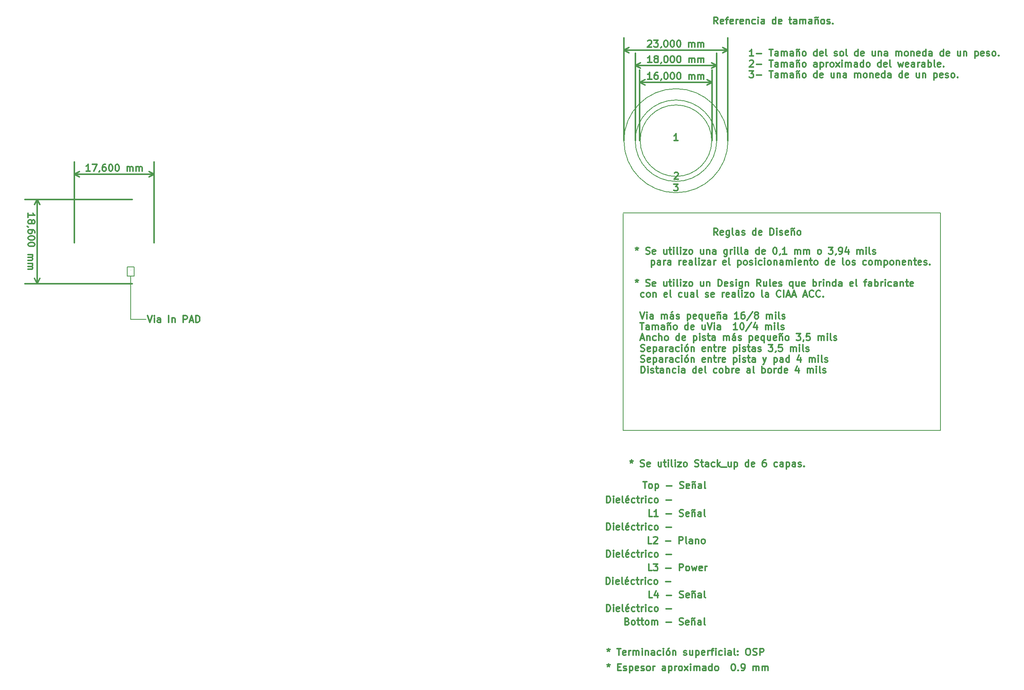
<source format=gbr>
G04 #@! TF.FileFunction,Drawing*
%FSLAX46Y46*%
G04 Gerber Fmt 4.6, Leading zero omitted, Abs format (unit mm)*
G04 Created by KiCad (PCBNEW 4.0.2+dfsg1-2~bpo8+1-stable) date jue 23 mar 2017 16:55:10 ART*
%MOMM*%
G01*
G04 APERTURE LIST*
%ADD10C,0.100000*%
%ADD11C,0.300000*%
%ADD12C,0.200000*%
%ADD13C,0.010000*%
G04 APERTURE END LIST*
D10*
D11*
X92192857Y-82278571D02*
X92692857Y-83778571D01*
X93192857Y-82278571D01*
X93692857Y-83778571D02*
X93692857Y-82778571D01*
X93692857Y-82278571D02*
X93621428Y-82350000D01*
X93692857Y-82421429D01*
X93764285Y-82350000D01*
X93692857Y-82278571D01*
X93692857Y-82421429D01*
X95050000Y-83778571D02*
X95050000Y-82992857D01*
X94978571Y-82850000D01*
X94835714Y-82778571D01*
X94550000Y-82778571D01*
X94407143Y-82850000D01*
X95050000Y-83707143D02*
X94907143Y-83778571D01*
X94550000Y-83778571D01*
X94407143Y-83707143D01*
X94335714Y-83564286D01*
X94335714Y-83421429D01*
X94407143Y-83278571D01*
X94550000Y-83207143D01*
X94907143Y-83207143D01*
X95050000Y-83135714D01*
X96907143Y-83778571D02*
X96907143Y-82278571D01*
X97621429Y-82778571D02*
X97621429Y-83778571D01*
X97621429Y-82921429D02*
X97692857Y-82850000D01*
X97835715Y-82778571D01*
X98050000Y-82778571D01*
X98192857Y-82850000D01*
X98264286Y-82992857D01*
X98264286Y-83778571D01*
X100121429Y-83778571D02*
X100121429Y-82278571D01*
X100692857Y-82278571D01*
X100835715Y-82350000D01*
X100907143Y-82421429D01*
X100978572Y-82564286D01*
X100978572Y-82778571D01*
X100907143Y-82921429D01*
X100835715Y-82992857D01*
X100692857Y-83064286D01*
X100121429Y-83064286D01*
X101550000Y-83350000D02*
X102264286Y-83350000D01*
X101407143Y-83778571D02*
X101907143Y-82278571D01*
X102407143Y-83778571D01*
X102907143Y-83778571D02*
X102907143Y-82278571D01*
X103264286Y-82278571D01*
X103478571Y-82350000D01*
X103621429Y-82492857D01*
X103692857Y-82635714D01*
X103764286Y-82921429D01*
X103764286Y-83135714D01*
X103692857Y-83421429D01*
X103621429Y-83564286D01*
X103478571Y-83707143D01*
X103264286Y-83778571D01*
X102907143Y-83778571D01*
D12*
X88450000Y-83100000D02*
X91850000Y-83100000D01*
X88450000Y-73500000D02*
X88450000Y-83100000D01*
X87750000Y-73500000D02*
X87750000Y-71500000D01*
X89250000Y-73500000D02*
X87750000Y-73500000D01*
X89250000Y-71500000D02*
X89250000Y-73500000D01*
X87750000Y-71500000D02*
X89250000Y-71500000D01*
D11*
X65821429Y-60542858D02*
X65821429Y-59685715D01*
X65821429Y-60114287D02*
X67321429Y-60114287D01*
X67107143Y-59971430D01*
X66964286Y-59828572D01*
X66892857Y-59685715D01*
X66678571Y-61400001D02*
X66750000Y-61257143D01*
X66821429Y-61185715D01*
X66964286Y-61114286D01*
X67035714Y-61114286D01*
X67178571Y-61185715D01*
X67250000Y-61257143D01*
X67321429Y-61400001D01*
X67321429Y-61685715D01*
X67250000Y-61828572D01*
X67178571Y-61900001D01*
X67035714Y-61971429D01*
X66964286Y-61971429D01*
X66821429Y-61900001D01*
X66750000Y-61828572D01*
X66678571Y-61685715D01*
X66678571Y-61400001D01*
X66607143Y-61257143D01*
X66535714Y-61185715D01*
X66392857Y-61114286D01*
X66107143Y-61114286D01*
X65964286Y-61185715D01*
X65892857Y-61257143D01*
X65821429Y-61400001D01*
X65821429Y-61685715D01*
X65892857Y-61828572D01*
X65964286Y-61900001D01*
X66107143Y-61971429D01*
X66392857Y-61971429D01*
X66535714Y-61900001D01*
X66607143Y-61828572D01*
X66678571Y-61685715D01*
X65892857Y-62685714D02*
X65821429Y-62685714D01*
X65678571Y-62614286D01*
X65607143Y-62542857D01*
X67321429Y-63971429D02*
X67321429Y-63685715D01*
X67250000Y-63542858D01*
X67178571Y-63471429D01*
X66964286Y-63328572D01*
X66678571Y-63257143D01*
X66107143Y-63257143D01*
X65964286Y-63328572D01*
X65892857Y-63400000D01*
X65821429Y-63542858D01*
X65821429Y-63828572D01*
X65892857Y-63971429D01*
X65964286Y-64042858D01*
X66107143Y-64114286D01*
X66464286Y-64114286D01*
X66607143Y-64042858D01*
X66678571Y-63971429D01*
X66750000Y-63828572D01*
X66750000Y-63542858D01*
X66678571Y-63400000D01*
X66607143Y-63328572D01*
X66464286Y-63257143D01*
X67321429Y-65042857D02*
X67321429Y-65185714D01*
X67250000Y-65328571D01*
X67178571Y-65400000D01*
X67035714Y-65471429D01*
X66750000Y-65542857D01*
X66392857Y-65542857D01*
X66107143Y-65471429D01*
X65964286Y-65400000D01*
X65892857Y-65328571D01*
X65821429Y-65185714D01*
X65821429Y-65042857D01*
X65892857Y-64900000D01*
X65964286Y-64828571D01*
X66107143Y-64757143D01*
X66392857Y-64685714D01*
X66750000Y-64685714D01*
X67035714Y-64757143D01*
X67178571Y-64828571D01*
X67250000Y-64900000D01*
X67321429Y-65042857D01*
X67321429Y-66471428D02*
X67321429Y-66614285D01*
X67250000Y-66757142D01*
X67178571Y-66828571D01*
X67035714Y-66900000D01*
X66750000Y-66971428D01*
X66392857Y-66971428D01*
X66107143Y-66900000D01*
X65964286Y-66828571D01*
X65892857Y-66757142D01*
X65821429Y-66614285D01*
X65821429Y-66471428D01*
X65892857Y-66328571D01*
X65964286Y-66257142D01*
X66107143Y-66185714D01*
X66392857Y-66114285D01*
X66750000Y-66114285D01*
X67035714Y-66185714D01*
X67178571Y-66257142D01*
X67250000Y-66328571D01*
X67321429Y-66471428D01*
X65821429Y-68757142D02*
X66821429Y-68757142D01*
X66678571Y-68757142D02*
X66750000Y-68828570D01*
X66821429Y-68971428D01*
X66821429Y-69185713D01*
X66750000Y-69328570D01*
X66607143Y-69399999D01*
X65821429Y-69399999D01*
X66607143Y-69399999D02*
X66750000Y-69471428D01*
X66821429Y-69614285D01*
X66821429Y-69828570D01*
X66750000Y-69971428D01*
X66607143Y-70042856D01*
X65821429Y-70042856D01*
X65821429Y-70757142D02*
X66821429Y-70757142D01*
X66678571Y-70757142D02*
X66750000Y-70828570D01*
X66821429Y-70971428D01*
X66821429Y-71185713D01*
X66750000Y-71328570D01*
X66607143Y-71399999D01*
X65821429Y-71399999D01*
X66607143Y-71399999D02*
X66750000Y-71471428D01*
X66821429Y-71614285D01*
X66821429Y-71828570D01*
X66750000Y-71971428D01*
X66607143Y-72042856D01*
X65821429Y-72042856D01*
X67850000Y-56600000D02*
X67850000Y-75200000D01*
X88850000Y-56600000D02*
X65150000Y-56600000D01*
X88850000Y-75200000D02*
X65150000Y-75200000D01*
X67850000Y-75200000D02*
X67263579Y-74073496D01*
X67850000Y-75200000D02*
X68436421Y-74073496D01*
X67850000Y-56600000D02*
X67263579Y-57726504D01*
X67850000Y-56600000D02*
X68436421Y-57726504D01*
X79492858Y-50328571D02*
X78635715Y-50328571D01*
X79064287Y-50328571D02*
X79064287Y-48828571D01*
X78921430Y-49042857D01*
X78778572Y-49185714D01*
X78635715Y-49257143D01*
X79992858Y-48828571D02*
X80992858Y-48828571D01*
X80350001Y-50328571D01*
X81635714Y-50257143D02*
X81635714Y-50328571D01*
X81564286Y-50471429D01*
X81492857Y-50542857D01*
X82921429Y-48828571D02*
X82635715Y-48828571D01*
X82492858Y-48900000D01*
X82421429Y-48971429D01*
X82278572Y-49185714D01*
X82207143Y-49471429D01*
X82207143Y-50042857D01*
X82278572Y-50185714D01*
X82350000Y-50257143D01*
X82492858Y-50328571D01*
X82778572Y-50328571D01*
X82921429Y-50257143D01*
X82992858Y-50185714D01*
X83064286Y-50042857D01*
X83064286Y-49685714D01*
X82992858Y-49542857D01*
X82921429Y-49471429D01*
X82778572Y-49400000D01*
X82492858Y-49400000D01*
X82350000Y-49471429D01*
X82278572Y-49542857D01*
X82207143Y-49685714D01*
X83992857Y-48828571D02*
X84135714Y-48828571D01*
X84278571Y-48900000D01*
X84350000Y-48971429D01*
X84421429Y-49114286D01*
X84492857Y-49400000D01*
X84492857Y-49757143D01*
X84421429Y-50042857D01*
X84350000Y-50185714D01*
X84278571Y-50257143D01*
X84135714Y-50328571D01*
X83992857Y-50328571D01*
X83850000Y-50257143D01*
X83778571Y-50185714D01*
X83707143Y-50042857D01*
X83635714Y-49757143D01*
X83635714Y-49400000D01*
X83707143Y-49114286D01*
X83778571Y-48971429D01*
X83850000Y-48900000D01*
X83992857Y-48828571D01*
X85421428Y-48828571D02*
X85564285Y-48828571D01*
X85707142Y-48900000D01*
X85778571Y-48971429D01*
X85850000Y-49114286D01*
X85921428Y-49400000D01*
X85921428Y-49757143D01*
X85850000Y-50042857D01*
X85778571Y-50185714D01*
X85707142Y-50257143D01*
X85564285Y-50328571D01*
X85421428Y-50328571D01*
X85278571Y-50257143D01*
X85207142Y-50185714D01*
X85135714Y-50042857D01*
X85064285Y-49757143D01*
X85064285Y-49400000D01*
X85135714Y-49114286D01*
X85207142Y-48971429D01*
X85278571Y-48900000D01*
X85421428Y-48828571D01*
X87707142Y-50328571D02*
X87707142Y-49328571D01*
X87707142Y-49471429D02*
X87778570Y-49400000D01*
X87921428Y-49328571D01*
X88135713Y-49328571D01*
X88278570Y-49400000D01*
X88349999Y-49542857D01*
X88349999Y-50328571D01*
X88349999Y-49542857D02*
X88421428Y-49400000D01*
X88564285Y-49328571D01*
X88778570Y-49328571D01*
X88921428Y-49400000D01*
X88992856Y-49542857D01*
X88992856Y-50328571D01*
X89707142Y-50328571D02*
X89707142Y-49328571D01*
X89707142Y-49471429D02*
X89778570Y-49400000D01*
X89921428Y-49328571D01*
X90135713Y-49328571D01*
X90278570Y-49400000D01*
X90349999Y-49542857D01*
X90349999Y-50328571D01*
X90349999Y-49542857D02*
X90421428Y-49400000D01*
X90564285Y-49328571D01*
X90778570Y-49328571D01*
X90921428Y-49400000D01*
X90992856Y-49542857D01*
X90992856Y-50328571D01*
X93650000Y-51000000D02*
X76050000Y-51000000D01*
X93650000Y-66200000D02*
X93650000Y-48300000D01*
X76050000Y-66200000D02*
X76050000Y-48300000D01*
X76050000Y-51000000D02*
X77176504Y-50413579D01*
X76050000Y-51000000D02*
X77176504Y-51586421D01*
X93650000Y-51000000D02*
X92523496Y-50413579D01*
X93650000Y-51000000D02*
X92523496Y-51586421D01*
X194050001Y-159278571D02*
X194050001Y-159635714D01*
X193692858Y-159492857D02*
X194050001Y-159635714D01*
X194407143Y-159492857D01*
X193835715Y-159921429D02*
X194050001Y-159635714D01*
X194264286Y-159921429D01*
X196121429Y-159992857D02*
X196621429Y-159992857D01*
X196835715Y-160778571D02*
X196121429Y-160778571D01*
X196121429Y-159278571D01*
X196835715Y-159278571D01*
X197407143Y-160707143D02*
X197550000Y-160778571D01*
X197835715Y-160778571D01*
X197978572Y-160707143D01*
X198050000Y-160564286D01*
X198050000Y-160492857D01*
X197978572Y-160350000D01*
X197835715Y-160278571D01*
X197621429Y-160278571D01*
X197478572Y-160207143D01*
X197407143Y-160064286D01*
X197407143Y-159992857D01*
X197478572Y-159850000D01*
X197621429Y-159778571D01*
X197835715Y-159778571D01*
X197978572Y-159850000D01*
X198692858Y-159778571D02*
X198692858Y-161278571D01*
X198692858Y-159850000D02*
X198835715Y-159778571D01*
X199121429Y-159778571D01*
X199264286Y-159850000D01*
X199335715Y-159921429D01*
X199407144Y-160064286D01*
X199407144Y-160492857D01*
X199335715Y-160635714D01*
X199264286Y-160707143D01*
X199121429Y-160778571D01*
X198835715Y-160778571D01*
X198692858Y-160707143D01*
X200621429Y-160707143D02*
X200478572Y-160778571D01*
X200192858Y-160778571D01*
X200050001Y-160707143D01*
X199978572Y-160564286D01*
X199978572Y-159992857D01*
X200050001Y-159850000D01*
X200192858Y-159778571D01*
X200478572Y-159778571D01*
X200621429Y-159850000D01*
X200692858Y-159992857D01*
X200692858Y-160135714D01*
X199978572Y-160278571D01*
X201264286Y-160707143D02*
X201407143Y-160778571D01*
X201692858Y-160778571D01*
X201835715Y-160707143D01*
X201907143Y-160564286D01*
X201907143Y-160492857D01*
X201835715Y-160350000D01*
X201692858Y-160278571D01*
X201478572Y-160278571D01*
X201335715Y-160207143D01*
X201264286Y-160064286D01*
X201264286Y-159992857D01*
X201335715Y-159850000D01*
X201478572Y-159778571D01*
X201692858Y-159778571D01*
X201835715Y-159850000D01*
X202764287Y-160778571D02*
X202621429Y-160707143D01*
X202550001Y-160635714D01*
X202478572Y-160492857D01*
X202478572Y-160064286D01*
X202550001Y-159921429D01*
X202621429Y-159850000D01*
X202764287Y-159778571D01*
X202978572Y-159778571D01*
X203121429Y-159850000D01*
X203192858Y-159921429D01*
X203264287Y-160064286D01*
X203264287Y-160492857D01*
X203192858Y-160635714D01*
X203121429Y-160707143D01*
X202978572Y-160778571D01*
X202764287Y-160778571D01*
X203907144Y-160778571D02*
X203907144Y-159778571D01*
X203907144Y-160064286D02*
X203978572Y-159921429D01*
X204050001Y-159850000D01*
X204192858Y-159778571D01*
X204335715Y-159778571D01*
X206621429Y-160778571D02*
X206621429Y-159992857D01*
X206550000Y-159850000D01*
X206407143Y-159778571D01*
X206121429Y-159778571D01*
X205978572Y-159850000D01*
X206621429Y-160707143D02*
X206478572Y-160778571D01*
X206121429Y-160778571D01*
X205978572Y-160707143D01*
X205907143Y-160564286D01*
X205907143Y-160421429D01*
X205978572Y-160278571D01*
X206121429Y-160207143D01*
X206478572Y-160207143D01*
X206621429Y-160135714D01*
X207335715Y-159778571D02*
X207335715Y-161278571D01*
X207335715Y-159850000D02*
X207478572Y-159778571D01*
X207764286Y-159778571D01*
X207907143Y-159850000D01*
X207978572Y-159921429D01*
X208050001Y-160064286D01*
X208050001Y-160492857D01*
X207978572Y-160635714D01*
X207907143Y-160707143D01*
X207764286Y-160778571D01*
X207478572Y-160778571D01*
X207335715Y-160707143D01*
X208692858Y-160778571D02*
X208692858Y-159778571D01*
X208692858Y-160064286D02*
X208764286Y-159921429D01*
X208835715Y-159850000D01*
X208978572Y-159778571D01*
X209121429Y-159778571D01*
X209835715Y-160778571D02*
X209692857Y-160707143D01*
X209621429Y-160635714D01*
X209550000Y-160492857D01*
X209550000Y-160064286D01*
X209621429Y-159921429D01*
X209692857Y-159850000D01*
X209835715Y-159778571D01*
X210050000Y-159778571D01*
X210192857Y-159850000D01*
X210264286Y-159921429D01*
X210335715Y-160064286D01*
X210335715Y-160492857D01*
X210264286Y-160635714D01*
X210192857Y-160707143D01*
X210050000Y-160778571D01*
X209835715Y-160778571D01*
X210835715Y-160778571D02*
X211621429Y-159778571D01*
X210835715Y-159778571D02*
X211621429Y-160778571D01*
X212192858Y-160778571D02*
X212192858Y-159778571D01*
X212192858Y-159278571D02*
X212121429Y-159350000D01*
X212192858Y-159421429D01*
X212264286Y-159350000D01*
X212192858Y-159278571D01*
X212192858Y-159421429D01*
X212907144Y-160778571D02*
X212907144Y-159778571D01*
X212907144Y-159921429D02*
X212978572Y-159850000D01*
X213121430Y-159778571D01*
X213335715Y-159778571D01*
X213478572Y-159850000D01*
X213550001Y-159992857D01*
X213550001Y-160778571D01*
X213550001Y-159992857D02*
X213621430Y-159850000D01*
X213764287Y-159778571D01*
X213978572Y-159778571D01*
X214121430Y-159850000D01*
X214192858Y-159992857D01*
X214192858Y-160778571D01*
X215550001Y-160778571D02*
X215550001Y-159992857D01*
X215478572Y-159850000D01*
X215335715Y-159778571D01*
X215050001Y-159778571D01*
X214907144Y-159850000D01*
X215550001Y-160707143D02*
X215407144Y-160778571D01*
X215050001Y-160778571D01*
X214907144Y-160707143D01*
X214835715Y-160564286D01*
X214835715Y-160421429D01*
X214907144Y-160278571D01*
X215050001Y-160207143D01*
X215407144Y-160207143D01*
X215550001Y-160135714D01*
X216907144Y-160778571D02*
X216907144Y-159278571D01*
X216907144Y-160707143D02*
X216764287Y-160778571D01*
X216478573Y-160778571D01*
X216335715Y-160707143D01*
X216264287Y-160635714D01*
X216192858Y-160492857D01*
X216192858Y-160064286D01*
X216264287Y-159921429D01*
X216335715Y-159850000D01*
X216478573Y-159778571D01*
X216764287Y-159778571D01*
X216907144Y-159850000D01*
X217835716Y-160778571D02*
X217692858Y-160707143D01*
X217621430Y-160635714D01*
X217550001Y-160492857D01*
X217550001Y-160064286D01*
X217621430Y-159921429D01*
X217692858Y-159850000D01*
X217835716Y-159778571D01*
X218050001Y-159778571D01*
X218192858Y-159850000D01*
X218264287Y-159921429D01*
X218335716Y-160064286D01*
X218335716Y-160492857D01*
X218264287Y-160635714D01*
X218192858Y-160707143D01*
X218050001Y-160778571D01*
X217835716Y-160778571D01*
X221550001Y-159278571D02*
X221692858Y-159278571D01*
X221835715Y-159350000D01*
X221907144Y-159421429D01*
X221978573Y-159564286D01*
X222050001Y-159850000D01*
X222050001Y-160207143D01*
X221978573Y-160492857D01*
X221907144Y-160635714D01*
X221835715Y-160707143D01*
X221692858Y-160778571D01*
X221550001Y-160778571D01*
X221407144Y-160707143D01*
X221335715Y-160635714D01*
X221264287Y-160492857D01*
X221192858Y-160207143D01*
X221192858Y-159850000D01*
X221264287Y-159564286D01*
X221335715Y-159421429D01*
X221407144Y-159350000D01*
X221550001Y-159278571D01*
X222692858Y-160635714D02*
X222764286Y-160707143D01*
X222692858Y-160778571D01*
X222621429Y-160707143D01*
X222692858Y-160635714D01*
X222692858Y-160778571D01*
X223478572Y-160778571D02*
X223764287Y-160778571D01*
X223907144Y-160707143D01*
X223978572Y-160635714D01*
X224121430Y-160421429D01*
X224192858Y-160135714D01*
X224192858Y-159564286D01*
X224121430Y-159421429D01*
X224050001Y-159350000D01*
X223907144Y-159278571D01*
X223621430Y-159278571D01*
X223478572Y-159350000D01*
X223407144Y-159421429D01*
X223335715Y-159564286D01*
X223335715Y-159921429D01*
X223407144Y-160064286D01*
X223478572Y-160135714D01*
X223621430Y-160207143D01*
X223907144Y-160207143D01*
X224050001Y-160135714D01*
X224121430Y-160064286D01*
X224192858Y-159921429D01*
X225978572Y-160778571D02*
X225978572Y-159778571D01*
X225978572Y-159921429D02*
X226050000Y-159850000D01*
X226192858Y-159778571D01*
X226407143Y-159778571D01*
X226550000Y-159850000D01*
X226621429Y-159992857D01*
X226621429Y-160778571D01*
X226621429Y-159992857D02*
X226692858Y-159850000D01*
X226835715Y-159778571D01*
X227050000Y-159778571D01*
X227192858Y-159850000D01*
X227264286Y-159992857D01*
X227264286Y-160778571D01*
X227978572Y-160778571D02*
X227978572Y-159778571D01*
X227978572Y-159921429D02*
X228050000Y-159850000D01*
X228192858Y-159778571D01*
X228407143Y-159778571D01*
X228550000Y-159850000D01*
X228621429Y-159992857D01*
X228621429Y-160778571D01*
X228621429Y-159992857D02*
X228692858Y-159850000D01*
X228835715Y-159778571D01*
X229050000Y-159778571D01*
X229192858Y-159850000D01*
X229264286Y-159992857D01*
X229264286Y-160778571D01*
X193635715Y-147678571D02*
X193635715Y-146178571D01*
X193992858Y-146178571D01*
X194207143Y-146250000D01*
X194350001Y-146392857D01*
X194421429Y-146535714D01*
X194492858Y-146821429D01*
X194492858Y-147035714D01*
X194421429Y-147321429D01*
X194350001Y-147464286D01*
X194207143Y-147607143D01*
X193992858Y-147678571D01*
X193635715Y-147678571D01*
X195135715Y-147678571D02*
X195135715Y-146678571D01*
X195135715Y-146178571D02*
X195064286Y-146250000D01*
X195135715Y-146321429D01*
X195207143Y-146250000D01*
X195135715Y-146178571D01*
X195135715Y-146321429D01*
X196421429Y-147607143D02*
X196278572Y-147678571D01*
X195992858Y-147678571D01*
X195850001Y-147607143D01*
X195778572Y-147464286D01*
X195778572Y-146892857D01*
X195850001Y-146750000D01*
X195992858Y-146678571D01*
X196278572Y-146678571D01*
X196421429Y-146750000D01*
X196492858Y-146892857D01*
X196492858Y-147035714D01*
X195778572Y-147178571D01*
X197350001Y-147678571D02*
X197207143Y-147607143D01*
X197135715Y-147464286D01*
X197135715Y-146178571D01*
X198492857Y-147607143D02*
X198350000Y-147678571D01*
X198064286Y-147678571D01*
X197921429Y-147607143D01*
X197850000Y-147464286D01*
X197850000Y-146892857D01*
X197921429Y-146750000D01*
X198064286Y-146678571D01*
X198350000Y-146678571D01*
X198492857Y-146750000D01*
X198564286Y-146892857D01*
X198564286Y-147035714D01*
X197850000Y-147178571D01*
X198350000Y-146107143D02*
X198135715Y-146321429D01*
X199850000Y-147607143D02*
X199707143Y-147678571D01*
X199421429Y-147678571D01*
X199278571Y-147607143D01*
X199207143Y-147535714D01*
X199135714Y-147392857D01*
X199135714Y-146964286D01*
X199207143Y-146821429D01*
X199278571Y-146750000D01*
X199421429Y-146678571D01*
X199707143Y-146678571D01*
X199850000Y-146750000D01*
X200278571Y-146678571D02*
X200850000Y-146678571D01*
X200492857Y-146178571D02*
X200492857Y-147464286D01*
X200564285Y-147607143D01*
X200707143Y-147678571D01*
X200850000Y-147678571D01*
X201350000Y-147678571D02*
X201350000Y-146678571D01*
X201350000Y-146964286D02*
X201421428Y-146821429D01*
X201492857Y-146750000D01*
X201635714Y-146678571D01*
X201778571Y-146678571D01*
X202278571Y-147678571D02*
X202278571Y-146678571D01*
X202278571Y-146178571D02*
X202207142Y-146250000D01*
X202278571Y-146321429D01*
X202349999Y-146250000D01*
X202278571Y-146178571D01*
X202278571Y-146321429D01*
X203635714Y-147607143D02*
X203492857Y-147678571D01*
X203207143Y-147678571D01*
X203064285Y-147607143D01*
X202992857Y-147535714D01*
X202921428Y-147392857D01*
X202921428Y-146964286D01*
X202992857Y-146821429D01*
X203064285Y-146750000D01*
X203207143Y-146678571D01*
X203492857Y-146678571D01*
X203635714Y-146750000D01*
X204492857Y-147678571D02*
X204349999Y-147607143D01*
X204278571Y-147535714D01*
X204207142Y-147392857D01*
X204207142Y-146964286D01*
X204278571Y-146821429D01*
X204349999Y-146750000D01*
X204492857Y-146678571D01*
X204707142Y-146678571D01*
X204849999Y-146750000D01*
X204921428Y-146821429D01*
X204992857Y-146964286D01*
X204992857Y-147392857D01*
X204921428Y-147535714D01*
X204849999Y-147607143D01*
X204707142Y-147678571D01*
X204492857Y-147678571D01*
X206778571Y-147107143D02*
X207921428Y-147107143D01*
X193535715Y-141678571D02*
X193535715Y-140178571D01*
X193892858Y-140178571D01*
X194107143Y-140250000D01*
X194250001Y-140392857D01*
X194321429Y-140535714D01*
X194392858Y-140821429D01*
X194392858Y-141035714D01*
X194321429Y-141321429D01*
X194250001Y-141464286D01*
X194107143Y-141607143D01*
X193892858Y-141678571D01*
X193535715Y-141678571D01*
X195035715Y-141678571D02*
X195035715Y-140678571D01*
X195035715Y-140178571D02*
X194964286Y-140250000D01*
X195035715Y-140321429D01*
X195107143Y-140250000D01*
X195035715Y-140178571D01*
X195035715Y-140321429D01*
X196321429Y-141607143D02*
X196178572Y-141678571D01*
X195892858Y-141678571D01*
X195750001Y-141607143D01*
X195678572Y-141464286D01*
X195678572Y-140892857D01*
X195750001Y-140750000D01*
X195892858Y-140678571D01*
X196178572Y-140678571D01*
X196321429Y-140750000D01*
X196392858Y-140892857D01*
X196392858Y-141035714D01*
X195678572Y-141178571D01*
X197250001Y-141678571D02*
X197107143Y-141607143D01*
X197035715Y-141464286D01*
X197035715Y-140178571D01*
X198392857Y-141607143D02*
X198250000Y-141678571D01*
X197964286Y-141678571D01*
X197821429Y-141607143D01*
X197750000Y-141464286D01*
X197750000Y-140892857D01*
X197821429Y-140750000D01*
X197964286Y-140678571D01*
X198250000Y-140678571D01*
X198392857Y-140750000D01*
X198464286Y-140892857D01*
X198464286Y-141035714D01*
X197750000Y-141178571D01*
X198250000Y-140107143D02*
X198035715Y-140321429D01*
X199750000Y-141607143D02*
X199607143Y-141678571D01*
X199321429Y-141678571D01*
X199178571Y-141607143D01*
X199107143Y-141535714D01*
X199035714Y-141392857D01*
X199035714Y-140964286D01*
X199107143Y-140821429D01*
X199178571Y-140750000D01*
X199321429Y-140678571D01*
X199607143Y-140678571D01*
X199750000Y-140750000D01*
X200178571Y-140678571D02*
X200750000Y-140678571D01*
X200392857Y-140178571D02*
X200392857Y-141464286D01*
X200464285Y-141607143D01*
X200607143Y-141678571D01*
X200750000Y-141678571D01*
X201250000Y-141678571D02*
X201250000Y-140678571D01*
X201250000Y-140964286D02*
X201321428Y-140821429D01*
X201392857Y-140750000D01*
X201535714Y-140678571D01*
X201678571Y-140678571D01*
X202178571Y-141678571D02*
X202178571Y-140678571D01*
X202178571Y-140178571D02*
X202107142Y-140250000D01*
X202178571Y-140321429D01*
X202249999Y-140250000D01*
X202178571Y-140178571D01*
X202178571Y-140321429D01*
X203535714Y-141607143D02*
X203392857Y-141678571D01*
X203107143Y-141678571D01*
X202964285Y-141607143D01*
X202892857Y-141535714D01*
X202821428Y-141392857D01*
X202821428Y-140964286D01*
X202892857Y-140821429D01*
X202964285Y-140750000D01*
X203107143Y-140678571D01*
X203392857Y-140678571D01*
X203535714Y-140750000D01*
X204392857Y-141678571D02*
X204249999Y-141607143D01*
X204178571Y-141535714D01*
X204107142Y-141392857D01*
X204107142Y-140964286D01*
X204178571Y-140821429D01*
X204249999Y-140750000D01*
X204392857Y-140678571D01*
X204607142Y-140678571D01*
X204749999Y-140750000D01*
X204821428Y-140821429D01*
X204892857Y-140964286D01*
X204892857Y-141392857D01*
X204821428Y-141535714D01*
X204749999Y-141607143D01*
X204607142Y-141678571D01*
X204392857Y-141678571D01*
X206678571Y-141107143D02*
X207821428Y-141107143D01*
X193635715Y-129678571D02*
X193635715Y-128178571D01*
X193992858Y-128178571D01*
X194207143Y-128250000D01*
X194350001Y-128392857D01*
X194421429Y-128535714D01*
X194492858Y-128821429D01*
X194492858Y-129035714D01*
X194421429Y-129321429D01*
X194350001Y-129464286D01*
X194207143Y-129607143D01*
X193992858Y-129678571D01*
X193635715Y-129678571D01*
X195135715Y-129678571D02*
X195135715Y-128678571D01*
X195135715Y-128178571D02*
X195064286Y-128250000D01*
X195135715Y-128321429D01*
X195207143Y-128250000D01*
X195135715Y-128178571D01*
X195135715Y-128321429D01*
X196421429Y-129607143D02*
X196278572Y-129678571D01*
X195992858Y-129678571D01*
X195850001Y-129607143D01*
X195778572Y-129464286D01*
X195778572Y-128892857D01*
X195850001Y-128750000D01*
X195992858Y-128678571D01*
X196278572Y-128678571D01*
X196421429Y-128750000D01*
X196492858Y-128892857D01*
X196492858Y-129035714D01*
X195778572Y-129178571D01*
X197350001Y-129678571D02*
X197207143Y-129607143D01*
X197135715Y-129464286D01*
X197135715Y-128178571D01*
X198492857Y-129607143D02*
X198350000Y-129678571D01*
X198064286Y-129678571D01*
X197921429Y-129607143D01*
X197850000Y-129464286D01*
X197850000Y-128892857D01*
X197921429Y-128750000D01*
X198064286Y-128678571D01*
X198350000Y-128678571D01*
X198492857Y-128750000D01*
X198564286Y-128892857D01*
X198564286Y-129035714D01*
X197850000Y-129178571D01*
X198350000Y-128107143D02*
X198135715Y-128321429D01*
X199850000Y-129607143D02*
X199707143Y-129678571D01*
X199421429Y-129678571D01*
X199278571Y-129607143D01*
X199207143Y-129535714D01*
X199135714Y-129392857D01*
X199135714Y-128964286D01*
X199207143Y-128821429D01*
X199278571Y-128750000D01*
X199421429Y-128678571D01*
X199707143Y-128678571D01*
X199850000Y-128750000D01*
X200278571Y-128678571D02*
X200850000Y-128678571D01*
X200492857Y-128178571D02*
X200492857Y-129464286D01*
X200564285Y-129607143D01*
X200707143Y-129678571D01*
X200850000Y-129678571D01*
X201350000Y-129678571D02*
X201350000Y-128678571D01*
X201350000Y-128964286D02*
X201421428Y-128821429D01*
X201492857Y-128750000D01*
X201635714Y-128678571D01*
X201778571Y-128678571D01*
X202278571Y-129678571D02*
X202278571Y-128678571D01*
X202278571Y-128178571D02*
X202207142Y-128250000D01*
X202278571Y-128321429D01*
X202349999Y-128250000D01*
X202278571Y-128178571D01*
X202278571Y-128321429D01*
X203635714Y-129607143D02*
X203492857Y-129678571D01*
X203207143Y-129678571D01*
X203064285Y-129607143D01*
X202992857Y-129535714D01*
X202921428Y-129392857D01*
X202921428Y-128964286D01*
X202992857Y-128821429D01*
X203064285Y-128750000D01*
X203207143Y-128678571D01*
X203492857Y-128678571D01*
X203635714Y-128750000D01*
X204492857Y-129678571D02*
X204349999Y-129607143D01*
X204278571Y-129535714D01*
X204207142Y-129392857D01*
X204207142Y-128964286D01*
X204278571Y-128821429D01*
X204349999Y-128750000D01*
X204492857Y-128678571D01*
X204707142Y-128678571D01*
X204849999Y-128750000D01*
X204921428Y-128821429D01*
X204992857Y-128964286D01*
X204992857Y-129392857D01*
X204921428Y-129535714D01*
X204849999Y-129607143D01*
X204707142Y-129678571D01*
X204492857Y-129678571D01*
X206778571Y-129107143D02*
X207921428Y-129107143D01*
X193635715Y-135678571D02*
X193635715Y-134178571D01*
X193992858Y-134178571D01*
X194207143Y-134250000D01*
X194350001Y-134392857D01*
X194421429Y-134535714D01*
X194492858Y-134821429D01*
X194492858Y-135035714D01*
X194421429Y-135321429D01*
X194350001Y-135464286D01*
X194207143Y-135607143D01*
X193992858Y-135678571D01*
X193635715Y-135678571D01*
X195135715Y-135678571D02*
X195135715Y-134678571D01*
X195135715Y-134178571D02*
X195064286Y-134250000D01*
X195135715Y-134321429D01*
X195207143Y-134250000D01*
X195135715Y-134178571D01*
X195135715Y-134321429D01*
X196421429Y-135607143D02*
X196278572Y-135678571D01*
X195992858Y-135678571D01*
X195850001Y-135607143D01*
X195778572Y-135464286D01*
X195778572Y-134892857D01*
X195850001Y-134750000D01*
X195992858Y-134678571D01*
X196278572Y-134678571D01*
X196421429Y-134750000D01*
X196492858Y-134892857D01*
X196492858Y-135035714D01*
X195778572Y-135178571D01*
X197350001Y-135678571D02*
X197207143Y-135607143D01*
X197135715Y-135464286D01*
X197135715Y-134178571D01*
X198492857Y-135607143D02*
X198350000Y-135678571D01*
X198064286Y-135678571D01*
X197921429Y-135607143D01*
X197850000Y-135464286D01*
X197850000Y-134892857D01*
X197921429Y-134750000D01*
X198064286Y-134678571D01*
X198350000Y-134678571D01*
X198492857Y-134750000D01*
X198564286Y-134892857D01*
X198564286Y-135035714D01*
X197850000Y-135178571D01*
X198350000Y-134107143D02*
X198135715Y-134321429D01*
X199850000Y-135607143D02*
X199707143Y-135678571D01*
X199421429Y-135678571D01*
X199278571Y-135607143D01*
X199207143Y-135535714D01*
X199135714Y-135392857D01*
X199135714Y-134964286D01*
X199207143Y-134821429D01*
X199278571Y-134750000D01*
X199421429Y-134678571D01*
X199707143Y-134678571D01*
X199850000Y-134750000D01*
X200278571Y-134678571D02*
X200850000Y-134678571D01*
X200492857Y-134178571D02*
X200492857Y-135464286D01*
X200564285Y-135607143D01*
X200707143Y-135678571D01*
X200850000Y-135678571D01*
X201350000Y-135678571D02*
X201350000Y-134678571D01*
X201350000Y-134964286D02*
X201421428Y-134821429D01*
X201492857Y-134750000D01*
X201635714Y-134678571D01*
X201778571Y-134678571D01*
X202278571Y-135678571D02*
X202278571Y-134678571D01*
X202278571Y-134178571D02*
X202207142Y-134250000D01*
X202278571Y-134321429D01*
X202349999Y-134250000D01*
X202278571Y-134178571D01*
X202278571Y-134321429D01*
X203635714Y-135607143D02*
X203492857Y-135678571D01*
X203207143Y-135678571D01*
X203064285Y-135607143D01*
X202992857Y-135535714D01*
X202921428Y-135392857D01*
X202921428Y-134964286D01*
X202992857Y-134821429D01*
X203064285Y-134750000D01*
X203207143Y-134678571D01*
X203492857Y-134678571D01*
X203635714Y-134750000D01*
X204492857Y-135678571D02*
X204349999Y-135607143D01*
X204278571Y-135535714D01*
X204207142Y-135392857D01*
X204207142Y-134964286D01*
X204278571Y-134821429D01*
X204349999Y-134750000D01*
X204492857Y-134678571D01*
X204707142Y-134678571D01*
X204849999Y-134750000D01*
X204921428Y-134821429D01*
X204992857Y-134964286D01*
X204992857Y-135392857D01*
X204921428Y-135535714D01*
X204849999Y-135607143D01*
X204707142Y-135678571D01*
X204492857Y-135678571D01*
X206778571Y-135107143D02*
X207921428Y-135107143D01*
X193635715Y-123678571D02*
X193635715Y-122178571D01*
X193992858Y-122178571D01*
X194207143Y-122250000D01*
X194350001Y-122392857D01*
X194421429Y-122535714D01*
X194492858Y-122821429D01*
X194492858Y-123035714D01*
X194421429Y-123321429D01*
X194350001Y-123464286D01*
X194207143Y-123607143D01*
X193992858Y-123678571D01*
X193635715Y-123678571D01*
X195135715Y-123678571D02*
X195135715Y-122678571D01*
X195135715Y-122178571D02*
X195064286Y-122250000D01*
X195135715Y-122321429D01*
X195207143Y-122250000D01*
X195135715Y-122178571D01*
X195135715Y-122321429D01*
X196421429Y-123607143D02*
X196278572Y-123678571D01*
X195992858Y-123678571D01*
X195850001Y-123607143D01*
X195778572Y-123464286D01*
X195778572Y-122892857D01*
X195850001Y-122750000D01*
X195992858Y-122678571D01*
X196278572Y-122678571D01*
X196421429Y-122750000D01*
X196492858Y-122892857D01*
X196492858Y-123035714D01*
X195778572Y-123178571D01*
X197350001Y-123678571D02*
X197207143Y-123607143D01*
X197135715Y-123464286D01*
X197135715Y-122178571D01*
X198492857Y-123607143D02*
X198350000Y-123678571D01*
X198064286Y-123678571D01*
X197921429Y-123607143D01*
X197850000Y-123464286D01*
X197850000Y-122892857D01*
X197921429Y-122750000D01*
X198064286Y-122678571D01*
X198350000Y-122678571D01*
X198492857Y-122750000D01*
X198564286Y-122892857D01*
X198564286Y-123035714D01*
X197850000Y-123178571D01*
X198350000Y-122107143D02*
X198135715Y-122321429D01*
X199850000Y-123607143D02*
X199707143Y-123678571D01*
X199421429Y-123678571D01*
X199278571Y-123607143D01*
X199207143Y-123535714D01*
X199135714Y-123392857D01*
X199135714Y-122964286D01*
X199207143Y-122821429D01*
X199278571Y-122750000D01*
X199421429Y-122678571D01*
X199707143Y-122678571D01*
X199850000Y-122750000D01*
X200278571Y-122678571D02*
X200850000Y-122678571D01*
X200492857Y-122178571D02*
X200492857Y-123464286D01*
X200564285Y-123607143D01*
X200707143Y-123678571D01*
X200850000Y-123678571D01*
X201350000Y-123678571D02*
X201350000Y-122678571D01*
X201350000Y-122964286D02*
X201421428Y-122821429D01*
X201492857Y-122750000D01*
X201635714Y-122678571D01*
X201778571Y-122678571D01*
X202278571Y-123678571D02*
X202278571Y-122678571D01*
X202278571Y-122178571D02*
X202207142Y-122250000D01*
X202278571Y-122321429D01*
X202349999Y-122250000D01*
X202278571Y-122178571D01*
X202278571Y-122321429D01*
X203635714Y-123607143D02*
X203492857Y-123678571D01*
X203207143Y-123678571D01*
X203064285Y-123607143D01*
X202992857Y-123535714D01*
X202921428Y-123392857D01*
X202921428Y-122964286D01*
X202992857Y-122821429D01*
X203064285Y-122750000D01*
X203207143Y-122678571D01*
X203492857Y-122678571D01*
X203635714Y-122750000D01*
X204492857Y-123678571D02*
X204349999Y-123607143D01*
X204278571Y-123535714D01*
X204207142Y-123392857D01*
X204207142Y-122964286D01*
X204278571Y-122821429D01*
X204349999Y-122750000D01*
X204492857Y-122678571D01*
X204707142Y-122678571D01*
X204849999Y-122750000D01*
X204921428Y-122821429D01*
X204992857Y-122964286D01*
X204992857Y-123392857D01*
X204921428Y-123535714D01*
X204849999Y-123607143D01*
X204707142Y-123678571D01*
X204492857Y-123678571D01*
X206778571Y-123107143D02*
X207921428Y-123107143D01*
X198192858Y-149892857D02*
X198407144Y-149964286D01*
X198478572Y-150035714D01*
X198550001Y-150178571D01*
X198550001Y-150392857D01*
X198478572Y-150535714D01*
X198407144Y-150607143D01*
X198264286Y-150678571D01*
X197692858Y-150678571D01*
X197692858Y-149178571D01*
X198192858Y-149178571D01*
X198335715Y-149250000D01*
X198407144Y-149321429D01*
X198478572Y-149464286D01*
X198478572Y-149607143D01*
X198407144Y-149750000D01*
X198335715Y-149821429D01*
X198192858Y-149892857D01*
X197692858Y-149892857D01*
X199407144Y-150678571D02*
X199264286Y-150607143D01*
X199192858Y-150535714D01*
X199121429Y-150392857D01*
X199121429Y-149964286D01*
X199192858Y-149821429D01*
X199264286Y-149750000D01*
X199407144Y-149678571D01*
X199621429Y-149678571D01*
X199764286Y-149750000D01*
X199835715Y-149821429D01*
X199907144Y-149964286D01*
X199907144Y-150392857D01*
X199835715Y-150535714D01*
X199764286Y-150607143D01*
X199621429Y-150678571D01*
X199407144Y-150678571D01*
X200335715Y-149678571D02*
X200907144Y-149678571D01*
X200550001Y-149178571D02*
X200550001Y-150464286D01*
X200621429Y-150607143D01*
X200764287Y-150678571D01*
X200907144Y-150678571D01*
X201192858Y-149678571D02*
X201764287Y-149678571D01*
X201407144Y-149178571D02*
X201407144Y-150464286D01*
X201478572Y-150607143D01*
X201621430Y-150678571D01*
X201764287Y-150678571D01*
X202478573Y-150678571D02*
X202335715Y-150607143D01*
X202264287Y-150535714D01*
X202192858Y-150392857D01*
X202192858Y-149964286D01*
X202264287Y-149821429D01*
X202335715Y-149750000D01*
X202478573Y-149678571D01*
X202692858Y-149678571D01*
X202835715Y-149750000D01*
X202907144Y-149821429D01*
X202978573Y-149964286D01*
X202978573Y-150392857D01*
X202907144Y-150535714D01*
X202835715Y-150607143D01*
X202692858Y-150678571D01*
X202478573Y-150678571D01*
X203621430Y-150678571D02*
X203621430Y-149678571D01*
X203621430Y-149821429D02*
X203692858Y-149750000D01*
X203835716Y-149678571D01*
X204050001Y-149678571D01*
X204192858Y-149750000D01*
X204264287Y-149892857D01*
X204264287Y-150678571D01*
X204264287Y-149892857D02*
X204335716Y-149750000D01*
X204478573Y-149678571D01*
X204692858Y-149678571D01*
X204835716Y-149750000D01*
X204907144Y-149892857D01*
X204907144Y-150678571D01*
X206764287Y-150107143D02*
X207907144Y-150107143D01*
X209692858Y-150607143D02*
X209907144Y-150678571D01*
X210264287Y-150678571D01*
X210407144Y-150607143D01*
X210478573Y-150535714D01*
X210550001Y-150392857D01*
X210550001Y-150250000D01*
X210478573Y-150107143D01*
X210407144Y-150035714D01*
X210264287Y-149964286D01*
X209978573Y-149892857D01*
X209835715Y-149821429D01*
X209764287Y-149750000D01*
X209692858Y-149607143D01*
X209692858Y-149464286D01*
X209764287Y-149321429D01*
X209835715Y-149250000D01*
X209978573Y-149178571D01*
X210335715Y-149178571D01*
X210550001Y-149250000D01*
X211764286Y-150607143D02*
X211621429Y-150678571D01*
X211335715Y-150678571D01*
X211192858Y-150607143D01*
X211121429Y-150464286D01*
X211121429Y-149892857D01*
X211192858Y-149750000D01*
X211335715Y-149678571D01*
X211621429Y-149678571D01*
X211764286Y-149750000D01*
X211835715Y-149892857D01*
X211835715Y-150035714D01*
X211121429Y-150178571D01*
X212478572Y-149678571D02*
X212478572Y-150678571D01*
X212478572Y-149821429D02*
X212550000Y-149750000D01*
X212692858Y-149678571D01*
X212907143Y-149678571D01*
X213050000Y-149750000D01*
X213121429Y-149892857D01*
X213121429Y-150678571D01*
X212407143Y-149321429D02*
X212478572Y-149250000D01*
X212621429Y-149178571D01*
X212907143Y-149321429D01*
X213050000Y-149250000D01*
X213121429Y-149178571D01*
X214478572Y-150678571D02*
X214478572Y-149892857D01*
X214407143Y-149750000D01*
X214264286Y-149678571D01*
X213978572Y-149678571D01*
X213835715Y-149750000D01*
X214478572Y-150607143D02*
X214335715Y-150678571D01*
X213978572Y-150678571D01*
X213835715Y-150607143D01*
X213764286Y-150464286D01*
X213764286Y-150321429D01*
X213835715Y-150178571D01*
X213978572Y-150107143D01*
X214335715Y-150107143D01*
X214478572Y-150035714D01*
X215407144Y-150678571D02*
X215264286Y-150607143D01*
X215192858Y-150464286D01*
X215192858Y-149178571D01*
X203750001Y-144678571D02*
X203035715Y-144678571D01*
X203035715Y-143178571D01*
X204892858Y-143678571D02*
X204892858Y-144678571D01*
X204535715Y-143107143D02*
X204178572Y-144178571D01*
X205107144Y-144178571D01*
X206821429Y-144107143D02*
X207964286Y-144107143D01*
X209750000Y-144607143D02*
X209964286Y-144678571D01*
X210321429Y-144678571D01*
X210464286Y-144607143D01*
X210535715Y-144535714D01*
X210607143Y-144392857D01*
X210607143Y-144250000D01*
X210535715Y-144107143D01*
X210464286Y-144035714D01*
X210321429Y-143964286D01*
X210035715Y-143892857D01*
X209892857Y-143821429D01*
X209821429Y-143750000D01*
X209750000Y-143607143D01*
X209750000Y-143464286D01*
X209821429Y-143321429D01*
X209892857Y-143250000D01*
X210035715Y-143178571D01*
X210392857Y-143178571D01*
X210607143Y-143250000D01*
X211821428Y-144607143D02*
X211678571Y-144678571D01*
X211392857Y-144678571D01*
X211250000Y-144607143D01*
X211178571Y-144464286D01*
X211178571Y-143892857D01*
X211250000Y-143750000D01*
X211392857Y-143678571D01*
X211678571Y-143678571D01*
X211821428Y-143750000D01*
X211892857Y-143892857D01*
X211892857Y-144035714D01*
X211178571Y-144178571D01*
X212535714Y-143678571D02*
X212535714Y-144678571D01*
X212535714Y-143821429D02*
X212607142Y-143750000D01*
X212750000Y-143678571D01*
X212964285Y-143678571D01*
X213107142Y-143750000D01*
X213178571Y-143892857D01*
X213178571Y-144678571D01*
X212464285Y-143321429D02*
X212535714Y-143250000D01*
X212678571Y-143178571D01*
X212964285Y-143321429D01*
X213107142Y-143250000D01*
X213178571Y-143178571D01*
X214535714Y-144678571D02*
X214535714Y-143892857D01*
X214464285Y-143750000D01*
X214321428Y-143678571D01*
X214035714Y-143678571D01*
X213892857Y-143750000D01*
X214535714Y-144607143D02*
X214392857Y-144678571D01*
X214035714Y-144678571D01*
X213892857Y-144607143D01*
X213821428Y-144464286D01*
X213821428Y-144321429D01*
X213892857Y-144178571D01*
X214035714Y-144107143D01*
X214392857Y-144107143D01*
X214535714Y-144035714D01*
X215464286Y-144678571D02*
X215321428Y-144607143D01*
X215250000Y-144464286D01*
X215250000Y-143178571D01*
X203635715Y-138678571D02*
X202921429Y-138678571D01*
X202921429Y-137178571D01*
X203992858Y-137178571D02*
X204921429Y-137178571D01*
X204421429Y-137750000D01*
X204635715Y-137750000D01*
X204778572Y-137821429D01*
X204850001Y-137892857D01*
X204921429Y-138035714D01*
X204921429Y-138392857D01*
X204850001Y-138535714D01*
X204778572Y-138607143D01*
X204635715Y-138678571D01*
X204207143Y-138678571D01*
X204064286Y-138607143D01*
X203992858Y-138535714D01*
X206707143Y-138107143D02*
X207850000Y-138107143D01*
X209707143Y-138678571D02*
X209707143Y-137178571D01*
X210278571Y-137178571D01*
X210421429Y-137250000D01*
X210492857Y-137321429D01*
X210564286Y-137464286D01*
X210564286Y-137678571D01*
X210492857Y-137821429D01*
X210421429Y-137892857D01*
X210278571Y-137964286D01*
X209707143Y-137964286D01*
X211421429Y-138678571D02*
X211278571Y-138607143D01*
X211207143Y-138535714D01*
X211135714Y-138392857D01*
X211135714Y-137964286D01*
X211207143Y-137821429D01*
X211278571Y-137750000D01*
X211421429Y-137678571D01*
X211635714Y-137678571D01*
X211778571Y-137750000D01*
X211850000Y-137821429D01*
X211921429Y-137964286D01*
X211921429Y-138392857D01*
X211850000Y-138535714D01*
X211778571Y-138607143D01*
X211635714Y-138678571D01*
X211421429Y-138678571D01*
X212421429Y-137678571D02*
X212707143Y-138678571D01*
X212992857Y-137964286D01*
X213278572Y-138678571D01*
X213564286Y-137678571D01*
X214707143Y-138607143D02*
X214564286Y-138678571D01*
X214278572Y-138678571D01*
X214135715Y-138607143D01*
X214064286Y-138464286D01*
X214064286Y-137892857D01*
X214135715Y-137750000D01*
X214278572Y-137678571D01*
X214564286Y-137678571D01*
X214707143Y-137750000D01*
X214778572Y-137892857D01*
X214778572Y-138035714D01*
X214064286Y-138178571D01*
X215421429Y-138678571D02*
X215421429Y-137678571D01*
X215421429Y-137964286D02*
X215492857Y-137821429D01*
X215564286Y-137750000D01*
X215707143Y-137678571D01*
X215850000Y-137678571D01*
X203578572Y-132678571D02*
X202864286Y-132678571D01*
X202864286Y-131178571D01*
X204007143Y-131321429D02*
X204078572Y-131250000D01*
X204221429Y-131178571D01*
X204578572Y-131178571D01*
X204721429Y-131250000D01*
X204792858Y-131321429D01*
X204864286Y-131464286D01*
X204864286Y-131607143D01*
X204792858Y-131821429D01*
X203935715Y-132678571D01*
X204864286Y-132678571D01*
X206650000Y-132107143D02*
X207792857Y-132107143D01*
X209650000Y-132678571D02*
X209650000Y-131178571D01*
X210221428Y-131178571D01*
X210364286Y-131250000D01*
X210435714Y-131321429D01*
X210507143Y-131464286D01*
X210507143Y-131678571D01*
X210435714Y-131821429D01*
X210364286Y-131892857D01*
X210221428Y-131964286D01*
X209650000Y-131964286D01*
X211364286Y-132678571D02*
X211221428Y-132607143D01*
X211150000Y-132464286D01*
X211150000Y-131178571D01*
X212578571Y-132678571D02*
X212578571Y-131892857D01*
X212507142Y-131750000D01*
X212364285Y-131678571D01*
X212078571Y-131678571D01*
X211935714Y-131750000D01*
X212578571Y-132607143D02*
X212435714Y-132678571D01*
X212078571Y-132678571D01*
X211935714Y-132607143D01*
X211864285Y-132464286D01*
X211864285Y-132321429D01*
X211935714Y-132178571D01*
X212078571Y-132107143D01*
X212435714Y-132107143D01*
X212578571Y-132035714D01*
X213292857Y-131678571D02*
X213292857Y-132678571D01*
X213292857Y-131821429D02*
X213364285Y-131750000D01*
X213507143Y-131678571D01*
X213721428Y-131678571D01*
X213864285Y-131750000D01*
X213935714Y-131892857D01*
X213935714Y-132678571D01*
X214864286Y-132678571D02*
X214721428Y-132607143D01*
X214650000Y-132535714D01*
X214578571Y-132392857D01*
X214578571Y-131964286D01*
X214650000Y-131821429D01*
X214721428Y-131750000D01*
X214864286Y-131678571D01*
X215078571Y-131678571D01*
X215221428Y-131750000D01*
X215292857Y-131821429D01*
X215364286Y-131964286D01*
X215364286Y-132392857D01*
X215292857Y-132535714D01*
X215221428Y-132607143D01*
X215078571Y-132678571D01*
X214864286Y-132678571D01*
X203721430Y-126678571D02*
X203007144Y-126678571D01*
X203007144Y-125178571D01*
X205007144Y-126678571D02*
X204150001Y-126678571D01*
X204578573Y-126678571D02*
X204578573Y-125178571D01*
X204435716Y-125392857D01*
X204292858Y-125535714D01*
X204150001Y-125607143D01*
X206792858Y-126107143D02*
X207935715Y-126107143D01*
X209721429Y-126607143D02*
X209935715Y-126678571D01*
X210292858Y-126678571D01*
X210435715Y-126607143D01*
X210507144Y-126535714D01*
X210578572Y-126392857D01*
X210578572Y-126250000D01*
X210507144Y-126107143D01*
X210435715Y-126035714D01*
X210292858Y-125964286D01*
X210007144Y-125892857D01*
X209864286Y-125821429D01*
X209792858Y-125750000D01*
X209721429Y-125607143D01*
X209721429Y-125464286D01*
X209792858Y-125321429D01*
X209864286Y-125250000D01*
X210007144Y-125178571D01*
X210364286Y-125178571D01*
X210578572Y-125250000D01*
X211792857Y-126607143D02*
X211650000Y-126678571D01*
X211364286Y-126678571D01*
X211221429Y-126607143D01*
X211150000Y-126464286D01*
X211150000Y-125892857D01*
X211221429Y-125750000D01*
X211364286Y-125678571D01*
X211650000Y-125678571D01*
X211792857Y-125750000D01*
X211864286Y-125892857D01*
X211864286Y-126035714D01*
X211150000Y-126178571D01*
X212507143Y-125678571D02*
X212507143Y-126678571D01*
X212507143Y-125821429D02*
X212578571Y-125750000D01*
X212721429Y-125678571D01*
X212935714Y-125678571D01*
X213078571Y-125750000D01*
X213150000Y-125892857D01*
X213150000Y-126678571D01*
X212435714Y-125321429D02*
X212507143Y-125250000D01*
X212650000Y-125178571D01*
X212935714Y-125321429D01*
X213078571Y-125250000D01*
X213150000Y-125178571D01*
X214507143Y-126678571D02*
X214507143Y-125892857D01*
X214435714Y-125750000D01*
X214292857Y-125678571D01*
X214007143Y-125678571D01*
X213864286Y-125750000D01*
X214507143Y-126607143D02*
X214364286Y-126678571D01*
X214007143Y-126678571D01*
X213864286Y-126607143D01*
X213792857Y-126464286D01*
X213792857Y-126321429D01*
X213864286Y-126178571D01*
X214007143Y-126107143D01*
X214364286Y-126107143D01*
X214507143Y-126035714D01*
X215435715Y-126678571D02*
X215292857Y-126607143D01*
X215221429Y-126464286D01*
X215221429Y-125178571D01*
X201642858Y-118978571D02*
X202500001Y-118978571D01*
X202071430Y-120478571D02*
X202071430Y-118978571D01*
X203214287Y-120478571D02*
X203071429Y-120407143D01*
X203000001Y-120335714D01*
X202928572Y-120192857D01*
X202928572Y-119764286D01*
X203000001Y-119621429D01*
X203071429Y-119550000D01*
X203214287Y-119478571D01*
X203428572Y-119478571D01*
X203571429Y-119550000D01*
X203642858Y-119621429D01*
X203714287Y-119764286D01*
X203714287Y-120192857D01*
X203642858Y-120335714D01*
X203571429Y-120407143D01*
X203428572Y-120478571D01*
X203214287Y-120478571D01*
X204357144Y-119478571D02*
X204357144Y-120978571D01*
X204357144Y-119550000D02*
X204500001Y-119478571D01*
X204785715Y-119478571D01*
X204928572Y-119550000D01*
X205000001Y-119621429D01*
X205071430Y-119764286D01*
X205071430Y-120192857D01*
X205000001Y-120335714D01*
X204928572Y-120407143D01*
X204785715Y-120478571D01*
X204500001Y-120478571D01*
X204357144Y-120407143D01*
X206857144Y-119907143D02*
X208000001Y-119907143D01*
X209785715Y-120407143D02*
X210000001Y-120478571D01*
X210357144Y-120478571D01*
X210500001Y-120407143D01*
X210571430Y-120335714D01*
X210642858Y-120192857D01*
X210642858Y-120050000D01*
X210571430Y-119907143D01*
X210500001Y-119835714D01*
X210357144Y-119764286D01*
X210071430Y-119692857D01*
X209928572Y-119621429D01*
X209857144Y-119550000D01*
X209785715Y-119407143D01*
X209785715Y-119264286D01*
X209857144Y-119121429D01*
X209928572Y-119050000D01*
X210071430Y-118978571D01*
X210428572Y-118978571D01*
X210642858Y-119050000D01*
X211857143Y-120407143D02*
X211714286Y-120478571D01*
X211428572Y-120478571D01*
X211285715Y-120407143D01*
X211214286Y-120264286D01*
X211214286Y-119692857D01*
X211285715Y-119550000D01*
X211428572Y-119478571D01*
X211714286Y-119478571D01*
X211857143Y-119550000D01*
X211928572Y-119692857D01*
X211928572Y-119835714D01*
X211214286Y-119978571D01*
X212571429Y-119478571D02*
X212571429Y-120478571D01*
X212571429Y-119621429D02*
X212642857Y-119550000D01*
X212785715Y-119478571D01*
X213000000Y-119478571D01*
X213142857Y-119550000D01*
X213214286Y-119692857D01*
X213214286Y-120478571D01*
X212500000Y-119121429D02*
X212571429Y-119050000D01*
X212714286Y-118978571D01*
X213000000Y-119121429D01*
X213142857Y-119050000D01*
X213214286Y-118978571D01*
X214571429Y-120478571D02*
X214571429Y-119692857D01*
X214500000Y-119550000D01*
X214357143Y-119478571D01*
X214071429Y-119478571D01*
X213928572Y-119550000D01*
X214571429Y-120407143D02*
X214428572Y-120478571D01*
X214071429Y-120478571D01*
X213928572Y-120407143D01*
X213857143Y-120264286D01*
X213857143Y-120121429D01*
X213928572Y-119978571D01*
X214071429Y-119907143D01*
X214428572Y-119907143D01*
X214571429Y-119835714D01*
X215500001Y-120478571D02*
X215357143Y-120407143D01*
X215285715Y-120264286D01*
X215285715Y-118978571D01*
X194050001Y-155878571D02*
X194050001Y-156235714D01*
X193692858Y-156092857D02*
X194050001Y-156235714D01*
X194407143Y-156092857D01*
X193835715Y-156521429D02*
X194050001Y-156235714D01*
X194264286Y-156521429D01*
X195907143Y-155878571D02*
X196764286Y-155878571D01*
X196335715Y-157378571D02*
X196335715Y-155878571D01*
X197835714Y-157307143D02*
X197692857Y-157378571D01*
X197407143Y-157378571D01*
X197264286Y-157307143D01*
X197192857Y-157164286D01*
X197192857Y-156592857D01*
X197264286Y-156450000D01*
X197407143Y-156378571D01*
X197692857Y-156378571D01*
X197835714Y-156450000D01*
X197907143Y-156592857D01*
X197907143Y-156735714D01*
X197192857Y-156878571D01*
X198550000Y-157378571D02*
X198550000Y-156378571D01*
X198550000Y-156664286D02*
X198621428Y-156521429D01*
X198692857Y-156450000D01*
X198835714Y-156378571D01*
X198978571Y-156378571D01*
X199478571Y-157378571D02*
X199478571Y-156378571D01*
X199478571Y-156521429D02*
X199549999Y-156450000D01*
X199692857Y-156378571D01*
X199907142Y-156378571D01*
X200049999Y-156450000D01*
X200121428Y-156592857D01*
X200121428Y-157378571D01*
X200121428Y-156592857D02*
X200192857Y-156450000D01*
X200335714Y-156378571D01*
X200549999Y-156378571D01*
X200692857Y-156450000D01*
X200764285Y-156592857D01*
X200764285Y-157378571D01*
X201478571Y-157378571D02*
X201478571Y-156378571D01*
X201478571Y-155878571D02*
X201407142Y-155950000D01*
X201478571Y-156021429D01*
X201549999Y-155950000D01*
X201478571Y-155878571D01*
X201478571Y-156021429D01*
X202192857Y-156378571D02*
X202192857Y-157378571D01*
X202192857Y-156521429D02*
X202264285Y-156450000D01*
X202407143Y-156378571D01*
X202621428Y-156378571D01*
X202764285Y-156450000D01*
X202835714Y-156592857D01*
X202835714Y-157378571D01*
X204192857Y-157378571D02*
X204192857Y-156592857D01*
X204121428Y-156450000D01*
X203978571Y-156378571D01*
X203692857Y-156378571D01*
X203550000Y-156450000D01*
X204192857Y-157307143D02*
X204050000Y-157378571D01*
X203692857Y-157378571D01*
X203550000Y-157307143D01*
X203478571Y-157164286D01*
X203478571Y-157021429D01*
X203550000Y-156878571D01*
X203692857Y-156807143D01*
X204050000Y-156807143D01*
X204192857Y-156735714D01*
X205550000Y-157307143D02*
X205407143Y-157378571D01*
X205121429Y-157378571D01*
X204978571Y-157307143D01*
X204907143Y-157235714D01*
X204835714Y-157092857D01*
X204835714Y-156664286D01*
X204907143Y-156521429D01*
X204978571Y-156450000D01*
X205121429Y-156378571D01*
X205407143Y-156378571D01*
X205550000Y-156450000D01*
X206192857Y-157378571D02*
X206192857Y-156378571D01*
X206192857Y-155878571D02*
X206121428Y-155950000D01*
X206192857Y-156021429D01*
X206264285Y-155950000D01*
X206192857Y-155878571D01*
X206192857Y-156021429D01*
X207121429Y-157378571D02*
X206978571Y-157307143D01*
X206907143Y-157235714D01*
X206835714Y-157092857D01*
X206835714Y-156664286D01*
X206907143Y-156521429D01*
X206978571Y-156450000D01*
X207121429Y-156378571D01*
X207335714Y-156378571D01*
X207478571Y-156450000D01*
X207550000Y-156521429D01*
X207621429Y-156664286D01*
X207621429Y-157092857D01*
X207550000Y-157235714D01*
X207478571Y-157307143D01*
X207335714Y-157378571D01*
X207121429Y-157378571D01*
X207407143Y-155807143D02*
X207192857Y-156021429D01*
X208264286Y-156378571D02*
X208264286Y-157378571D01*
X208264286Y-156521429D02*
X208335714Y-156450000D01*
X208478572Y-156378571D01*
X208692857Y-156378571D01*
X208835714Y-156450000D01*
X208907143Y-156592857D01*
X208907143Y-157378571D01*
X210692857Y-157307143D02*
X210835714Y-157378571D01*
X211121429Y-157378571D01*
X211264286Y-157307143D01*
X211335714Y-157164286D01*
X211335714Y-157092857D01*
X211264286Y-156950000D01*
X211121429Y-156878571D01*
X210907143Y-156878571D01*
X210764286Y-156807143D01*
X210692857Y-156664286D01*
X210692857Y-156592857D01*
X210764286Y-156450000D01*
X210907143Y-156378571D01*
X211121429Y-156378571D01*
X211264286Y-156450000D01*
X212621429Y-156378571D02*
X212621429Y-157378571D01*
X211978572Y-156378571D02*
X211978572Y-157164286D01*
X212050000Y-157307143D01*
X212192858Y-157378571D01*
X212407143Y-157378571D01*
X212550000Y-157307143D01*
X212621429Y-157235714D01*
X213335715Y-156378571D02*
X213335715Y-157878571D01*
X213335715Y-156450000D02*
X213478572Y-156378571D01*
X213764286Y-156378571D01*
X213907143Y-156450000D01*
X213978572Y-156521429D01*
X214050001Y-156664286D01*
X214050001Y-157092857D01*
X213978572Y-157235714D01*
X213907143Y-157307143D01*
X213764286Y-157378571D01*
X213478572Y-157378571D01*
X213335715Y-157307143D01*
X215264286Y-157307143D02*
X215121429Y-157378571D01*
X214835715Y-157378571D01*
X214692858Y-157307143D01*
X214621429Y-157164286D01*
X214621429Y-156592857D01*
X214692858Y-156450000D01*
X214835715Y-156378571D01*
X215121429Y-156378571D01*
X215264286Y-156450000D01*
X215335715Y-156592857D01*
X215335715Y-156735714D01*
X214621429Y-156878571D01*
X215978572Y-157378571D02*
X215978572Y-156378571D01*
X215978572Y-156664286D02*
X216050000Y-156521429D01*
X216121429Y-156450000D01*
X216264286Y-156378571D01*
X216407143Y-156378571D01*
X216692857Y-156378571D02*
X217264286Y-156378571D01*
X216907143Y-157378571D02*
X216907143Y-156092857D01*
X216978571Y-155950000D01*
X217121429Y-155878571D01*
X217264286Y-155878571D01*
X217764286Y-157378571D02*
X217764286Y-156378571D01*
X217764286Y-155878571D02*
X217692857Y-155950000D01*
X217764286Y-156021429D01*
X217835714Y-155950000D01*
X217764286Y-155878571D01*
X217764286Y-156021429D01*
X219121429Y-157307143D02*
X218978572Y-157378571D01*
X218692858Y-157378571D01*
X218550000Y-157307143D01*
X218478572Y-157235714D01*
X218407143Y-157092857D01*
X218407143Y-156664286D01*
X218478572Y-156521429D01*
X218550000Y-156450000D01*
X218692858Y-156378571D01*
X218978572Y-156378571D01*
X219121429Y-156450000D01*
X219764286Y-157378571D02*
X219764286Y-156378571D01*
X219764286Y-155878571D02*
X219692857Y-155950000D01*
X219764286Y-156021429D01*
X219835714Y-155950000D01*
X219764286Y-155878571D01*
X219764286Y-156021429D01*
X221121429Y-157378571D02*
X221121429Y-156592857D01*
X221050000Y-156450000D01*
X220907143Y-156378571D01*
X220621429Y-156378571D01*
X220478572Y-156450000D01*
X221121429Y-157307143D02*
X220978572Y-157378571D01*
X220621429Y-157378571D01*
X220478572Y-157307143D01*
X220407143Y-157164286D01*
X220407143Y-157021429D01*
X220478572Y-156878571D01*
X220621429Y-156807143D01*
X220978572Y-156807143D01*
X221121429Y-156735714D01*
X222050001Y-157378571D02*
X221907143Y-157307143D01*
X221835715Y-157164286D01*
X221835715Y-155878571D01*
X222621429Y-157235714D02*
X222692857Y-157307143D01*
X222621429Y-157378571D01*
X222550000Y-157307143D01*
X222621429Y-157235714D01*
X222621429Y-157378571D01*
X222621429Y-156450000D02*
X222692857Y-156521429D01*
X222621429Y-156592857D01*
X222550000Y-156521429D01*
X222621429Y-156450000D01*
X222621429Y-156592857D01*
X224764286Y-155878571D02*
X225050000Y-155878571D01*
X225192858Y-155950000D01*
X225335715Y-156092857D01*
X225407143Y-156378571D01*
X225407143Y-156878571D01*
X225335715Y-157164286D01*
X225192858Y-157307143D01*
X225050000Y-157378571D01*
X224764286Y-157378571D01*
X224621429Y-157307143D01*
X224478572Y-157164286D01*
X224407143Y-156878571D01*
X224407143Y-156378571D01*
X224478572Y-156092857D01*
X224621429Y-155950000D01*
X224764286Y-155878571D01*
X225978572Y-157307143D02*
X226192858Y-157378571D01*
X226550001Y-157378571D01*
X226692858Y-157307143D01*
X226764287Y-157235714D01*
X226835715Y-157092857D01*
X226835715Y-156950000D01*
X226764287Y-156807143D01*
X226692858Y-156735714D01*
X226550001Y-156664286D01*
X226264287Y-156592857D01*
X226121429Y-156521429D01*
X226050001Y-156450000D01*
X225978572Y-156307143D01*
X225978572Y-156164286D01*
X226050001Y-156021429D01*
X226121429Y-155950000D01*
X226264287Y-155878571D01*
X226621429Y-155878571D01*
X226835715Y-155950000D01*
X227478572Y-157378571D02*
X227478572Y-155878571D01*
X228050000Y-155878571D01*
X228192858Y-155950000D01*
X228264286Y-156021429D01*
X228335715Y-156164286D01*
X228335715Y-156378571D01*
X228264286Y-156521429D01*
X228192858Y-156592857D01*
X228050000Y-156664286D01*
X227478572Y-156664286D01*
X226092857Y-24878571D02*
X225235714Y-24878571D01*
X225664286Y-24878571D02*
X225664286Y-23378571D01*
X225521429Y-23592857D01*
X225378571Y-23735714D01*
X225235714Y-23807143D01*
X226735714Y-24307143D02*
X227878571Y-24307143D01*
X229521428Y-23378571D02*
X230378571Y-23378571D01*
X229950000Y-24878571D02*
X229950000Y-23378571D01*
X231521428Y-24878571D02*
X231521428Y-24092857D01*
X231449999Y-23950000D01*
X231307142Y-23878571D01*
X231021428Y-23878571D01*
X230878571Y-23950000D01*
X231521428Y-24807143D02*
X231378571Y-24878571D01*
X231021428Y-24878571D01*
X230878571Y-24807143D01*
X230807142Y-24664286D01*
X230807142Y-24521429D01*
X230878571Y-24378571D01*
X231021428Y-24307143D01*
X231378571Y-24307143D01*
X231521428Y-24235714D01*
X232235714Y-24878571D02*
X232235714Y-23878571D01*
X232235714Y-24021429D02*
X232307142Y-23950000D01*
X232450000Y-23878571D01*
X232664285Y-23878571D01*
X232807142Y-23950000D01*
X232878571Y-24092857D01*
X232878571Y-24878571D01*
X232878571Y-24092857D02*
X232950000Y-23950000D01*
X233092857Y-23878571D01*
X233307142Y-23878571D01*
X233450000Y-23950000D01*
X233521428Y-24092857D01*
X233521428Y-24878571D01*
X234878571Y-24878571D02*
X234878571Y-24092857D01*
X234807142Y-23950000D01*
X234664285Y-23878571D01*
X234378571Y-23878571D01*
X234235714Y-23950000D01*
X234878571Y-24807143D02*
X234735714Y-24878571D01*
X234378571Y-24878571D01*
X234235714Y-24807143D01*
X234164285Y-24664286D01*
X234164285Y-24521429D01*
X234235714Y-24378571D01*
X234378571Y-24307143D01*
X234735714Y-24307143D01*
X234878571Y-24235714D01*
X235592857Y-23878571D02*
X235592857Y-24878571D01*
X235592857Y-24021429D02*
X235664285Y-23950000D01*
X235807143Y-23878571D01*
X236021428Y-23878571D01*
X236164285Y-23950000D01*
X236235714Y-24092857D01*
X236235714Y-24878571D01*
X235521428Y-23521429D02*
X235592857Y-23450000D01*
X235735714Y-23378571D01*
X236021428Y-23521429D01*
X236164285Y-23450000D01*
X236235714Y-23378571D01*
X237164286Y-24878571D02*
X237021428Y-24807143D01*
X236950000Y-24735714D01*
X236878571Y-24592857D01*
X236878571Y-24164286D01*
X236950000Y-24021429D01*
X237021428Y-23950000D01*
X237164286Y-23878571D01*
X237378571Y-23878571D01*
X237521428Y-23950000D01*
X237592857Y-24021429D01*
X237664286Y-24164286D01*
X237664286Y-24592857D01*
X237592857Y-24735714D01*
X237521428Y-24807143D01*
X237378571Y-24878571D01*
X237164286Y-24878571D01*
X240092857Y-24878571D02*
X240092857Y-23378571D01*
X240092857Y-24807143D02*
X239950000Y-24878571D01*
X239664286Y-24878571D01*
X239521428Y-24807143D01*
X239450000Y-24735714D01*
X239378571Y-24592857D01*
X239378571Y-24164286D01*
X239450000Y-24021429D01*
X239521428Y-23950000D01*
X239664286Y-23878571D01*
X239950000Y-23878571D01*
X240092857Y-23950000D01*
X241378571Y-24807143D02*
X241235714Y-24878571D01*
X240950000Y-24878571D01*
X240807143Y-24807143D01*
X240735714Y-24664286D01*
X240735714Y-24092857D01*
X240807143Y-23950000D01*
X240950000Y-23878571D01*
X241235714Y-23878571D01*
X241378571Y-23950000D01*
X241450000Y-24092857D01*
X241450000Y-24235714D01*
X240735714Y-24378571D01*
X242307143Y-24878571D02*
X242164285Y-24807143D01*
X242092857Y-24664286D01*
X242092857Y-23378571D01*
X243949999Y-24807143D02*
X244092856Y-24878571D01*
X244378571Y-24878571D01*
X244521428Y-24807143D01*
X244592856Y-24664286D01*
X244592856Y-24592857D01*
X244521428Y-24450000D01*
X244378571Y-24378571D01*
X244164285Y-24378571D01*
X244021428Y-24307143D01*
X243949999Y-24164286D01*
X243949999Y-24092857D01*
X244021428Y-23950000D01*
X244164285Y-23878571D01*
X244378571Y-23878571D01*
X244521428Y-23950000D01*
X245450000Y-24878571D02*
X245307142Y-24807143D01*
X245235714Y-24735714D01*
X245164285Y-24592857D01*
X245164285Y-24164286D01*
X245235714Y-24021429D01*
X245307142Y-23950000D01*
X245450000Y-23878571D01*
X245664285Y-23878571D01*
X245807142Y-23950000D01*
X245878571Y-24021429D01*
X245950000Y-24164286D01*
X245950000Y-24592857D01*
X245878571Y-24735714D01*
X245807142Y-24807143D01*
X245664285Y-24878571D01*
X245450000Y-24878571D01*
X246807143Y-24878571D02*
X246664285Y-24807143D01*
X246592857Y-24664286D01*
X246592857Y-23378571D01*
X249164285Y-24878571D02*
X249164285Y-23378571D01*
X249164285Y-24807143D02*
X249021428Y-24878571D01*
X248735714Y-24878571D01*
X248592856Y-24807143D01*
X248521428Y-24735714D01*
X248449999Y-24592857D01*
X248449999Y-24164286D01*
X248521428Y-24021429D01*
X248592856Y-23950000D01*
X248735714Y-23878571D01*
X249021428Y-23878571D01*
X249164285Y-23950000D01*
X250449999Y-24807143D02*
X250307142Y-24878571D01*
X250021428Y-24878571D01*
X249878571Y-24807143D01*
X249807142Y-24664286D01*
X249807142Y-24092857D01*
X249878571Y-23950000D01*
X250021428Y-23878571D01*
X250307142Y-23878571D01*
X250449999Y-23950000D01*
X250521428Y-24092857D01*
X250521428Y-24235714D01*
X249807142Y-24378571D01*
X252949999Y-23878571D02*
X252949999Y-24878571D01*
X252307142Y-23878571D02*
X252307142Y-24664286D01*
X252378570Y-24807143D01*
X252521428Y-24878571D01*
X252735713Y-24878571D01*
X252878570Y-24807143D01*
X252949999Y-24735714D01*
X253664285Y-23878571D02*
X253664285Y-24878571D01*
X253664285Y-24021429D02*
X253735713Y-23950000D01*
X253878571Y-23878571D01*
X254092856Y-23878571D01*
X254235713Y-23950000D01*
X254307142Y-24092857D01*
X254307142Y-24878571D01*
X255664285Y-24878571D02*
X255664285Y-24092857D01*
X255592856Y-23950000D01*
X255449999Y-23878571D01*
X255164285Y-23878571D01*
X255021428Y-23950000D01*
X255664285Y-24807143D02*
X255521428Y-24878571D01*
X255164285Y-24878571D01*
X255021428Y-24807143D01*
X254949999Y-24664286D01*
X254949999Y-24521429D01*
X255021428Y-24378571D01*
X255164285Y-24307143D01*
X255521428Y-24307143D01*
X255664285Y-24235714D01*
X257521428Y-24878571D02*
X257521428Y-23878571D01*
X257521428Y-24021429D02*
X257592856Y-23950000D01*
X257735714Y-23878571D01*
X257949999Y-23878571D01*
X258092856Y-23950000D01*
X258164285Y-24092857D01*
X258164285Y-24878571D01*
X258164285Y-24092857D02*
X258235714Y-23950000D01*
X258378571Y-23878571D01*
X258592856Y-23878571D01*
X258735714Y-23950000D01*
X258807142Y-24092857D01*
X258807142Y-24878571D01*
X259735714Y-24878571D02*
X259592856Y-24807143D01*
X259521428Y-24735714D01*
X259449999Y-24592857D01*
X259449999Y-24164286D01*
X259521428Y-24021429D01*
X259592856Y-23950000D01*
X259735714Y-23878571D01*
X259949999Y-23878571D01*
X260092856Y-23950000D01*
X260164285Y-24021429D01*
X260235714Y-24164286D01*
X260235714Y-24592857D01*
X260164285Y-24735714D01*
X260092856Y-24807143D01*
X259949999Y-24878571D01*
X259735714Y-24878571D01*
X260878571Y-23878571D02*
X260878571Y-24878571D01*
X260878571Y-24021429D02*
X260949999Y-23950000D01*
X261092857Y-23878571D01*
X261307142Y-23878571D01*
X261449999Y-23950000D01*
X261521428Y-24092857D01*
X261521428Y-24878571D01*
X262807142Y-24807143D02*
X262664285Y-24878571D01*
X262378571Y-24878571D01*
X262235714Y-24807143D01*
X262164285Y-24664286D01*
X262164285Y-24092857D01*
X262235714Y-23950000D01*
X262378571Y-23878571D01*
X262664285Y-23878571D01*
X262807142Y-23950000D01*
X262878571Y-24092857D01*
X262878571Y-24235714D01*
X262164285Y-24378571D01*
X264164285Y-24878571D02*
X264164285Y-23378571D01*
X264164285Y-24807143D02*
X264021428Y-24878571D01*
X263735714Y-24878571D01*
X263592856Y-24807143D01*
X263521428Y-24735714D01*
X263449999Y-24592857D01*
X263449999Y-24164286D01*
X263521428Y-24021429D01*
X263592856Y-23950000D01*
X263735714Y-23878571D01*
X264021428Y-23878571D01*
X264164285Y-23950000D01*
X265521428Y-24878571D02*
X265521428Y-24092857D01*
X265449999Y-23950000D01*
X265307142Y-23878571D01*
X265021428Y-23878571D01*
X264878571Y-23950000D01*
X265521428Y-24807143D02*
X265378571Y-24878571D01*
X265021428Y-24878571D01*
X264878571Y-24807143D01*
X264807142Y-24664286D01*
X264807142Y-24521429D01*
X264878571Y-24378571D01*
X265021428Y-24307143D01*
X265378571Y-24307143D01*
X265521428Y-24235714D01*
X268021428Y-24878571D02*
X268021428Y-23378571D01*
X268021428Y-24807143D02*
X267878571Y-24878571D01*
X267592857Y-24878571D01*
X267449999Y-24807143D01*
X267378571Y-24735714D01*
X267307142Y-24592857D01*
X267307142Y-24164286D01*
X267378571Y-24021429D01*
X267449999Y-23950000D01*
X267592857Y-23878571D01*
X267878571Y-23878571D01*
X268021428Y-23950000D01*
X269307142Y-24807143D02*
X269164285Y-24878571D01*
X268878571Y-24878571D01*
X268735714Y-24807143D01*
X268664285Y-24664286D01*
X268664285Y-24092857D01*
X268735714Y-23950000D01*
X268878571Y-23878571D01*
X269164285Y-23878571D01*
X269307142Y-23950000D01*
X269378571Y-24092857D01*
X269378571Y-24235714D01*
X268664285Y-24378571D01*
X271807142Y-23878571D02*
X271807142Y-24878571D01*
X271164285Y-23878571D02*
X271164285Y-24664286D01*
X271235713Y-24807143D01*
X271378571Y-24878571D01*
X271592856Y-24878571D01*
X271735713Y-24807143D01*
X271807142Y-24735714D01*
X272521428Y-23878571D02*
X272521428Y-24878571D01*
X272521428Y-24021429D02*
X272592856Y-23950000D01*
X272735714Y-23878571D01*
X272949999Y-23878571D01*
X273092856Y-23950000D01*
X273164285Y-24092857D01*
X273164285Y-24878571D01*
X275021428Y-23878571D02*
X275021428Y-25378571D01*
X275021428Y-23950000D02*
X275164285Y-23878571D01*
X275449999Y-23878571D01*
X275592856Y-23950000D01*
X275664285Y-24021429D01*
X275735714Y-24164286D01*
X275735714Y-24592857D01*
X275664285Y-24735714D01*
X275592856Y-24807143D01*
X275449999Y-24878571D01*
X275164285Y-24878571D01*
X275021428Y-24807143D01*
X276949999Y-24807143D02*
X276807142Y-24878571D01*
X276521428Y-24878571D01*
X276378571Y-24807143D01*
X276307142Y-24664286D01*
X276307142Y-24092857D01*
X276378571Y-23950000D01*
X276521428Y-23878571D01*
X276807142Y-23878571D01*
X276949999Y-23950000D01*
X277021428Y-24092857D01*
X277021428Y-24235714D01*
X276307142Y-24378571D01*
X277592856Y-24807143D02*
X277735713Y-24878571D01*
X278021428Y-24878571D01*
X278164285Y-24807143D01*
X278235713Y-24664286D01*
X278235713Y-24592857D01*
X278164285Y-24450000D01*
X278021428Y-24378571D01*
X277807142Y-24378571D01*
X277664285Y-24307143D01*
X277592856Y-24164286D01*
X277592856Y-24092857D01*
X277664285Y-23950000D01*
X277807142Y-23878571D01*
X278021428Y-23878571D01*
X278164285Y-23950000D01*
X279092857Y-24878571D02*
X278949999Y-24807143D01*
X278878571Y-24735714D01*
X278807142Y-24592857D01*
X278807142Y-24164286D01*
X278878571Y-24021429D01*
X278949999Y-23950000D01*
X279092857Y-23878571D01*
X279307142Y-23878571D01*
X279449999Y-23950000D01*
X279521428Y-24021429D01*
X279592857Y-24164286D01*
X279592857Y-24592857D01*
X279521428Y-24735714D01*
X279449999Y-24807143D01*
X279307142Y-24878571D01*
X279092857Y-24878571D01*
X280235714Y-24735714D02*
X280307142Y-24807143D01*
X280235714Y-24878571D01*
X280164285Y-24807143D01*
X280235714Y-24735714D01*
X280235714Y-24878571D01*
X225235714Y-25921429D02*
X225307143Y-25850000D01*
X225450000Y-25778571D01*
X225807143Y-25778571D01*
X225950000Y-25850000D01*
X226021429Y-25921429D01*
X226092857Y-26064286D01*
X226092857Y-26207143D01*
X226021429Y-26421429D01*
X225164286Y-27278571D01*
X226092857Y-27278571D01*
X226735714Y-26707143D02*
X227878571Y-26707143D01*
X229521428Y-25778571D02*
X230378571Y-25778571D01*
X229950000Y-27278571D02*
X229950000Y-25778571D01*
X231521428Y-27278571D02*
X231521428Y-26492857D01*
X231449999Y-26350000D01*
X231307142Y-26278571D01*
X231021428Y-26278571D01*
X230878571Y-26350000D01*
X231521428Y-27207143D02*
X231378571Y-27278571D01*
X231021428Y-27278571D01*
X230878571Y-27207143D01*
X230807142Y-27064286D01*
X230807142Y-26921429D01*
X230878571Y-26778571D01*
X231021428Y-26707143D01*
X231378571Y-26707143D01*
X231521428Y-26635714D01*
X232235714Y-27278571D02*
X232235714Y-26278571D01*
X232235714Y-26421429D02*
X232307142Y-26350000D01*
X232450000Y-26278571D01*
X232664285Y-26278571D01*
X232807142Y-26350000D01*
X232878571Y-26492857D01*
X232878571Y-27278571D01*
X232878571Y-26492857D02*
X232950000Y-26350000D01*
X233092857Y-26278571D01*
X233307142Y-26278571D01*
X233450000Y-26350000D01*
X233521428Y-26492857D01*
X233521428Y-27278571D01*
X234878571Y-27278571D02*
X234878571Y-26492857D01*
X234807142Y-26350000D01*
X234664285Y-26278571D01*
X234378571Y-26278571D01*
X234235714Y-26350000D01*
X234878571Y-27207143D02*
X234735714Y-27278571D01*
X234378571Y-27278571D01*
X234235714Y-27207143D01*
X234164285Y-27064286D01*
X234164285Y-26921429D01*
X234235714Y-26778571D01*
X234378571Y-26707143D01*
X234735714Y-26707143D01*
X234878571Y-26635714D01*
X235592857Y-26278571D02*
X235592857Y-27278571D01*
X235592857Y-26421429D02*
X235664285Y-26350000D01*
X235807143Y-26278571D01*
X236021428Y-26278571D01*
X236164285Y-26350000D01*
X236235714Y-26492857D01*
X236235714Y-27278571D01*
X235521428Y-25921429D02*
X235592857Y-25850000D01*
X235735714Y-25778571D01*
X236021428Y-25921429D01*
X236164285Y-25850000D01*
X236235714Y-25778571D01*
X237164286Y-27278571D02*
X237021428Y-27207143D01*
X236950000Y-27135714D01*
X236878571Y-26992857D01*
X236878571Y-26564286D01*
X236950000Y-26421429D01*
X237021428Y-26350000D01*
X237164286Y-26278571D01*
X237378571Y-26278571D01*
X237521428Y-26350000D01*
X237592857Y-26421429D01*
X237664286Y-26564286D01*
X237664286Y-26992857D01*
X237592857Y-27135714D01*
X237521428Y-27207143D01*
X237378571Y-27278571D01*
X237164286Y-27278571D01*
X240092857Y-27278571D02*
X240092857Y-26492857D01*
X240021428Y-26350000D01*
X239878571Y-26278571D01*
X239592857Y-26278571D01*
X239450000Y-26350000D01*
X240092857Y-27207143D02*
X239950000Y-27278571D01*
X239592857Y-27278571D01*
X239450000Y-27207143D01*
X239378571Y-27064286D01*
X239378571Y-26921429D01*
X239450000Y-26778571D01*
X239592857Y-26707143D01*
X239950000Y-26707143D01*
X240092857Y-26635714D01*
X240807143Y-26278571D02*
X240807143Y-27778571D01*
X240807143Y-26350000D02*
X240950000Y-26278571D01*
X241235714Y-26278571D01*
X241378571Y-26350000D01*
X241450000Y-26421429D01*
X241521429Y-26564286D01*
X241521429Y-26992857D01*
X241450000Y-27135714D01*
X241378571Y-27207143D01*
X241235714Y-27278571D01*
X240950000Y-27278571D01*
X240807143Y-27207143D01*
X242164286Y-27278571D02*
X242164286Y-26278571D01*
X242164286Y-26564286D02*
X242235714Y-26421429D01*
X242307143Y-26350000D01*
X242450000Y-26278571D01*
X242592857Y-26278571D01*
X243307143Y-27278571D02*
X243164285Y-27207143D01*
X243092857Y-27135714D01*
X243021428Y-26992857D01*
X243021428Y-26564286D01*
X243092857Y-26421429D01*
X243164285Y-26350000D01*
X243307143Y-26278571D01*
X243521428Y-26278571D01*
X243664285Y-26350000D01*
X243735714Y-26421429D01*
X243807143Y-26564286D01*
X243807143Y-26992857D01*
X243735714Y-27135714D01*
X243664285Y-27207143D01*
X243521428Y-27278571D01*
X243307143Y-27278571D01*
X244307143Y-27278571D02*
X245092857Y-26278571D01*
X244307143Y-26278571D02*
X245092857Y-27278571D01*
X245664286Y-27278571D02*
X245664286Y-26278571D01*
X245664286Y-25778571D02*
X245592857Y-25850000D01*
X245664286Y-25921429D01*
X245735714Y-25850000D01*
X245664286Y-25778571D01*
X245664286Y-25921429D01*
X246378572Y-27278571D02*
X246378572Y-26278571D01*
X246378572Y-26421429D02*
X246450000Y-26350000D01*
X246592858Y-26278571D01*
X246807143Y-26278571D01*
X246950000Y-26350000D01*
X247021429Y-26492857D01*
X247021429Y-27278571D01*
X247021429Y-26492857D02*
X247092858Y-26350000D01*
X247235715Y-26278571D01*
X247450000Y-26278571D01*
X247592858Y-26350000D01*
X247664286Y-26492857D01*
X247664286Y-27278571D01*
X249021429Y-27278571D02*
X249021429Y-26492857D01*
X248950000Y-26350000D01*
X248807143Y-26278571D01*
X248521429Y-26278571D01*
X248378572Y-26350000D01*
X249021429Y-27207143D02*
X248878572Y-27278571D01*
X248521429Y-27278571D01*
X248378572Y-27207143D01*
X248307143Y-27064286D01*
X248307143Y-26921429D01*
X248378572Y-26778571D01*
X248521429Y-26707143D01*
X248878572Y-26707143D01*
X249021429Y-26635714D01*
X250378572Y-27278571D02*
X250378572Y-25778571D01*
X250378572Y-27207143D02*
X250235715Y-27278571D01*
X249950001Y-27278571D01*
X249807143Y-27207143D01*
X249735715Y-27135714D01*
X249664286Y-26992857D01*
X249664286Y-26564286D01*
X249735715Y-26421429D01*
X249807143Y-26350000D01*
X249950001Y-26278571D01*
X250235715Y-26278571D01*
X250378572Y-26350000D01*
X251307144Y-27278571D02*
X251164286Y-27207143D01*
X251092858Y-27135714D01*
X251021429Y-26992857D01*
X251021429Y-26564286D01*
X251092858Y-26421429D01*
X251164286Y-26350000D01*
X251307144Y-26278571D01*
X251521429Y-26278571D01*
X251664286Y-26350000D01*
X251735715Y-26421429D01*
X251807144Y-26564286D01*
X251807144Y-26992857D01*
X251735715Y-27135714D01*
X251664286Y-27207143D01*
X251521429Y-27278571D01*
X251307144Y-27278571D01*
X254235715Y-27278571D02*
X254235715Y-25778571D01*
X254235715Y-27207143D02*
X254092858Y-27278571D01*
X253807144Y-27278571D01*
X253664286Y-27207143D01*
X253592858Y-27135714D01*
X253521429Y-26992857D01*
X253521429Y-26564286D01*
X253592858Y-26421429D01*
X253664286Y-26350000D01*
X253807144Y-26278571D01*
X254092858Y-26278571D01*
X254235715Y-26350000D01*
X255521429Y-27207143D02*
X255378572Y-27278571D01*
X255092858Y-27278571D01*
X254950001Y-27207143D01*
X254878572Y-27064286D01*
X254878572Y-26492857D01*
X254950001Y-26350000D01*
X255092858Y-26278571D01*
X255378572Y-26278571D01*
X255521429Y-26350000D01*
X255592858Y-26492857D01*
X255592858Y-26635714D01*
X254878572Y-26778571D01*
X256450001Y-27278571D02*
X256307143Y-27207143D01*
X256235715Y-27064286D01*
X256235715Y-25778571D01*
X258021429Y-26278571D02*
X258307143Y-27278571D01*
X258592857Y-26564286D01*
X258878572Y-27278571D01*
X259164286Y-26278571D01*
X260307143Y-27207143D02*
X260164286Y-27278571D01*
X259878572Y-27278571D01*
X259735715Y-27207143D01*
X259664286Y-27064286D01*
X259664286Y-26492857D01*
X259735715Y-26350000D01*
X259878572Y-26278571D01*
X260164286Y-26278571D01*
X260307143Y-26350000D01*
X260378572Y-26492857D01*
X260378572Y-26635714D01*
X259664286Y-26778571D01*
X261664286Y-27278571D02*
X261664286Y-26492857D01*
X261592857Y-26350000D01*
X261450000Y-26278571D01*
X261164286Y-26278571D01*
X261021429Y-26350000D01*
X261664286Y-27207143D02*
X261521429Y-27278571D01*
X261164286Y-27278571D01*
X261021429Y-27207143D01*
X260950000Y-27064286D01*
X260950000Y-26921429D01*
X261021429Y-26778571D01*
X261164286Y-26707143D01*
X261521429Y-26707143D01*
X261664286Y-26635714D01*
X262378572Y-27278571D02*
X262378572Y-26278571D01*
X262378572Y-26564286D02*
X262450000Y-26421429D01*
X262521429Y-26350000D01*
X262664286Y-26278571D01*
X262807143Y-26278571D01*
X263950000Y-27278571D02*
X263950000Y-26492857D01*
X263878571Y-26350000D01*
X263735714Y-26278571D01*
X263450000Y-26278571D01*
X263307143Y-26350000D01*
X263950000Y-27207143D02*
X263807143Y-27278571D01*
X263450000Y-27278571D01*
X263307143Y-27207143D01*
X263235714Y-27064286D01*
X263235714Y-26921429D01*
X263307143Y-26778571D01*
X263450000Y-26707143D01*
X263807143Y-26707143D01*
X263950000Y-26635714D01*
X264664286Y-27278571D02*
X264664286Y-25778571D01*
X264664286Y-26350000D02*
X264807143Y-26278571D01*
X265092857Y-26278571D01*
X265235714Y-26350000D01*
X265307143Y-26421429D01*
X265378572Y-26564286D01*
X265378572Y-26992857D01*
X265307143Y-27135714D01*
X265235714Y-27207143D01*
X265092857Y-27278571D01*
X264807143Y-27278571D01*
X264664286Y-27207143D01*
X266235715Y-27278571D02*
X266092857Y-27207143D01*
X266021429Y-27064286D01*
X266021429Y-25778571D01*
X267378571Y-27207143D02*
X267235714Y-27278571D01*
X266950000Y-27278571D01*
X266807143Y-27207143D01*
X266735714Y-27064286D01*
X266735714Y-26492857D01*
X266807143Y-26350000D01*
X266950000Y-26278571D01*
X267235714Y-26278571D01*
X267378571Y-26350000D01*
X267450000Y-26492857D01*
X267450000Y-26635714D01*
X266735714Y-26778571D01*
X268092857Y-27135714D02*
X268164285Y-27207143D01*
X268092857Y-27278571D01*
X268021428Y-27207143D01*
X268092857Y-27135714D01*
X268092857Y-27278571D01*
X225164286Y-28178571D02*
X226092857Y-28178571D01*
X225592857Y-28750000D01*
X225807143Y-28750000D01*
X225950000Y-28821429D01*
X226021429Y-28892857D01*
X226092857Y-29035714D01*
X226092857Y-29392857D01*
X226021429Y-29535714D01*
X225950000Y-29607143D01*
X225807143Y-29678571D01*
X225378571Y-29678571D01*
X225235714Y-29607143D01*
X225164286Y-29535714D01*
X226735714Y-29107143D02*
X227878571Y-29107143D01*
X229521428Y-28178571D02*
X230378571Y-28178571D01*
X229950000Y-29678571D02*
X229950000Y-28178571D01*
X231521428Y-29678571D02*
X231521428Y-28892857D01*
X231449999Y-28750000D01*
X231307142Y-28678571D01*
X231021428Y-28678571D01*
X230878571Y-28750000D01*
X231521428Y-29607143D02*
X231378571Y-29678571D01*
X231021428Y-29678571D01*
X230878571Y-29607143D01*
X230807142Y-29464286D01*
X230807142Y-29321429D01*
X230878571Y-29178571D01*
X231021428Y-29107143D01*
X231378571Y-29107143D01*
X231521428Y-29035714D01*
X232235714Y-29678571D02*
X232235714Y-28678571D01*
X232235714Y-28821429D02*
X232307142Y-28750000D01*
X232450000Y-28678571D01*
X232664285Y-28678571D01*
X232807142Y-28750000D01*
X232878571Y-28892857D01*
X232878571Y-29678571D01*
X232878571Y-28892857D02*
X232950000Y-28750000D01*
X233092857Y-28678571D01*
X233307142Y-28678571D01*
X233450000Y-28750000D01*
X233521428Y-28892857D01*
X233521428Y-29678571D01*
X234878571Y-29678571D02*
X234878571Y-28892857D01*
X234807142Y-28750000D01*
X234664285Y-28678571D01*
X234378571Y-28678571D01*
X234235714Y-28750000D01*
X234878571Y-29607143D02*
X234735714Y-29678571D01*
X234378571Y-29678571D01*
X234235714Y-29607143D01*
X234164285Y-29464286D01*
X234164285Y-29321429D01*
X234235714Y-29178571D01*
X234378571Y-29107143D01*
X234735714Y-29107143D01*
X234878571Y-29035714D01*
X235592857Y-28678571D02*
X235592857Y-29678571D01*
X235592857Y-28821429D02*
X235664285Y-28750000D01*
X235807143Y-28678571D01*
X236021428Y-28678571D01*
X236164285Y-28750000D01*
X236235714Y-28892857D01*
X236235714Y-29678571D01*
X235521428Y-28321429D02*
X235592857Y-28250000D01*
X235735714Y-28178571D01*
X236021428Y-28321429D01*
X236164285Y-28250000D01*
X236235714Y-28178571D01*
X237164286Y-29678571D02*
X237021428Y-29607143D01*
X236950000Y-29535714D01*
X236878571Y-29392857D01*
X236878571Y-28964286D01*
X236950000Y-28821429D01*
X237021428Y-28750000D01*
X237164286Y-28678571D01*
X237378571Y-28678571D01*
X237521428Y-28750000D01*
X237592857Y-28821429D01*
X237664286Y-28964286D01*
X237664286Y-29392857D01*
X237592857Y-29535714D01*
X237521428Y-29607143D01*
X237378571Y-29678571D01*
X237164286Y-29678571D01*
X240092857Y-29678571D02*
X240092857Y-28178571D01*
X240092857Y-29607143D02*
X239950000Y-29678571D01*
X239664286Y-29678571D01*
X239521428Y-29607143D01*
X239450000Y-29535714D01*
X239378571Y-29392857D01*
X239378571Y-28964286D01*
X239450000Y-28821429D01*
X239521428Y-28750000D01*
X239664286Y-28678571D01*
X239950000Y-28678571D01*
X240092857Y-28750000D01*
X241378571Y-29607143D02*
X241235714Y-29678571D01*
X240950000Y-29678571D01*
X240807143Y-29607143D01*
X240735714Y-29464286D01*
X240735714Y-28892857D01*
X240807143Y-28750000D01*
X240950000Y-28678571D01*
X241235714Y-28678571D01*
X241378571Y-28750000D01*
X241450000Y-28892857D01*
X241450000Y-29035714D01*
X240735714Y-29178571D01*
X243878571Y-28678571D02*
X243878571Y-29678571D01*
X243235714Y-28678571D02*
X243235714Y-29464286D01*
X243307142Y-29607143D01*
X243450000Y-29678571D01*
X243664285Y-29678571D01*
X243807142Y-29607143D01*
X243878571Y-29535714D01*
X244592857Y-28678571D02*
X244592857Y-29678571D01*
X244592857Y-28821429D02*
X244664285Y-28750000D01*
X244807143Y-28678571D01*
X245021428Y-28678571D01*
X245164285Y-28750000D01*
X245235714Y-28892857D01*
X245235714Y-29678571D01*
X246592857Y-29678571D02*
X246592857Y-28892857D01*
X246521428Y-28750000D01*
X246378571Y-28678571D01*
X246092857Y-28678571D01*
X245950000Y-28750000D01*
X246592857Y-29607143D02*
X246450000Y-29678571D01*
X246092857Y-29678571D01*
X245950000Y-29607143D01*
X245878571Y-29464286D01*
X245878571Y-29321429D01*
X245950000Y-29178571D01*
X246092857Y-29107143D01*
X246450000Y-29107143D01*
X246592857Y-29035714D01*
X248450000Y-29678571D02*
X248450000Y-28678571D01*
X248450000Y-28821429D02*
X248521428Y-28750000D01*
X248664286Y-28678571D01*
X248878571Y-28678571D01*
X249021428Y-28750000D01*
X249092857Y-28892857D01*
X249092857Y-29678571D01*
X249092857Y-28892857D02*
X249164286Y-28750000D01*
X249307143Y-28678571D01*
X249521428Y-28678571D01*
X249664286Y-28750000D01*
X249735714Y-28892857D01*
X249735714Y-29678571D01*
X250664286Y-29678571D02*
X250521428Y-29607143D01*
X250450000Y-29535714D01*
X250378571Y-29392857D01*
X250378571Y-28964286D01*
X250450000Y-28821429D01*
X250521428Y-28750000D01*
X250664286Y-28678571D01*
X250878571Y-28678571D01*
X251021428Y-28750000D01*
X251092857Y-28821429D01*
X251164286Y-28964286D01*
X251164286Y-29392857D01*
X251092857Y-29535714D01*
X251021428Y-29607143D01*
X250878571Y-29678571D01*
X250664286Y-29678571D01*
X251807143Y-28678571D02*
X251807143Y-29678571D01*
X251807143Y-28821429D02*
X251878571Y-28750000D01*
X252021429Y-28678571D01*
X252235714Y-28678571D01*
X252378571Y-28750000D01*
X252450000Y-28892857D01*
X252450000Y-29678571D01*
X253735714Y-29607143D02*
X253592857Y-29678571D01*
X253307143Y-29678571D01*
X253164286Y-29607143D01*
X253092857Y-29464286D01*
X253092857Y-28892857D01*
X253164286Y-28750000D01*
X253307143Y-28678571D01*
X253592857Y-28678571D01*
X253735714Y-28750000D01*
X253807143Y-28892857D01*
X253807143Y-29035714D01*
X253092857Y-29178571D01*
X255092857Y-29678571D02*
X255092857Y-28178571D01*
X255092857Y-29607143D02*
X254950000Y-29678571D01*
X254664286Y-29678571D01*
X254521428Y-29607143D01*
X254450000Y-29535714D01*
X254378571Y-29392857D01*
X254378571Y-28964286D01*
X254450000Y-28821429D01*
X254521428Y-28750000D01*
X254664286Y-28678571D01*
X254950000Y-28678571D01*
X255092857Y-28750000D01*
X256450000Y-29678571D02*
X256450000Y-28892857D01*
X256378571Y-28750000D01*
X256235714Y-28678571D01*
X255950000Y-28678571D01*
X255807143Y-28750000D01*
X256450000Y-29607143D02*
X256307143Y-29678571D01*
X255950000Y-29678571D01*
X255807143Y-29607143D01*
X255735714Y-29464286D01*
X255735714Y-29321429D01*
X255807143Y-29178571D01*
X255950000Y-29107143D01*
X256307143Y-29107143D01*
X256450000Y-29035714D01*
X258950000Y-29678571D02*
X258950000Y-28178571D01*
X258950000Y-29607143D02*
X258807143Y-29678571D01*
X258521429Y-29678571D01*
X258378571Y-29607143D01*
X258307143Y-29535714D01*
X258235714Y-29392857D01*
X258235714Y-28964286D01*
X258307143Y-28821429D01*
X258378571Y-28750000D01*
X258521429Y-28678571D01*
X258807143Y-28678571D01*
X258950000Y-28750000D01*
X260235714Y-29607143D02*
X260092857Y-29678571D01*
X259807143Y-29678571D01*
X259664286Y-29607143D01*
X259592857Y-29464286D01*
X259592857Y-28892857D01*
X259664286Y-28750000D01*
X259807143Y-28678571D01*
X260092857Y-28678571D01*
X260235714Y-28750000D01*
X260307143Y-28892857D01*
X260307143Y-29035714D01*
X259592857Y-29178571D01*
X262735714Y-28678571D02*
X262735714Y-29678571D01*
X262092857Y-28678571D02*
X262092857Y-29464286D01*
X262164285Y-29607143D01*
X262307143Y-29678571D01*
X262521428Y-29678571D01*
X262664285Y-29607143D01*
X262735714Y-29535714D01*
X263450000Y-28678571D02*
X263450000Y-29678571D01*
X263450000Y-28821429D02*
X263521428Y-28750000D01*
X263664286Y-28678571D01*
X263878571Y-28678571D01*
X264021428Y-28750000D01*
X264092857Y-28892857D01*
X264092857Y-29678571D01*
X265950000Y-28678571D02*
X265950000Y-30178571D01*
X265950000Y-28750000D02*
X266092857Y-28678571D01*
X266378571Y-28678571D01*
X266521428Y-28750000D01*
X266592857Y-28821429D01*
X266664286Y-28964286D01*
X266664286Y-29392857D01*
X266592857Y-29535714D01*
X266521428Y-29607143D01*
X266378571Y-29678571D01*
X266092857Y-29678571D01*
X265950000Y-29607143D01*
X267878571Y-29607143D02*
X267735714Y-29678571D01*
X267450000Y-29678571D01*
X267307143Y-29607143D01*
X267235714Y-29464286D01*
X267235714Y-28892857D01*
X267307143Y-28750000D01*
X267450000Y-28678571D01*
X267735714Y-28678571D01*
X267878571Y-28750000D01*
X267950000Y-28892857D01*
X267950000Y-29035714D01*
X267235714Y-29178571D01*
X268521428Y-29607143D02*
X268664285Y-29678571D01*
X268950000Y-29678571D01*
X269092857Y-29607143D01*
X269164285Y-29464286D01*
X269164285Y-29392857D01*
X269092857Y-29250000D01*
X268950000Y-29178571D01*
X268735714Y-29178571D01*
X268592857Y-29107143D01*
X268521428Y-28964286D01*
X268521428Y-28892857D01*
X268592857Y-28750000D01*
X268735714Y-28678571D01*
X268950000Y-28678571D01*
X269092857Y-28750000D01*
X270021429Y-29678571D02*
X269878571Y-29607143D01*
X269807143Y-29535714D01*
X269735714Y-29392857D01*
X269735714Y-28964286D01*
X269807143Y-28821429D01*
X269878571Y-28750000D01*
X270021429Y-28678571D01*
X270235714Y-28678571D01*
X270378571Y-28750000D01*
X270450000Y-28821429D01*
X270521429Y-28964286D01*
X270521429Y-29392857D01*
X270450000Y-29535714D01*
X270378571Y-29607143D01*
X270235714Y-29678571D01*
X270021429Y-29678571D01*
X271164286Y-29535714D02*
X271235714Y-29607143D01*
X271164286Y-29678571D01*
X271092857Y-29607143D01*
X271164286Y-29535714D01*
X271164286Y-29678571D01*
X208450001Y-53178571D02*
X209378572Y-53178571D01*
X208878572Y-53750000D01*
X209092858Y-53750000D01*
X209235715Y-53821429D01*
X209307144Y-53892857D01*
X209378572Y-54035714D01*
X209378572Y-54392857D01*
X209307144Y-54535714D01*
X209235715Y-54607143D01*
X209092858Y-54678571D01*
X208664286Y-54678571D01*
X208521429Y-54607143D01*
X208450001Y-54535714D01*
X208621429Y-50721429D02*
X208692858Y-50650000D01*
X208835715Y-50578571D01*
X209192858Y-50578571D01*
X209335715Y-50650000D01*
X209407144Y-50721429D01*
X209478572Y-50864286D01*
X209478572Y-51007143D01*
X209407144Y-51221429D01*
X208550001Y-52078571D01*
X209478572Y-52078571D01*
X209378572Y-43578571D02*
X208521429Y-43578571D01*
X208950001Y-43578571D02*
X208950001Y-42078571D01*
X208807144Y-42292857D01*
X208664286Y-42435714D01*
X208521429Y-42507143D01*
X203592858Y-30028571D02*
X202735715Y-30028571D01*
X203164287Y-30028571D02*
X203164287Y-28528571D01*
X203021430Y-28742857D01*
X202878572Y-28885714D01*
X202735715Y-28957143D01*
X204878572Y-28528571D02*
X204592858Y-28528571D01*
X204450001Y-28600000D01*
X204378572Y-28671429D01*
X204235715Y-28885714D01*
X204164286Y-29171429D01*
X204164286Y-29742857D01*
X204235715Y-29885714D01*
X204307143Y-29957143D01*
X204450001Y-30028571D01*
X204735715Y-30028571D01*
X204878572Y-29957143D01*
X204950001Y-29885714D01*
X205021429Y-29742857D01*
X205021429Y-29385714D01*
X204950001Y-29242857D01*
X204878572Y-29171429D01*
X204735715Y-29100000D01*
X204450001Y-29100000D01*
X204307143Y-29171429D01*
X204235715Y-29242857D01*
X204164286Y-29385714D01*
X205735714Y-29957143D02*
X205735714Y-30028571D01*
X205664286Y-30171429D01*
X205592857Y-30242857D01*
X206664286Y-28528571D02*
X206807143Y-28528571D01*
X206950000Y-28600000D01*
X207021429Y-28671429D01*
X207092858Y-28814286D01*
X207164286Y-29100000D01*
X207164286Y-29457143D01*
X207092858Y-29742857D01*
X207021429Y-29885714D01*
X206950000Y-29957143D01*
X206807143Y-30028571D01*
X206664286Y-30028571D01*
X206521429Y-29957143D01*
X206450000Y-29885714D01*
X206378572Y-29742857D01*
X206307143Y-29457143D01*
X206307143Y-29100000D01*
X206378572Y-28814286D01*
X206450000Y-28671429D01*
X206521429Y-28600000D01*
X206664286Y-28528571D01*
X208092857Y-28528571D02*
X208235714Y-28528571D01*
X208378571Y-28600000D01*
X208450000Y-28671429D01*
X208521429Y-28814286D01*
X208592857Y-29100000D01*
X208592857Y-29457143D01*
X208521429Y-29742857D01*
X208450000Y-29885714D01*
X208378571Y-29957143D01*
X208235714Y-30028571D01*
X208092857Y-30028571D01*
X207950000Y-29957143D01*
X207878571Y-29885714D01*
X207807143Y-29742857D01*
X207735714Y-29457143D01*
X207735714Y-29100000D01*
X207807143Y-28814286D01*
X207878571Y-28671429D01*
X207950000Y-28600000D01*
X208092857Y-28528571D01*
X209521428Y-28528571D02*
X209664285Y-28528571D01*
X209807142Y-28600000D01*
X209878571Y-28671429D01*
X209950000Y-28814286D01*
X210021428Y-29100000D01*
X210021428Y-29457143D01*
X209950000Y-29742857D01*
X209878571Y-29885714D01*
X209807142Y-29957143D01*
X209664285Y-30028571D01*
X209521428Y-30028571D01*
X209378571Y-29957143D01*
X209307142Y-29885714D01*
X209235714Y-29742857D01*
X209164285Y-29457143D01*
X209164285Y-29100000D01*
X209235714Y-28814286D01*
X209307142Y-28671429D01*
X209378571Y-28600000D01*
X209521428Y-28528571D01*
X211807142Y-30028571D02*
X211807142Y-29028571D01*
X211807142Y-29171429D02*
X211878570Y-29100000D01*
X212021428Y-29028571D01*
X212235713Y-29028571D01*
X212378570Y-29100000D01*
X212449999Y-29242857D01*
X212449999Y-30028571D01*
X212449999Y-29242857D02*
X212521428Y-29100000D01*
X212664285Y-29028571D01*
X212878570Y-29028571D01*
X213021428Y-29100000D01*
X213092856Y-29242857D01*
X213092856Y-30028571D01*
X213807142Y-30028571D02*
X213807142Y-29028571D01*
X213807142Y-29171429D02*
X213878570Y-29100000D01*
X214021428Y-29028571D01*
X214235713Y-29028571D01*
X214378570Y-29100000D01*
X214449999Y-29242857D01*
X214449999Y-30028571D01*
X214449999Y-29242857D02*
X214521428Y-29100000D01*
X214664285Y-29028571D01*
X214878570Y-29028571D01*
X215021428Y-29100000D01*
X215092856Y-29242857D01*
X215092856Y-30028571D01*
X200950000Y-30700000D02*
X216950000Y-30700000D01*
X200950000Y-43600000D02*
X200950000Y-28000000D01*
X216950000Y-43600000D02*
X216950000Y-28000000D01*
X216950000Y-30700000D02*
X215823496Y-31286421D01*
X216950000Y-30700000D02*
X215823496Y-30113579D01*
X200950000Y-30700000D02*
X202076504Y-31286421D01*
X200950000Y-30700000D02*
X202076504Y-30113579D01*
X203592858Y-26328571D02*
X202735715Y-26328571D01*
X203164287Y-26328571D02*
X203164287Y-24828571D01*
X203021430Y-25042857D01*
X202878572Y-25185714D01*
X202735715Y-25257143D01*
X204450001Y-25471429D02*
X204307143Y-25400000D01*
X204235715Y-25328571D01*
X204164286Y-25185714D01*
X204164286Y-25114286D01*
X204235715Y-24971429D01*
X204307143Y-24900000D01*
X204450001Y-24828571D01*
X204735715Y-24828571D01*
X204878572Y-24900000D01*
X204950001Y-24971429D01*
X205021429Y-25114286D01*
X205021429Y-25185714D01*
X204950001Y-25328571D01*
X204878572Y-25400000D01*
X204735715Y-25471429D01*
X204450001Y-25471429D01*
X204307143Y-25542857D01*
X204235715Y-25614286D01*
X204164286Y-25757143D01*
X204164286Y-26042857D01*
X204235715Y-26185714D01*
X204307143Y-26257143D01*
X204450001Y-26328571D01*
X204735715Y-26328571D01*
X204878572Y-26257143D01*
X204950001Y-26185714D01*
X205021429Y-26042857D01*
X205021429Y-25757143D01*
X204950001Y-25614286D01*
X204878572Y-25542857D01*
X204735715Y-25471429D01*
X205735714Y-26257143D02*
X205735714Y-26328571D01*
X205664286Y-26471429D01*
X205592857Y-26542857D01*
X206664286Y-24828571D02*
X206807143Y-24828571D01*
X206950000Y-24900000D01*
X207021429Y-24971429D01*
X207092858Y-25114286D01*
X207164286Y-25400000D01*
X207164286Y-25757143D01*
X207092858Y-26042857D01*
X207021429Y-26185714D01*
X206950000Y-26257143D01*
X206807143Y-26328571D01*
X206664286Y-26328571D01*
X206521429Y-26257143D01*
X206450000Y-26185714D01*
X206378572Y-26042857D01*
X206307143Y-25757143D01*
X206307143Y-25400000D01*
X206378572Y-25114286D01*
X206450000Y-24971429D01*
X206521429Y-24900000D01*
X206664286Y-24828571D01*
X208092857Y-24828571D02*
X208235714Y-24828571D01*
X208378571Y-24900000D01*
X208450000Y-24971429D01*
X208521429Y-25114286D01*
X208592857Y-25400000D01*
X208592857Y-25757143D01*
X208521429Y-26042857D01*
X208450000Y-26185714D01*
X208378571Y-26257143D01*
X208235714Y-26328571D01*
X208092857Y-26328571D01*
X207950000Y-26257143D01*
X207878571Y-26185714D01*
X207807143Y-26042857D01*
X207735714Y-25757143D01*
X207735714Y-25400000D01*
X207807143Y-25114286D01*
X207878571Y-24971429D01*
X207950000Y-24900000D01*
X208092857Y-24828571D01*
X209521428Y-24828571D02*
X209664285Y-24828571D01*
X209807142Y-24900000D01*
X209878571Y-24971429D01*
X209950000Y-25114286D01*
X210021428Y-25400000D01*
X210021428Y-25757143D01*
X209950000Y-26042857D01*
X209878571Y-26185714D01*
X209807142Y-26257143D01*
X209664285Y-26328571D01*
X209521428Y-26328571D01*
X209378571Y-26257143D01*
X209307142Y-26185714D01*
X209235714Y-26042857D01*
X209164285Y-25757143D01*
X209164285Y-25400000D01*
X209235714Y-25114286D01*
X209307142Y-24971429D01*
X209378571Y-24900000D01*
X209521428Y-24828571D01*
X211807142Y-26328571D02*
X211807142Y-25328571D01*
X211807142Y-25471429D02*
X211878570Y-25400000D01*
X212021428Y-25328571D01*
X212235713Y-25328571D01*
X212378570Y-25400000D01*
X212449999Y-25542857D01*
X212449999Y-26328571D01*
X212449999Y-25542857D02*
X212521428Y-25400000D01*
X212664285Y-25328571D01*
X212878570Y-25328571D01*
X213021428Y-25400000D01*
X213092856Y-25542857D01*
X213092856Y-26328571D01*
X213807142Y-26328571D02*
X213807142Y-25328571D01*
X213807142Y-25471429D02*
X213878570Y-25400000D01*
X214021428Y-25328571D01*
X214235713Y-25328571D01*
X214378570Y-25400000D01*
X214449999Y-25542857D01*
X214449999Y-26328571D01*
X214449999Y-25542857D02*
X214521428Y-25400000D01*
X214664285Y-25328571D01*
X214878570Y-25328571D01*
X215021428Y-25400000D01*
X215092856Y-25542857D01*
X215092856Y-26328571D01*
X199950000Y-27000000D02*
X217950000Y-27000000D01*
X199950000Y-43600000D02*
X199950000Y-24300000D01*
X217950000Y-43600000D02*
X217950000Y-24300000D01*
X217950000Y-27000000D02*
X216823496Y-27586421D01*
X217950000Y-27000000D02*
X216823496Y-26413579D01*
X199950000Y-27000000D02*
X201076504Y-27586421D01*
X199950000Y-27000000D02*
X201076504Y-26413579D01*
X202718837Y-21519611D02*
X202790266Y-21448182D01*
X202933123Y-21376753D01*
X203290266Y-21376753D01*
X203433123Y-21448182D01*
X203504552Y-21519611D01*
X203575980Y-21662468D01*
X203575980Y-21805325D01*
X203504552Y-22019611D01*
X202647409Y-22876753D01*
X203575980Y-22876753D01*
X204075980Y-21376753D02*
X205004551Y-21376753D01*
X204504551Y-21948182D01*
X204718837Y-21948182D01*
X204861694Y-22019611D01*
X204933123Y-22091039D01*
X205004551Y-22233896D01*
X205004551Y-22591039D01*
X204933123Y-22733896D01*
X204861694Y-22805325D01*
X204718837Y-22876753D01*
X204290265Y-22876753D01*
X204147408Y-22805325D01*
X204075980Y-22733896D01*
X205718836Y-22805325D02*
X205718836Y-22876753D01*
X205647408Y-23019611D01*
X205575979Y-23091039D01*
X206647408Y-21376753D02*
X206790265Y-21376753D01*
X206933122Y-21448182D01*
X207004551Y-21519611D01*
X207075980Y-21662468D01*
X207147408Y-21948182D01*
X207147408Y-22305325D01*
X207075980Y-22591039D01*
X207004551Y-22733896D01*
X206933122Y-22805325D01*
X206790265Y-22876753D01*
X206647408Y-22876753D01*
X206504551Y-22805325D01*
X206433122Y-22733896D01*
X206361694Y-22591039D01*
X206290265Y-22305325D01*
X206290265Y-21948182D01*
X206361694Y-21662468D01*
X206433122Y-21519611D01*
X206504551Y-21448182D01*
X206647408Y-21376753D01*
X208075979Y-21376753D02*
X208218836Y-21376753D01*
X208361693Y-21448182D01*
X208433122Y-21519611D01*
X208504551Y-21662468D01*
X208575979Y-21948182D01*
X208575979Y-22305325D01*
X208504551Y-22591039D01*
X208433122Y-22733896D01*
X208361693Y-22805325D01*
X208218836Y-22876753D01*
X208075979Y-22876753D01*
X207933122Y-22805325D01*
X207861693Y-22733896D01*
X207790265Y-22591039D01*
X207718836Y-22305325D01*
X207718836Y-21948182D01*
X207790265Y-21662468D01*
X207861693Y-21519611D01*
X207933122Y-21448182D01*
X208075979Y-21376753D01*
X209504550Y-21376753D02*
X209647407Y-21376753D01*
X209790264Y-21448182D01*
X209861693Y-21519611D01*
X209933122Y-21662468D01*
X210004550Y-21948182D01*
X210004550Y-22305325D01*
X209933122Y-22591039D01*
X209861693Y-22733896D01*
X209790264Y-22805325D01*
X209647407Y-22876753D01*
X209504550Y-22876753D01*
X209361693Y-22805325D01*
X209290264Y-22733896D01*
X209218836Y-22591039D01*
X209147407Y-22305325D01*
X209147407Y-21948182D01*
X209218836Y-21662468D01*
X209290264Y-21519611D01*
X209361693Y-21448182D01*
X209504550Y-21376753D01*
X211790264Y-22876753D02*
X211790264Y-21876753D01*
X211790264Y-22019611D02*
X211861692Y-21948182D01*
X212004550Y-21876753D01*
X212218835Y-21876753D01*
X212361692Y-21948182D01*
X212433121Y-22091039D01*
X212433121Y-22876753D01*
X212433121Y-22091039D02*
X212504550Y-21948182D01*
X212647407Y-21876753D01*
X212861692Y-21876753D01*
X213004550Y-21948182D01*
X213075978Y-22091039D01*
X213075978Y-22876753D01*
X213790264Y-22876753D02*
X213790264Y-21876753D01*
X213790264Y-22019611D02*
X213861692Y-21948182D01*
X214004550Y-21876753D01*
X214218835Y-21876753D01*
X214361692Y-21948182D01*
X214433121Y-22091039D01*
X214433121Y-22876753D01*
X214433121Y-22091039D02*
X214504550Y-21948182D01*
X214647407Y-21876753D01*
X214861692Y-21876753D01*
X215004550Y-21948182D01*
X215075978Y-22091039D01*
X215075978Y-22876753D01*
X197433122Y-23548182D02*
X220433122Y-23548182D01*
X197433122Y-43548182D02*
X197433122Y-20848182D01*
X220433122Y-43548182D02*
X220433122Y-20848182D01*
X220433122Y-23548182D02*
X219306618Y-24134603D01*
X220433122Y-23548182D02*
X219306618Y-22961761D01*
X197433122Y-23548182D02*
X198559626Y-24134603D01*
X197433122Y-23548182D02*
X198559626Y-22961761D01*
D12*
X216852531Y-43600000D02*
G75*
G03X216852531Y-43600000I-7902531J0D01*
G01*
X217950000Y-43600000D02*
G75*
G03X217950000Y-43600000I-9000000J0D01*
G01*
X220450435Y-43600000D02*
G75*
G03X220450435Y-43600000I-11500435J0D01*
G01*
D11*
X199121429Y-114178571D02*
X199121429Y-114535714D01*
X198764286Y-114392857D02*
X199121429Y-114535714D01*
X199478571Y-114392857D01*
X198907143Y-114821429D02*
X199121429Y-114535714D01*
X199335714Y-114821429D01*
X201121428Y-115607143D02*
X201335714Y-115678571D01*
X201692857Y-115678571D01*
X201835714Y-115607143D01*
X201907143Y-115535714D01*
X201978571Y-115392857D01*
X201978571Y-115250000D01*
X201907143Y-115107143D01*
X201835714Y-115035714D01*
X201692857Y-114964286D01*
X201407143Y-114892857D01*
X201264285Y-114821429D01*
X201192857Y-114750000D01*
X201121428Y-114607143D01*
X201121428Y-114464286D01*
X201192857Y-114321429D01*
X201264285Y-114250000D01*
X201407143Y-114178571D01*
X201764285Y-114178571D01*
X201978571Y-114250000D01*
X203192856Y-115607143D02*
X203049999Y-115678571D01*
X202764285Y-115678571D01*
X202621428Y-115607143D01*
X202549999Y-115464286D01*
X202549999Y-114892857D01*
X202621428Y-114750000D01*
X202764285Y-114678571D01*
X203049999Y-114678571D01*
X203192856Y-114750000D01*
X203264285Y-114892857D01*
X203264285Y-115035714D01*
X202549999Y-115178571D01*
X205692856Y-114678571D02*
X205692856Y-115678571D01*
X205049999Y-114678571D02*
X205049999Y-115464286D01*
X205121427Y-115607143D01*
X205264285Y-115678571D01*
X205478570Y-115678571D01*
X205621427Y-115607143D01*
X205692856Y-115535714D01*
X206192856Y-114678571D02*
X206764285Y-114678571D01*
X206407142Y-114178571D02*
X206407142Y-115464286D01*
X206478570Y-115607143D01*
X206621428Y-115678571D01*
X206764285Y-115678571D01*
X207264285Y-115678571D02*
X207264285Y-114678571D01*
X207264285Y-114178571D02*
X207192856Y-114250000D01*
X207264285Y-114321429D01*
X207335713Y-114250000D01*
X207264285Y-114178571D01*
X207264285Y-114321429D01*
X208192857Y-115678571D02*
X208049999Y-115607143D01*
X207978571Y-115464286D01*
X207978571Y-114178571D01*
X208764285Y-115678571D02*
X208764285Y-114678571D01*
X208764285Y-114178571D02*
X208692856Y-114250000D01*
X208764285Y-114321429D01*
X208835713Y-114250000D01*
X208764285Y-114178571D01*
X208764285Y-114321429D01*
X209335714Y-114678571D02*
X210121428Y-114678571D01*
X209335714Y-115678571D01*
X210121428Y-115678571D01*
X210907143Y-115678571D02*
X210764285Y-115607143D01*
X210692857Y-115535714D01*
X210621428Y-115392857D01*
X210621428Y-114964286D01*
X210692857Y-114821429D01*
X210764285Y-114750000D01*
X210907143Y-114678571D01*
X211121428Y-114678571D01*
X211264285Y-114750000D01*
X211335714Y-114821429D01*
X211407143Y-114964286D01*
X211407143Y-115392857D01*
X211335714Y-115535714D01*
X211264285Y-115607143D01*
X211121428Y-115678571D01*
X210907143Y-115678571D01*
X213121428Y-115607143D02*
X213335714Y-115678571D01*
X213692857Y-115678571D01*
X213835714Y-115607143D01*
X213907143Y-115535714D01*
X213978571Y-115392857D01*
X213978571Y-115250000D01*
X213907143Y-115107143D01*
X213835714Y-115035714D01*
X213692857Y-114964286D01*
X213407143Y-114892857D01*
X213264285Y-114821429D01*
X213192857Y-114750000D01*
X213121428Y-114607143D01*
X213121428Y-114464286D01*
X213192857Y-114321429D01*
X213264285Y-114250000D01*
X213407143Y-114178571D01*
X213764285Y-114178571D01*
X213978571Y-114250000D01*
X214407142Y-114678571D02*
X214978571Y-114678571D01*
X214621428Y-114178571D02*
X214621428Y-115464286D01*
X214692856Y-115607143D01*
X214835714Y-115678571D01*
X214978571Y-115678571D01*
X216121428Y-115678571D02*
X216121428Y-114892857D01*
X216049999Y-114750000D01*
X215907142Y-114678571D01*
X215621428Y-114678571D01*
X215478571Y-114750000D01*
X216121428Y-115607143D02*
X215978571Y-115678571D01*
X215621428Y-115678571D01*
X215478571Y-115607143D01*
X215407142Y-115464286D01*
X215407142Y-115321429D01*
X215478571Y-115178571D01*
X215621428Y-115107143D01*
X215978571Y-115107143D01*
X216121428Y-115035714D01*
X217478571Y-115607143D02*
X217335714Y-115678571D01*
X217050000Y-115678571D01*
X216907142Y-115607143D01*
X216835714Y-115535714D01*
X216764285Y-115392857D01*
X216764285Y-114964286D01*
X216835714Y-114821429D01*
X216907142Y-114750000D01*
X217050000Y-114678571D01*
X217335714Y-114678571D01*
X217478571Y-114750000D01*
X218121428Y-115678571D02*
X218121428Y-114178571D01*
X218264285Y-115107143D02*
X218692856Y-115678571D01*
X218692856Y-114678571D02*
X218121428Y-115250000D01*
X218978571Y-115821429D02*
X220121428Y-115821429D01*
X221121428Y-114678571D02*
X221121428Y-115678571D01*
X220478571Y-114678571D02*
X220478571Y-115464286D01*
X220549999Y-115607143D01*
X220692857Y-115678571D01*
X220907142Y-115678571D01*
X221049999Y-115607143D01*
X221121428Y-115535714D01*
X221835714Y-114678571D02*
X221835714Y-116178571D01*
X221835714Y-114750000D02*
X221978571Y-114678571D01*
X222264285Y-114678571D01*
X222407142Y-114750000D01*
X222478571Y-114821429D01*
X222550000Y-114964286D01*
X222550000Y-115392857D01*
X222478571Y-115535714D01*
X222407142Y-115607143D01*
X222264285Y-115678571D01*
X221978571Y-115678571D01*
X221835714Y-115607143D01*
X224978571Y-115678571D02*
X224978571Y-114178571D01*
X224978571Y-115607143D02*
X224835714Y-115678571D01*
X224550000Y-115678571D01*
X224407142Y-115607143D01*
X224335714Y-115535714D01*
X224264285Y-115392857D01*
X224264285Y-114964286D01*
X224335714Y-114821429D01*
X224407142Y-114750000D01*
X224550000Y-114678571D01*
X224835714Y-114678571D01*
X224978571Y-114750000D01*
X226264285Y-115607143D02*
X226121428Y-115678571D01*
X225835714Y-115678571D01*
X225692857Y-115607143D01*
X225621428Y-115464286D01*
X225621428Y-114892857D01*
X225692857Y-114750000D01*
X225835714Y-114678571D01*
X226121428Y-114678571D01*
X226264285Y-114750000D01*
X226335714Y-114892857D01*
X226335714Y-115035714D01*
X225621428Y-115178571D01*
X228764285Y-114178571D02*
X228478571Y-114178571D01*
X228335714Y-114250000D01*
X228264285Y-114321429D01*
X228121428Y-114535714D01*
X228049999Y-114821429D01*
X228049999Y-115392857D01*
X228121428Y-115535714D01*
X228192856Y-115607143D01*
X228335714Y-115678571D01*
X228621428Y-115678571D01*
X228764285Y-115607143D01*
X228835714Y-115535714D01*
X228907142Y-115392857D01*
X228907142Y-115035714D01*
X228835714Y-114892857D01*
X228764285Y-114821429D01*
X228621428Y-114750000D01*
X228335714Y-114750000D01*
X228192856Y-114821429D01*
X228121428Y-114892857D01*
X228049999Y-115035714D01*
X231335713Y-115607143D02*
X231192856Y-115678571D01*
X230907142Y-115678571D01*
X230764284Y-115607143D01*
X230692856Y-115535714D01*
X230621427Y-115392857D01*
X230621427Y-114964286D01*
X230692856Y-114821429D01*
X230764284Y-114750000D01*
X230907142Y-114678571D01*
X231192856Y-114678571D01*
X231335713Y-114750000D01*
X232621427Y-115678571D02*
X232621427Y-114892857D01*
X232549998Y-114750000D01*
X232407141Y-114678571D01*
X232121427Y-114678571D01*
X231978570Y-114750000D01*
X232621427Y-115607143D02*
X232478570Y-115678571D01*
X232121427Y-115678571D01*
X231978570Y-115607143D01*
X231907141Y-115464286D01*
X231907141Y-115321429D01*
X231978570Y-115178571D01*
X232121427Y-115107143D01*
X232478570Y-115107143D01*
X232621427Y-115035714D01*
X233335713Y-114678571D02*
X233335713Y-116178571D01*
X233335713Y-114750000D02*
X233478570Y-114678571D01*
X233764284Y-114678571D01*
X233907141Y-114750000D01*
X233978570Y-114821429D01*
X234049999Y-114964286D01*
X234049999Y-115392857D01*
X233978570Y-115535714D01*
X233907141Y-115607143D01*
X233764284Y-115678571D01*
X233478570Y-115678571D01*
X233335713Y-115607143D01*
X235335713Y-115678571D02*
X235335713Y-114892857D01*
X235264284Y-114750000D01*
X235121427Y-114678571D01*
X234835713Y-114678571D01*
X234692856Y-114750000D01*
X235335713Y-115607143D02*
X235192856Y-115678571D01*
X234835713Y-115678571D01*
X234692856Y-115607143D01*
X234621427Y-115464286D01*
X234621427Y-115321429D01*
X234692856Y-115178571D01*
X234835713Y-115107143D01*
X235192856Y-115107143D01*
X235335713Y-115035714D01*
X235978570Y-115607143D02*
X236121427Y-115678571D01*
X236407142Y-115678571D01*
X236549999Y-115607143D01*
X236621427Y-115464286D01*
X236621427Y-115392857D01*
X236549999Y-115250000D01*
X236407142Y-115178571D01*
X236192856Y-115178571D01*
X236049999Y-115107143D01*
X235978570Y-114964286D01*
X235978570Y-114892857D01*
X236049999Y-114750000D01*
X236192856Y-114678571D01*
X236407142Y-114678571D01*
X236549999Y-114750000D01*
X237264285Y-115535714D02*
X237335713Y-115607143D01*
X237264285Y-115678571D01*
X237192856Y-115607143D01*
X237264285Y-115535714D01*
X237264285Y-115678571D01*
D12*
X267350000Y-59600000D02*
X197250000Y-59600000D01*
X267350000Y-107700000D02*
X267350000Y-59600000D01*
X197250000Y-107700000D02*
X267350000Y-107700000D01*
X197250000Y-59700000D02*
X197250000Y-107700000D01*
D11*
X200321429Y-74278571D02*
X200321429Y-74635714D01*
X199964286Y-74492857D02*
X200321429Y-74635714D01*
X200678571Y-74492857D01*
X200107143Y-74921429D02*
X200321429Y-74635714D01*
X200535714Y-74921429D01*
X202321428Y-75707143D02*
X202535714Y-75778571D01*
X202892857Y-75778571D01*
X203035714Y-75707143D01*
X203107143Y-75635714D01*
X203178571Y-75492857D01*
X203178571Y-75350000D01*
X203107143Y-75207143D01*
X203035714Y-75135714D01*
X202892857Y-75064286D01*
X202607143Y-74992857D01*
X202464285Y-74921429D01*
X202392857Y-74850000D01*
X202321428Y-74707143D01*
X202321428Y-74564286D01*
X202392857Y-74421429D01*
X202464285Y-74350000D01*
X202607143Y-74278571D01*
X202964285Y-74278571D01*
X203178571Y-74350000D01*
X204392856Y-75707143D02*
X204249999Y-75778571D01*
X203964285Y-75778571D01*
X203821428Y-75707143D01*
X203749999Y-75564286D01*
X203749999Y-74992857D01*
X203821428Y-74850000D01*
X203964285Y-74778571D01*
X204249999Y-74778571D01*
X204392856Y-74850000D01*
X204464285Y-74992857D01*
X204464285Y-75135714D01*
X203749999Y-75278571D01*
X206892856Y-74778571D02*
X206892856Y-75778571D01*
X206249999Y-74778571D02*
X206249999Y-75564286D01*
X206321427Y-75707143D01*
X206464285Y-75778571D01*
X206678570Y-75778571D01*
X206821427Y-75707143D01*
X206892856Y-75635714D01*
X207392856Y-74778571D02*
X207964285Y-74778571D01*
X207607142Y-74278571D02*
X207607142Y-75564286D01*
X207678570Y-75707143D01*
X207821428Y-75778571D01*
X207964285Y-75778571D01*
X208464285Y-75778571D02*
X208464285Y-74778571D01*
X208464285Y-74278571D02*
X208392856Y-74350000D01*
X208464285Y-74421429D01*
X208535713Y-74350000D01*
X208464285Y-74278571D01*
X208464285Y-74421429D01*
X209392857Y-75778571D02*
X209249999Y-75707143D01*
X209178571Y-75564286D01*
X209178571Y-74278571D01*
X209964285Y-75778571D02*
X209964285Y-74778571D01*
X209964285Y-74278571D02*
X209892856Y-74350000D01*
X209964285Y-74421429D01*
X210035713Y-74350000D01*
X209964285Y-74278571D01*
X209964285Y-74421429D01*
X210535714Y-74778571D02*
X211321428Y-74778571D01*
X210535714Y-75778571D01*
X211321428Y-75778571D01*
X212107143Y-75778571D02*
X211964285Y-75707143D01*
X211892857Y-75635714D01*
X211821428Y-75492857D01*
X211821428Y-75064286D01*
X211892857Y-74921429D01*
X211964285Y-74850000D01*
X212107143Y-74778571D01*
X212321428Y-74778571D01*
X212464285Y-74850000D01*
X212535714Y-74921429D01*
X212607143Y-75064286D01*
X212607143Y-75492857D01*
X212535714Y-75635714D01*
X212464285Y-75707143D01*
X212321428Y-75778571D01*
X212107143Y-75778571D01*
X215035714Y-74778571D02*
X215035714Y-75778571D01*
X214392857Y-74778571D02*
X214392857Y-75564286D01*
X214464285Y-75707143D01*
X214607143Y-75778571D01*
X214821428Y-75778571D01*
X214964285Y-75707143D01*
X215035714Y-75635714D01*
X215750000Y-74778571D02*
X215750000Y-75778571D01*
X215750000Y-74921429D02*
X215821428Y-74850000D01*
X215964286Y-74778571D01*
X216178571Y-74778571D01*
X216321428Y-74850000D01*
X216392857Y-74992857D01*
X216392857Y-75778571D01*
X218250000Y-75778571D02*
X218250000Y-74278571D01*
X218607143Y-74278571D01*
X218821428Y-74350000D01*
X218964286Y-74492857D01*
X219035714Y-74635714D01*
X219107143Y-74921429D01*
X219107143Y-75135714D01*
X219035714Y-75421429D01*
X218964286Y-75564286D01*
X218821428Y-75707143D01*
X218607143Y-75778571D01*
X218250000Y-75778571D01*
X220321428Y-75707143D02*
X220178571Y-75778571D01*
X219892857Y-75778571D01*
X219750000Y-75707143D01*
X219678571Y-75564286D01*
X219678571Y-74992857D01*
X219750000Y-74850000D01*
X219892857Y-74778571D01*
X220178571Y-74778571D01*
X220321428Y-74850000D01*
X220392857Y-74992857D01*
X220392857Y-75135714D01*
X219678571Y-75278571D01*
X220964285Y-75707143D02*
X221107142Y-75778571D01*
X221392857Y-75778571D01*
X221535714Y-75707143D01*
X221607142Y-75564286D01*
X221607142Y-75492857D01*
X221535714Y-75350000D01*
X221392857Y-75278571D01*
X221178571Y-75278571D01*
X221035714Y-75207143D01*
X220964285Y-75064286D01*
X220964285Y-74992857D01*
X221035714Y-74850000D01*
X221178571Y-74778571D01*
X221392857Y-74778571D01*
X221535714Y-74850000D01*
X222250000Y-75778571D02*
X222250000Y-74778571D01*
X222250000Y-74278571D02*
X222178571Y-74350000D01*
X222250000Y-74421429D01*
X222321428Y-74350000D01*
X222250000Y-74278571D01*
X222250000Y-74421429D01*
X223607143Y-74778571D02*
X223607143Y-75992857D01*
X223535714Y-76135714D01*
X223464286Y-76207143D01*
X223321429Y-76278571D01*
X223107143Y-76278571D01*
X222964286Y-76207143D01*
X223607143Y-75707143D02*
X223464286Y-75778571D01*
X223178572Y-75778571D01*
X223035714Y-75707143D01*
X222964286Y-75635714D01*
X222892857Y-75492857D01*
X222892857Y-75064286D01*
X222964286Y-74921429D01*
X223035714Y-74850000D01*
X223178572Y-74778571D01*
X223464286Y-74778571D01*
X223607143Y-74850000D01*
X224321429Y-74778571D02*
X224321429Y-75778571D01*
X224321429Y-74921429D02*
X224392857Y-74850000D01*
X224535715Y-74778571D01*
X224750000Y-74778571D01*
X224892857Y-74850000D01*
X224964286Y-74992857D01*
X224964286Y-75778571D01*
X227678572Y-75778571D02*
X227178572Y-75064286D01*
X226821429Y-75778571D02*
X226821429Y-74278571D01*
X227392857Y-74278571D01*
X227535715Y-74350000D01*
X227607143Y-74421429D01*
X227678572Y-74564286D01*
X227678572Y-74778571D01*
X227607143Y-74921429D01*
X227535715Y-74992857D01*
X227392857Y-75064286D01*
X226821429Y-75064286D01*
X228964286Y-74778571D02*
X228964286Y-75778571D01*
X228321429Y-74778571D02*
X228321429Y-75564286D01*
X228392857Y-75707143D01*
X228535715Y-75778571D01*
X228750000Y-75778571D01*
X228892857Y-75707143D01*
X228964286Y-75635714D01*
X229892858Y-75778571D02*
X229750000Y-75707143D01*
X229678572Y-75564286D01*
X229678572Y-74278571D01*
X231035714Y-75707143D02*
X230892857Y-75778571D01*
X230607143Y-75778571D01*
X230464286Y-75707143D01*
X230392857Y-75564286D01*
X230392857Y-74992857D01*
X230464286Y-74850000D01*
X230607143Y-74778571D01*
X230892857Y-74778571D01*
X231035714Y-74850000D01*
X231107143Y-74992857D01*
X231107143Y-75135714D01*
X230392857Y-75278571D01*
X231678571Y-75707143D02*
X231821428Y-75778571D01*
X232107143Y-75778571D01*
X232250000Y-75707143D01*
X232321428Y-75564286D01*
X232321428Y-75492857D01*
X232250000Y-75350000D01*
X232107143Y-75278571D01*
X231892857Y-75278571D01*
X231750000Y-75207143D01*
X231678571Y-75064286D01*
X231678571Y-74992857D01*
X231750000Y-74850000D01*
X231892857Y-74778571D01*
X232107143Y-74778571D01*
X232250000Y-74850000D01*
X234750000Y-74778571D02*
X234750000Y-76278571D01*
X234750000Y-75707143D02*
X234607143Y-75778571D01*
X234321429Y-75778571D01*
X234178571Y-75707143D01*
X234107143Y-75635714D01*
X234035714Y-75492857D01*
X234035714Y-75064286D01*
X234107143Y-74921429D01*
X234178571Y-74850000D01*
X234321429Y-74778571D01*
X234607143Y-74778571D01*
X234750000Y-74850000D01*
X236107143Y-74778571D02*
X236107143Y-75778571D01*
X235464286Y-74778571D02*
X235464286Y-75564286D01*
X235535714Y-75707143D01*
X235678572Y-75778571D01*
X235892857Y-75778571D01*
X236035714Y-75707143D01*
X236107143Y-75635714D01*
X237392857Y-75707143D02*
X237250000Y-75778571D01*
X236964286Y-75778571D01*
X236821429Y-75707143D01*
X236750000Y-75564286D01*
X236750000Y-74992857D01*
X236821429Y-74850000D01*
X236964286Y-74778571D01*
X237250000Y-74778571D01*
X237392857Y-74850000D01*
X237464286Y-74992857D01*
X237464286Y-75135714D01*
X236750000Y-75278571D01*
X239250000Y-75778571D02*
X239250000Y-74278571D01*
X239250000Y-74850000D02*
X239392857Y-74778571D01*
X239678571Y-74778571D01*
X239821428Y-74850000D01*
X239892857Y-74921429D01*
X239964286Y-75064286D01*
X239964286Y-75492857D01*
X239892857Y-75635714D01*
X239821428Y-75707143D01*
X239678571Y-75778571D01*
X239392857Y-75778571D01*
X239250000Y-75707143D01*
X240607143Y-75778571D02*
X240607143Y-74778571D01*
X240607143Y-75064286D02*
X240678571Y-74921429D01*
X240750000Y-74850000D01*
X240892857Y-74778571D01*
X241035714Y-74778571D01*
X241535714Y-75778571D02*
X241535714Y-74778571D01*
X241535714Y-74278571D02*
X241464285Y-74350000D01*
X241535714Y-74421429D01*
X241607142Y-74350000D01*
X241535714Y-74278571D01*
X241535714Y-74421429D01*
X242250000Y-74778571D02*
X242250000Y-75778571D01*
X242250000Y-74921429D02*
X242321428Y-74850000D01*
X242464286Y-74778571D01*
X242678571Y-74778571D01*
X242821428Y-74850000D01*
X242892857Y-74992857D01*
X242892857Y-75778571D01*
X244250000Y-75778571D02*
X244250000Y-74278571D01*
X244250000Y-75707143D02*
X244107143Y-75778571D01*
X243821429Y-75778571D01*
X243678571Y-75707143D01*
X243607143Y-75635714D01*
X243535714Y-75492857D01*
X243535714Y-75064286D01*
X243607143Y-74921429D01*
X243678571Y-74850000D01*
X243821429Y-74778571D01*
X244107143Y-74778571D01*
X244250000Y-74850000D01*
X245607143Y-75778571D02*
X245607143Y-74992857D01*
X245535714Y-74850000D01*
X245392857Y-74778571D01*
X245107143Y-74778571D01*
X244964286Y-74850000D01*
X245607143Y-75707143D02*
X245464286Y-75778571D01*
X245107143Y-75778571D01*
X244964286Y-75707143D01*
X244892857Y-75564286D01*
X244892857Y-75421429D01*
X244964286Y-75278571D01*
X245107143Y-75207143D01*
X245464286Y-75207143D01*
X245607143Y-75135714D01*
X248035714Y-75707143D02*
X247892857Y-75778571D01*
X247607143Y-75778571D01*
X247464286Y-75707143D01*
X247392857Y-75564286D01*
X247392857Y-74992857D01*
X247464286Y-74850000D01*
X247607143Y-74778571D01*
X247892857Y-74778571D01*
X248035714Y-74850000D01*
X248107143Y-74992857D01*
X248107143Y-75135714D01*
X247392857Y-75278571D01*
X248964286Y-75778571D02*
X248821428Y-75707143D01*
X248750000Y-75564286D01*
X248750000Y-74278571D01*
X250464285Y-74778571D02*
X251035714Y-74778571D01*
X250678571Y-75778571D02*
X250678571Y-74492857D01*
X250749999Y-74350000D01*
X250892857Y-74278571D01*
X251035714Y-74278571D01*
X252178571Y-75778571D02*
X252178571Y-74992857D01*
X252107142Y-74850000D01*
X251964285Y-74778571D01*
X251678571Y-74778571D01*
X251535714Y-74850000D01*
X252178571Y-75707143D02*
X252035714Y-75778571D01*
X251678571Y-75778571D01*
X251535714Y-75707143D01*
X251464285Y-75564286D01*
X251464285Y-75421429D01*
X251535714Y-75278571D01*
X251678571Y-75207143D01*
X252035714Y-75207143D01*
X252178571Y-75135714D01*
X252892857Y-75778571D02*
X252892857Y-74278571D01*
X252892857Y-74850000D02*
X253035714Y-74778571D01*
X253321428Y-74778571D01*
X253464285Y-74850000D01*
X253535714Y-74921429D01*
X253607143Y-75064286D01*
X253607143Y-75492857D01*
X253535714Y-75635714D01*
X253464285Y-75707143D01*
X253321428Y-75778571D01*
X253035714Y-75778571D01*
X252892857Y-75707143D01*
X254250000Y-75778571D02*
X254250000Y-74778571D01*
X254250000Y-75064286D02*
X254321428Y-74921429D01*
X254392857Y-74850000D01*
X254535714Y-74778571D01*
X254678571Y-74778571D01*
X255178571Y-75778571D02*
X255178571Y-74778571D01*
X255178571Y-74278571D02*
X255107142Y-74350000D01*
X255178571Y-74421429D01*
X255249999Y-74350000D01*
X255178571Y-74278571D01*
X255178571Y-74421429D01*
X256535714Y-75707143D02*
X256392857Y-75778571D01*
X256107143Y-75778571D01*
X255964285Y-75707143D01*
X255892857Y-75635714D01*
X255821428Y-75492857D01*
X255821428Y-75064286D01*
X255892857Y-74921429D01*
X255964285Y-74850000D01*
X256107143Y-74778571D01*
X256392857Y-74778571D01*
X256535714Y-74850000D01*
X257821428Y-75778571D02*
X257821428Y-74992857D01*
X257749999Y-74850000D01*
X257607142Y-74778571D01*
X257321428Y-74778571D01*
X257178571Y-74850000D01*
X257821428Y-75707143D02*
X257678571Y-75778571D01*
X257321428Y-75778571D01*
X257178571Y-75707143D01*
X257107142Y-75564286D01*
X257107142Y-75421429D01*
X257178571Y-75278571D01*
X257321428Y-75207143D01*
X257678571Y-75207143D01*
X257821428Y-75135714D01*
X258535714Y-74778571D02*
X258535714Y-75778571D01*
X258535714Y-74921429D02*
X258607142Y-74850000D01*
X258750000Y-74778571D01*
X258964285Y-74778571D01*
X259107142Y-74850000D01*
X259178571Y-74992857D01*
X259178571Y-75778571D01*
X259678571Y-74778571D02*
X260250000Y-74778571D01*
X259892857Y-74278571D02*
X259892857Y-75564286D01*
X259964285Y-75707143D01*
X260107143Y-75778571D01*
X260250000Y-75778571D01*
X261321428Y-75707143D02*
X261178571Y-75778571D01*
X260892857Y-75778571D01*
X260750000Y-75707143D01*
X260678571Y-75564286D01*
X260678571Y-74992857D01*
X260750000Y-74850000D01*
X260892857Y-74778571D01*
X261178571Y-74778571D01*
X261321428Y-74850000D01*
X261392857Y-74992857D01*
X261392857Y-75135714D01*
X260678571Y-75278571D01*
X201892857Y-78107143D02*
X201750000Y-78178571D01*
X201464286Y-78178571D01*
X201321428Y-78107143D01*
X201250000Y-78035714D01*
X201178571Y-77892857D01*
X201178571Y-77464286D01*
X201250000Y-77321429D01*
X201321428Y-77250000D01*
X201464286Y-77178571D01*
X201750000Y-77178571D01*
X201892857Y-77250000D01*
X202750000Y-78178571D02*
X202607142Y-78107143D01*
X202535714Y-78035714D01*
X202464285Y-77892857D01*
X202464285Y-77464286D01*
X202535714Y-77321429D01*
X202607142Y-77250000D01*
X202750000Y-77178571D01*
X202964285Y-77178571D01*
X203107142Y-77250000D01*
X203178571Y-77321429D01*
X203250000Y-77464286D01*
X203250000Y-77892857D01*
X203178571Y-78035714D01*
X203107142Y-78107143D01*
X202964285Y-78178571D01*
X202750000Y-78178571D01*
X203892857Y-77178571D02*
X203892857Y-78178571D01*
X203892857Y-77321429D02*
X203964285Y-77250000D01*
X204107143Y-77178571D01*
X204321428Y-77178571D01*
X204464285Y-77250000D01*
X204535714Y-77392857D01*
X204535714Y-78178571D01*
X206964285Y-78107143D02*
X206821428Y-78178571D01*
X206535714Y-78178571D01*
X206392857Y-78107143D01*
X206321428Y-77964286D01*
X206321428Y-77392857D01*
X206392857Y-77250000D01*
X206535714Y-77178571D01*
X206821428Y-77178571D01*
X206964285Y-77250000D01*
X207035714Y-77392857D01*
X207035714Y-77535714D01*
X206321428Y-77678571D01*
X207892857Y-78178571D02*
X207749999Y-78107143D01*
X207678571Y-77964286D01*
X207678571Y-76678571D01*
X210249999Y-78107143D02*
X210107142Y-78178571D01*
X209821428Y-78178571D01*
X209678570Y-78107143D01*
X209607142Y-78035714D01*
X209535713Y-77892857D01*
X209535713Y-77464286D01*
X209607142Y-77321429D01*
X209678570Y-77250000D01*
X209821428Y-77178571D01*
X210107142Y-77178571D01*
X210249999Y-77250000D01*
X211535713Y-77178571D02*
X211535713Y-78178571D01*
X210892856Y-77178571D02*
X210892856Y-77964286D01*
X210964284Y-78107143D01*
X211107142Y-78178571D01*
X211321427Y-78178571D01*
X211464284Y-78107143D01*
X211535713Y-78035714D01*
X212892856Y-78178571D02*
X212892856Y-77392857D01*
X212821427Y-77250000D01*
X212678570Y-77178571D01*
X212392856Y-77178571D01*
X212249999Y-77250000D01*
X212892856Y-78107143D02*
X212749999Y-78178571D01*
X212392856Y-78178571D01*
X212249999Y-78107143D01*
X212178570Y-77964286D01*
X212178570Y-77821429D01*
X212249999Y-77678571D01*
X212392856Y-77607143D01*
X212749999Y-77607143D01*
X212892856Y-77535714D01*
X213821428Y-78178571D02*
X213678570Y-78107143D01*
X213607142Y-77964286D01*
X213607142Y-76678571D01*
X215464284Y-78107143D02*
X215607141Y-78178571D01*
X215892856Y-78178571D01*
X216035713Y-78107143D01*
X216107141Y-77964286D01*
X216107141Y-77892857D01*
X216035713Y-77750000D01*
X215892856Y-77678571D01*
X215678570Y-77678571D01*
X215535713Y-77607143D01*
X215464284Y-77464286D01*
X215464284Y-77392857D01*
X215535713Y-77250000D01*
X215678570Y-77178571D01*
X215892856Y-77178571D01*
X216035713Y-77250000D01*
X217321427Y-78107143D02*
X217178570Y-78178571D01*
X216892856Y-78178571D01*
X216749999Y-78107143D01*
X216678570Y-77964286D01*
X216678570Y-77392857D01*
X216749999Y-77250000D01*
X216892856Y-77178571D01*
X217178570Y-77178571D01*
X217321427Y-77250000D01*
X217392856Y-77392857D01*
X217392856Y-77535714D01*
X216678570Y-77678571D01*
X219178570Y-78178571D02*
X219178570Y-77178571D01*
X219178570Y-77464286D02*
X219249998Y-77321429D01*
X219321427Y-77250000D01*
X219464284Y-77178571D01*
X219607141Y-77178571D01*
X220678569Y-78107143D02*
X220535712Y-78178571D01*
X220249998Y-78178571D01*
X220107141Y-78107143D01*
X220035712Y-77964286D01*
X220035712Y-77392857D01*
X220107141Y-77250000D01*
X220249998Y-77178571D01*
X220535712Y-77178571D01*
X220678569Y-77250000D01*
X220749998Y-77392857D01*
X220749998Y-77535714D01*
X220035712Y-77678571D01*
X222035712Y-78178571D02*
X222035712Y-77392857D01*
X221964283Y-77250000D01*
X221821426Y-77178571D01*
X221535712Y-77178571D01*
X221392855Y-77250000D01*
X222035712Y-78107143D02*
X221892855Y-78178571D01*
X221535712Y-78178571D01*
X221392855Y-78107143D01*
X221321426Y-77964286D01*
X221321426Y-77821429D01*
X221392855Y-77678571D01*
X221535712Y-77607143D01*
X221892855Y-77607143D01*
X222035712Y-77535714D01*
X222964284Y-78178571D02*
X222821426Y-78107143D01*
X222749998Y-77964286D01*
X222749998Y-76678571D01*
X223535712Y-78178571D02*
X223535712Y-77178571D01*
X223535712Y-76678571D02*
X223464283Y-76750000D01*
X223535712Y-76821429D01*
X223607140Y-76750000D01*
X223535712Y-76678571D01*
X223535712Y-76821429D01*
X224107141Y-77178571D02*
X224892855Y-77178571D01*
X224107141Y-78178571D01*
X224892855Y-78178571D01*
X225678570Y-78178571D02*
X225535712Y-78107143D01*
X225464284Y-78035714D01*
X225392855Y-77892857D01*
X225392855Y-77464286D01*
X225464284Y-77321429D01*
X225535712Y-77250000D01*
X225678570Y-77178571D01*
X225892855Y-77178571D01*
X226035712Y-77250000D01*
X226107141Y-77321429D01*
X226178570Y-77464286D01*
X226178570Y-77892857D01*
X226107141Y-78035714D01*
X226035712Y-78107143D01*
X225892855Y-78178571D01*
X225678570Y-78178571D01*
X228178570Y-78178571D02*
X228035712Y-78107143D01*
X227964284Y-77964286D01*
X227964284Y-76678571D01*
X229392855Y-78178571D02*
X229392855Y-77392857D01*
X229321426Y-77250000D01*
X229178569Y-77178571D01*
X228892855Y-77178571D01*
X228749998Y-77250000D01*
X229392855Y-78107143D02*
X229249998Y-78178571D01*
X228892855Y-78178571D01*
X228749998Y-78107143D01*
X228678569Y-77964286D01*
X228678569Y-77821429D01*
X228749998Y-77678571D01*
X228892855Y-77607143D01*
X229249998Y-77607143D01*
X229392855Y-77535714D01*
X232107141Y-78035714D02*
X232035712Y-78107143D01*
X231821426Y-78178571D01*
X231678569Y-78178571D01*
X231464284Y-78107143D01*
X231321426Y-77964286D01*
X231249998Y-77821429D01*
X231178569Y-77535714D01*
X231178569Y-77321429D01*
X231249998Y-77035714D01*
X231321426Y-76892857D01*
X231464284Y-76750000D01*
X231678569Y-76678571D01*
X231821426Y-76678571D01*
X232035712Y-76750000D01*
X232107141Y-76821429D01*
X232749998Y-78178571D02*
X232749998Y-76678571D01*
X233392855Y-77750000D02*
X234107141Y-77750000D01*
X233249998Y-78178571D02*
X233749998Y-76678571D01*
X234249998Y-78178571D01*
X234678569Y-77750000D02*
X235392855Y-77750000D01*
X234535712Y-78178571D02*
X235035712Y-76678571D01*
X235535712Y-78178571D01*
X237107140Y-77750000D02*
X237821426Y-77750000D01*
X236964283Y-78178571D02*
X237464283Y-76678571D01*
X237964283Y-78178571D01*
X239321426Y-78035714D02*
X239249997Y-78107143D01*
X239035711Y-78178571D01*
X238892854Y-78178571D01*
X238678569Y-78107143D01*
X238535711Y-77964286D01*
X238464283Y-77821429D01*
X238392854Y-77535714D01*
X238392854Y-77321429D01*
X238464283Y-77035714D01*
X238535711Y-76892857D01*
X238678569Y-76750000D01*
X238892854Y-76678571D01*
X239035711Y-76678571D01*
X239249997Y-76750000D01*
X239321426Y-76821429D01*
X240821426Y-78035714D02*
X240749997Y-78107143D01*
X240535711Y-78178571D01*
X240392854Y-78178571D01*
X240178569Y-78107143D01*
X240035711Y-77964286D01*
X239964283Y-77821429D01*
X239892854Y-77535714D01*
X239892854Y-77321429D01*
X239964283Y-77035714D01*
X240035711Y-76892857D01*
X240178569Y-76750000D01*
X240392854Y-76678571D01*
X240535711Y-76678571D01*
X240749997Y-76750000D01*
X240821426Y-76821429D01*
X241464283Y-78035714D02*
X241535711Y-78107143D01*
X241464283Y-78178571D01*
X241392854Y-78107143D01*
X241464283Y-78035714D01*
X241464283Y-78178571D01*
X201035714Y-81478571D02*
X201535714Y-82978571D01*
X202035714Y-81478571D01*
X202535714Y-82978571D02*
X202535714Y-81978571D01*
X202535714Y-81478571D02*
X202464285Y-81550000D01*
X202535714Y-81621429D01*
X202607142Y-81550000D01*
X202535714Y-81478571D01*
X202535714Y-81621429D01*
X203892857Y-82978571D02*
X203892857Y-82192857D01*
X203821428Y-82050000D01*
X203678571Y-81978571D01*
X203392857Y-81978571D01*
X203250000Y-82050000D01*
X203892857Y-82907143D02*
X203750000Y-82978571D01*
X203392857Y-82978571D01*
X203250000Y-82907143D01*
X203178571Y-82764286D01*
X203178571Y-82621429D01*
X203250000Y-82478571D01*
X203392857Y-82407143D01*
X203750000Y-82407143D01*
X203892857Y-82335714D01*
X205750000Y-82978571D02*
X205750000Y-81978571D01*
X205750000Y-82121429D02*
X205821428Y-82050000D01*
X205964286Y-81978571D01*
X206178571Y-81978571D01*
X206321428Y-82050000D01*
X206392857Y-82192857D01*
X206392857Y-82978571D01*
X206392857Y-82192857D02*
X206464286Y-82050000D01*
X206607143Y-81978571D01*
X206821428Y-81978571D01*
X206964286Y-82050000D01*
X207035714Y-82192857D01*
X207035714Y-82978571D01*
X208392857Y-82978571D02*
X208392857Y-82192857D01*
X208321428Y-82050000D01*
X208178571Y-81978571D01*
X207892857Y-81978571D01*
X207750000Y-82050000D01*
X208392857Y-82907143D02*
X208250000Y-82978571D01*
X207892857Y-82978571D01*
X207750000Y-82907143D01*
X207678571Y-82764286D01*
X207678571Y-82621429D01*
X207750000Y-82478571D01*
X207892857Y-82407143D01*
X208250000Y-82407143D01*
X208392857Y-82335714D01*
X208178571Y-81407143D02*
X207964286Y-81621429D01*
X209035714Y-82907143D02*
X209178571Y-82978571D01*
X209464286Y-82978571D01*
X209607143Y-82907143D01*
X209678571Y-82764286D01*
X209678571Y-82692857D01*
X209607143Y-82550000D01*
X209464286Y-82478571D01*
X209250000Y-82478571D01*
X209107143Y-82407143D01*
X209035714Y-82264286D01*
X209035714Y-82192857D01*
X209107143Y-82050000D01*
X209250000Y-81978571D01*
X209464286Y-81978571D01*
X209607143Y-82050000D01*
X211464286Y-81978571D02*
X211464286Y-83478571D01*
X211464286Y-82050000D02*
X211607143Y-81978571D01*
X211892857Y-81978571D01*
X212035714Y-82050000D01*
X212107143Y-82121429D01*
X212178572Y-82264286D01*
X212178572Y-82692857D01*
X212107143Y-82835714D01*
X212035714Y-82907143D01*
X211892857Y-82978571D01*
X211607143Y-82978571D01*
X211464286Y-82907143D01*
X213392857Y-82907143D02*
X213250000Y-82978571D01*
X212964286Y-82978571D01*
X212821429Y-82907143D01*
X212750000Y-82764286D01*
X212750000Y-82192857D01*
X212821429Y-82050000D01*
X212964286Y-81978571D01*
X213250000Y-81978571D01*
X213392857Y-82050000D01*
X213464286Y-82192857D01*
X213464286Y-82335714D01*
X212750000Y-82478571D01*
X214750000Y-81978571D02*
X214750000Y-83478571D01*
X214750000Y-82907143D02*
X214607143Y-82978571D01*
X214321429Y-82978571D01*
X214178571Y-82907143D01*
X214107143Y-82835714D01*
X214035714Y-82692857D01*
X214035714Y-82264286D01*
X214107143Y-82121429D01*
X214178571Y-82050000D01*
X214321429Y-81978571D01*
X214607143Y-81978571D01*
X214750000Y-82050000D01*
X216107143Y-81978571D02*
X216107143Y-82978571D01*
X215464286Y-81978571D02*
X215464286Y-82764286D01*
X215535714Y-82907143D01*
X215678572Y-82978571D01*
X215892857Y-82978571D01*
X216035714Y-82907143D01*
X216107143Y-82835714D01*
X217392857Y-82907143D02*
X217250000Y-82978571D01*
X216964286Y-82978571D01*
X216821429Y-82907143D01*
X216750000Y-82764286D01*
X216750000Y-82192857D01*
X216821429Y-82050000D01*
X216964286Y-81978571D01*
X217250000Y-81978571D01*
X217392857Y-82050000D01*
X217464286Y-82192857D01*
X217464286Y-82335714D01*
X216750000Y-82478571D01*
X218107143Y-81978571D02*
X218107143Y-82978571D01*
X218107143Y-82121429D02*
X218178571Y-82050000D01*
X218321429Y-81978571D01*
X218535714Y-81978571D01*
X218678571Y-82050000D01*
X218750000Y-82192857D01*
X218750000Y-82978571D01*
X218035714Y-81621429D02*
X218107143Y-81550000D01*
X218250000Y-81478571D01*
X218535714Y-81621429D01*
X218678571Y-81550000D01*
X218750000Y-81478571D01*
X220107143Y-82978571D02*
X220107143Y-82192857D01*
X220035714Y-82050000D01*
X219892857Y-81978571D01*
X219607143Y-81978571D01*
X219464286Y-82050000D01*
X220107143Y-82907143D02*
X219964286Y-82978571D01*
X219607143Y-82978571D01*
X219464286Y-82907143D01*
X219392857Y-82764286D01*
X219392857Y-82621429D01*
X219464286Y-82478571D01*
X219607143Y-82407143D01*
X219964286Y-82407143D01*
X220107143Y-82335714D01*
X222750000Y-82978571D02*
X221892857Y-82978571D01*
X222321429Y-82978571D02*
X222321429Y-81478571D01*
X222178572Y-81692857D01*
X222035714Y-81835714D01*
X221892857Y-81907143D01*
X224035714Y-81478571D02*
X223750000Y-81478571D01*
X223607143Y-81550000D01*
X223535714Y-81621429D01*
X223392857Y-81835714D01*
X223321428Y-82121429D01*
X223321428Y-82692857D01*
X223392857Y-82835714D01*
X223464285Y-82907143D01*
X223607143Y-82978571D01*
X223892857Y-82978571D01*
X224035714Y-82907143D01*
X224107143Y-82835714D01*
X224178571Y-82692857D01*
X224178571Y-82335714D01*
X224107143Y-82192857D01*
X224035714Y-82121429D01*
X223892857Y-82050000D01*
X223607143Y-82050000D01*
X223464285Y-82121429D01*
X223392857Y-82192857D01*
X223321428Y-82335714D01*
X225892856Y-81407143D02*
X224607142Y-83335714D01*
X226607143Y-82121429D02*
X226464285Y-82050000D01*
X226392857Y-81978571D01*
X226321428Y-81835714D01*
X226321428Y-81764286D01*
X226392857Y-81621429D01*
X226464285Y-81550000D01*
X226607143Y-81478571D01*
X226892857Y-81478571D01*
X227035714Y-81550000D01*
X227107143Y-81621429D01*
X227178571Y-81764286D01*
X227178571Y-81835714D01*
X227107143Y-81978571D01*
X227035714Y-82050000D01*
X226892857Y-82121429D01*
X226607143Y-82121429D01*
X226464285Y-82192857D01*
X226392857Y-82264286D01*
X226321428Y-82407143D01*
X226321428Y-82692857D01*
X226392857Y-82835714D01*
X226464285Y-82907143D01*
X226607143Y-82978571D01*
X226892857Y-82978571D01*
X227035714Y-82907143D01*
X227107143Y-82835714D01*
X227178571Y-82692857D01*
X227178571Y-82407143D01*
X227107143Y-82264286D01*
X227035714Y-82192857D01*
X226892857Y-82121429D01*
X228964285Y-82978571D02*
X228964285Y-81978571D01*
X228964285Y-82121429D02*
X229035713Y-82050000D01*
X229178571Y-81978571D01*
X229392856Y-81978571D01*
X229535713Y-82050000D01*
X229607142Y-82192857D01*
X229607142Y-82978571D01*
X229607142Y-82192857D02*
X229678571Y-82050000D01*
X229821428Y-81978571D01*
X230035713Y-81978571D01*
X230178571Y-82050000D01*
X230249999Y-82192857D01*
X230249999Y-82978571D01*
X230964285Y-82978571D02*
X230964285Y-81978571D01*
X230964285Y-81478571D02*
X230892856Y-81550000D01*
X230964285Y-81621429D01*
X231035713Y-81550000D01*
X230964285Y-81478571D01*
X230964285Y-81621429D01*
X231892857Y-82978571D02*
X231749999Y-82907143D01*
X231678571Y-82764286D01*
X231678571Y-81478571D01*
X232392856Y-82907143D02*
X232535713Y-82978571D01*
X232821428Y-82978571D01*
X232964285Y-82907143D01*
X233035713Y-82764286D01*
X233035713Y-82692857D01*
X232964285Y-82550000D01*
X232821428Y-82478571D01*
X232607142Y-82478571D01*
X232464285Y-82407143D01*
X232392856Y-82264286D01*
X232392856Y-82192857D01*
X232464285Y-82050000D01*
X232607142Y-81978571D01*
X232821428Y-81978571D01*
X232964285Y-82050000D01*
X201035714Y-83878571D02*
X201892857Y-83878571D01*
X201464286Y-85378571D02*
X201464286Y-83878571D01*
X203035714Y-85378571D02*
X203035714Y-84592857D01*
X202964285Y-84450000D01*
X202821428Y-84378571D01*
X202535714Y-84378571D01*
X202392857Y-84450000D01*
X203035714Y-85307143D02*
X202892857Y-85378571D01*
X202535714Y-85378571D01*
X202392857Y-85307143D01*
X202321428Y-85164286D01*
X202321428Y-85021429D01*
X202392857Y-84878571D01*
X202535714Y-84807143D01*
X202892857Y-84807143D01*
X203035714Y-84735714D01*
X203750000Y-85378571D02*
X203750000Y-84378571D01*
X203750000Y-84521429D02*
X203821428Y-84450000D01*
X203964286Y-84378571D01*
X204178571Y-84378571D01*
X204321428Y-84450000D01*
X204392857Y-84592857D01*
X204392857Y-85378571D01*
X204392857Y-84592857D02*
X204464286Y-84450000D01*
X204607143Y-84378571D01*
X204821428Y-84378571D01*
X204964286Y-84450000D01*
X205035714Y-84592857D01*
X205035714Y-85378571D01*
X206392857Y-85378571D02*
X206392857Y-84592857D01*
X206321428Y-84450000D01*
X206178571Y-84378571D01*
X205892857Y-84378571D01*
X205750000Y-84450000D01*
X206392857Y-85307143D02*
X206250000Y-85378571D01*
X205892857Y-85378571D01*
X205750000Y-85307143D01*
X205678571Y-85164286D01*
X205678571Y-85021429D01*
X205750000Y-84878571D01*
X205892857Y-84807143D01*
X206250000Y-84807143D01*
X206392857Y-84735714D01*
X207107143Y-84378571D02*
X207107143Y-85378571D01*
X207107143Y-84521429D02*
X207178571Y-84450000D01*
X207321429Y-84378571D01*
X207535714Y-84378571D01*
X207678571Y-84450000D01*
X207750000Y-84592857D01*
X207750000Y-85378571D01*
X207035714Y-84021429D02*
X207107143Y-83950000D01*
X207250000Y-83878571D01*
X207535714Y-84021429D01*
X207678571Y-83950000D01*
X207750000Y-83878571D01*
X208678572Y-85378571D02*
X208535714Y-85307143D01*
X208464286Y-85235714D01*
X208392857Y-85092857D01*
X208392857Y-84664286D01*
X208464286Y-84521429D01*
X208535714Y-84450000D01*
X208678572Y-84378571D01*
X208892857Y-84378571D01*
X209035714Y-84450000D01*
X209107143Y-84521429D01*
X209178572Y-84664286D01*
X209178572Y-85092857D01*
X209107143Y-85235714D01*
X209035714Y-85307143D01*
X208892857Y-85378571D01*
X208678572Y-85378571D01*
X211607143Y-85378571D02*
X211607143Y-83878571D01*
X211607143Y-85307143D02*
X211464286Y-85378571D01*
X211178572Y-85378571D01*
X211035714Y-85307143D01*
X210964286Y-85235714D01*
X210892857Y-85092857D01*
X210892857Y-84664286D01*
X210964286Y-84521429D01*
X211035714Y-84450000D01*
X211178572Y-84378571D01*
X211464286Y-84378571D01*
X211607143Y-84450000D01*
X212892857Y-85307143D02*
X212750000Y-85378571D01*
X212464286Y-85378571D01*
X212321429Y-85307143D01*
X212250000Y-85164286D01*
X212250000Y-84592857D01*
X212321429Y-84450000D01*
X212464286Y-84378571D01*
X212750000Y-84378571D01*
X212892857Y-84450000D01*
X212964286Y-84592857D01*
X212964286Y-84735714D01*
X212250000Y-84878571D01*
X215392857Y-84378571D02*
X215392857Y-85378571D01*
X214750000Y-84378571D02*
X214750000Y-85164286D01*
X214821428Y-85307143D01*
X214964286Y-85378571D01*
X215178571Y-85378571D01*
X215321428Y-85307143D01*
X215392857Y-85235714D01*
X215892857Y-83878571D02*
X216392857Y-85378571D01*
X216892857Y-83878571D01*
X217392857Y-85378571D02*
X217392857Y-84378571D01*
X217392857Y-83878571D02*
X217321428Y-83950000D01*
X217392857Y-84021429D01*
X217464285Y-83950000D01*
X217392857Y-83878571D01*
X217392857Y-84021429D01*
X218750000Y-85378571D02*
X218750000Y-84592857D01*
X218678571Y-84450000D01*
X218535714Y-84378571D01*
X218250000Y-84378571D01*
X218107143Y-84450000D01*
X218750000Y-85307143D02*
X218607143Y-85378571D01*
X218250000Y-85378571D01*
X218107143Y-85307143D01*
X218035714Y-85164286D01*
X218035714Y-85021429D01*
X218107143Y-84878571D01*
X218250000Y-84807143D01*
X218607143Y-84807143D01*
X218750000Y-84735714D01*
X222535714Y-85378571D02*
X221678571Y-85378571D01*
X222107143Y-85378571D02*
X222107143Y-83878571D01*
X221964286Y-84092857D01*
X221821428Y-84235714D01*
X221678571Y-84307143D01*
X223464285Y-83878571D02*
X223607142Y-83878571D01*
X223749999Y-83950000D01*
X223821428Y-84021429D01*
X223892857Y-84164286D01*
X223964285Y-84450000D01*
X223964285Y-84807143D01*
X223892857Y-85092857D01*
X223821428Y-85235714D01*
X223749999Y-85307143D01*
X223607142Y-85378571D01*
X223464285Y-85378571D01*
X223321428Y-85307143D01*
X223249999Y-85235714D01*
X223178571Y-85092857D01*
X223107142Y-84807143D01*
X223107142Y-84450000D01*
X223178571Y-84164286D01*
X223249999Y-84021429D01*
X223321428Y-83950000D01*
X223464285Y-83878571D01*
X225678570Y-83807143D02*
X224392856Y-85735714D01*
X226821428Y-84378571D02*
X226821428Y-85378571D01*
X226464285Y-83807143D02*
X226107142Y-84878571D01*
X227035714Y-84878571D01*
X228749999Y-85378571D02*
X228749999Y-84378571D01*
X228749999Y-84521429D02*
X228821427Y-84450000D01*
X228964285Y-84378571D01*
X229178570Y-84378571D01*
X229321427Y-84450000D01*
X229392856Y-84592857D01*
X229392856Y-85378571D01*
X229392856Y-84592857D02*
X229464285Y-84450000D01*
X229607142Y-84378571D01*
X229821427Y-84378571D01*
X229964285Y-84450000D01*
X230035713Y-84592857D01*
X230035713Y-85378571D01*
X230749999Y-85378571D02*
X230749999Y-84378571D01*
X230749999Y-83878571D02*
X230678570Y-83950000D01*
X230749999Y-84021429D01*
X230821427Y-83950000D01*
X230749999Y-83878571D01*
X230749999Y-84021429D01*
X231678571Y-85378571D02*
X231535713Y-85307143D01*
X231464285Y-85164286D01*
X231464285Y-83878571D01*
X232178570Y-85307143D02*
X232321427Y-85378571D01*
X232607142Y-85378571D01*
X232749999Y-85307143D01*
X232821427Y-85164286D01*
X232821427Y-85092857D01*
X232749999Y-84950000D01*
X232607142Y-84878571D01*
X232392856Y-84878571D01*
X232249999Y-84807143D01*
X232178570Y-84664286D01*
X232178570Y-84592857D01*
X232249999Y-84450000D01*
X232392856Y-84378571D01*
X232607142Y-84378571D01*
X232749999Y-84450000D01*
X201178571Y-87350000D02*
X201892857Y-87350000D01*
X201035714Y-87778571D02*
X201535714Y-86278571D01*
X202035714Y-87778571D01*
X202535714Y-86778571D02*
X202535714Y-87778571D01*
X202535714Y-86921429D02*
X202607142Y-86850000D01*
X202750000Y-86778571D01*
X202964285Y-86778571D01*
X203107142Y-86850000D01*
X203178571Y-86992857D01*
X203178571Y-87778571D01*
X204535714Y-87707143D02*
X204392857Y-87778571D01*
X204107143Y-87778571D01*
X203964285Y-87707143D01*
X203892857Y-87635714D01*
X203821428Y-87492857D01*
X203821428Y-87064286D01*
X203892857Y-86921429D01*
X203964285Y-86850000D01*
X204107143Y-86778571D01*
X204392857Y-86778571D01*
X204535714Y-86850000D01*
X205178571Y-87778571D02*
X205178571Y-86278571D01*
X205821428Y-87778571D02*
X205821428Y-86992857D01*
X205749999Y-86850000D01*
X205607142Y-86778571D01*
X205392857Y-86778571D01*
X205249999Y-86850000D01*
X205178571Y-86921429D01*
X206750000Y-87778571D02*
X206607142Y-87707143D01*
X206535714Y-87635714D01*
X206464285Y-87492857D01*
X206464285Y-87064286D01*
X206535714Y-86921429D01*
X206607142Y-86850000D01*
X206750000Y-86778571D01*
X206964285Y-86778571D01*
X207107142Y-86850000D01*
X207178571Y-86921429D01*
X207250000Y-87064286D01*
X207250000Y-87492857D01*
X207178571Y-87635714D01*
X207107142Y-87707143D01*
X206964285Y-87778571D01*
X206750000Y-87778571D01*
X209678571Y-87778571D02*
X209678571Y-86278571D01*
X209678571Y-87707143D02*
X209535714Y-87778571D01*
X209250000Y-87778571D01*
X209107142Y-87707143D01*
X209035714Y-87635714D01*
X208964285Y-87492857D01*
X208964285Y-87064286D01*
X209035714Y-86921429D01*
X209107142Y-86850000D01*
X209250000Y-86778571D01*
X209535714Y-86778571D01*
X209678571Y-86850000D01*
X210964285Y-87707143D02*
X210821428Y-87778571D01*
X210535714Y-87778571D01*
X210392857Y-87707143D01*
X210321428Y-87564286D01*
X210321428Y-86992857D01*
X210392857Y-86850000D01*
X210535714Y-86778571D01*
X210821428Y-86778571D01*
X210964285Y-86850000D01*
X211035714Y-86992857D01*
X211035714Y-87135714D01*
X210321428Y-87278571D01*
X212821428Y-86778571D02*
X212821428Y-88278571D01*
X212821428Y-86850000D02*
X212964285Y-86778571D01*
X213249999Y-86778571D01*
X213392856Y-86850000D01*
X213464285Y-86921429D01*
X213535714Y-87064286D01*
X213535714Y-87492857D01*
X213464285Y-87635714D01*
X213392856Y-87707143D01*
X213249999Y-87778571D01*
X212964285Y-87778571D01*
X212821428Y-87707143D01*
X214178571Y-87778571D02*
X214178571Y-86778571D01*
X214178571Y-86278571D02*
X214107142Y-86350000D01*
X214178571Y-86421429D01*
X214249999Y-86350000D01*
X214178571Y-86278571D01*
X214178571Y-86421429D01*
X214821428Y-87707143D02*
X214964285Y-87778571D01*
X215250000Y-87778571D01*
X215392857Y-87707143D01*
X215464285Y-87564286D01*
X215464285Y-87492857D01*
X215392857Y-87350000D01*
X215250000Y-87278571D01*
X215035714Y-87278571D01*
X214892857Y-87207143D01*
X214821428Y-87064286D01*
X214821428Y-86992857D01*
X214892857Y-86850000D01*
X215035714Y-86778571D01*
X215250000Y-86778571D01*
X215392857Y-86850000D01*
X215892857Y-86778571D02*
X216464286Y-86778571D01*
X216107143Y-86278571D02*
X216107143Y-87564286D01*
X216178571Y-87707143D01*
X216321429Y-87778571D01*
X216464286Y-87778571D01*
X217607143Y-87778571D02*
X217607143Y-86992857D01*
X217535714Y-86850000D01*
X217392857Y-86778571D01*
X217107143Y-86778571D01*
X216964286Y-86850000D01*
X217607143Y-87707143D02*
X217464286Y-87778571D01*
X217107143Y-87778571D01*
X216964286Y-87707143D01*
X216892857Y-87564286D01*
X216892857Y-87421429D01*
X216964286Y-87278571D01*
X217107143Y-87207143D01*
X217464286Y-87207143D01*
X217607143Y-87135714D01*
X219464286Y-87778571D02*
X219464286Y-86778571D01*
X219464286Y-86921429D02*
X219535714Y-86850000D01*
X219678572Y-86778571D01*
X219892857Y-86778571D01*
X220035714Y-86850000D01*
X220107143Y-86992857D01*
X220107143Y-87778571D01*
X220107143Y-86992857D02*
X220178572Y-86850000D01*
X220321429Y-86778571D01*
X220535714Y-86778571D01*
X220678572Y-86850000D01*
X220750000Y-86992857D01*
X220750000Y-87778571D01*
X222107143Y-87778571D02*
X222107143Y-86992857D01*
X222035714Y-86850000D01*
X221892857Y-86778571D01*
X221607143Y-86778571D01*
X221464286Y-86850000D01*
X222107143Y-87707143D02*
X221964286Y-87778571D01*
X221607143Y-87778571D01*
X221464286Y-87707143D01*
X221392857Y-87564286D01*
X221392857Y-87421429D01*
X221464286Y-87278571D01*
X221607143Y-87207143D01*
X221964286Y-87207143D01*
X222107143Y-87135714D01*
X221892857Y-86207143D02*
X221678572Y-86421429D01*
X222750000Y-87707143D02*
X222892857Y-87778571D01*
X223178572Y-87778571D01*
X223321429Y-87707143D01*
X223392857Y-87564286D01*
X223392857Y-87492857D01*
X223321429Y-87350000D01*
X223178572Y-87278571D01*
X222964286Y-87278571D01*
X222821429Y-87207143D01*
X222750000Y-87064286D01*
X222750000Y-86992857D01*
X222821429Y-86850000D01*
X222964286Y-86778571D01*
X223178572Y-86778571D01*
X223321429Y-86850000D01*
X225178572Y-86778571D02*
X225178572Y-88278571D01*
X225178572Y-86850000D02*
X225321429Y-86778571D01*
X225607143Y-86778571D01*
X225750000Y-86850000D01*
X225821429Y-86921429D01*
X225892858Y-87064286D01*
X225892858Y-87492857D01*
X225821429Y-87635714D01*
X225750000Y-87707143D01*
X225607143Y-87778571D01*
X225321429Y-87778571D01*
X225178572Y-87707143D01*
X227107143Y-87707143D02*
X226964286Y-87778571D01*
X226678572Y-87778571D01*
X226535715Y-87707143D01*
X226464286Y-87564286D01*
X226464286Y-86992857D01*
X226535715Y-86850000D01*
X226678572Y-86778571D01*
X226964286Y-86778571D01*
X227107143Y-86850000D01*
X227178572Y-86992857D01*
X227178572Y-87135714D01*
X226464286Y-87278571D01*
X228464286Y-86778571D02*
X228464286Y-88278571D01*
X228464286Y-87707143D02*
X228321429Y-87778571D01*
X228035715Y-87778571D01*
X227892857Y-87707143D01*
X227821429Y-87635714D01*
X227750000Y-87492857D01*
X227750000Y-87064286D01*
X227821429Y-86921429D01*
X227892857Y-86850000D01*
X228035715Y-86778571D01*
X228321429Y-86778571D01*
X228464286Y-86850000D01*
X229821429Y-86778571D02*
X229821429Y-87778571D01*
X229178572Y-86778571D02*
X229178572Y-87564286D01*
X229250000Y-87707143D01*
X229392858Y-87778571D01*
X229607143Y-87778571D01*
X229750000Y-87707143D01*
X229821429Y-87635714D01*
X231107143Y-87707143D02*
X230964286Y-87778571D01*
X230678572Y-87778571D01*
X230535715Y-87707143D01*
X230464286Y-87564286D01*
X230464286Y-86992857D01*
X230535715Y-86850000D01*
X230678572Y-86778571D01*
X230964286Y-86778571D01*
X231107143Y-86850000D01*
X231178572Y-86992857D01*
X231178572Y-87135714D01*
X230464286Y-87278571D01*
X231821429Y-86778571D02*
X231821429Y-87778571D01*
X231821429Y-86921429D02*
X231892857Y-86850000D01*
X232035715Y-86778571D01*
X232250000Y-86778571D01*
X232392857Y-86850000D01*
X232464286Y-86992857D01*
X232464286Y-87778571D01*
X231750000Y-86421429D02*
X231821429Y-86350000D01*
X231964286Y-86278571D01*
X232250000Y-86421429D01*
X232392857Y-86350000D01*
X232464286Y-86278571D01*
X233392858Y-87778571D02*
X233250000Y-87707143D01*
X233178572Y-87635714D01*
X233107143Y-87492857D01*
X233107143Y-87064286D01*
X233178572Y-86921429D01*
X233250000Y-86850000D01*
X233392858Y-86778571D01*
X233607143Y-86778571D01*
X233750000Y-86850000D01*
X233821429Y-86921429D01*
X233892858Y-87064286D01*
X233892858Y-87492857D01*
X233821429Y-87635714D01*
X233750000Y-87707143D01*
X233607143Y-87778571D01*
X233392858Y-87778571D01*
X235535715Y-86278571D02*
X236464286Y-86278571D01*
X235964286Y-86850000D01*
X236178572Y-86850000D01*
X236321429Y-86921429D01*
X236392858Y-86992857D01*
X236464286Y-87135714D01*
X236464286Y-87492857D01*
X236392858Y-87635714D01*
X236321429Y-87707143D01*
X236178572Y-87778571D01*
X235750000Y-87778571D01*
X235607143Y-87707143D01*
X235535715Y-87635714D01*
X237178571Y-87707143D02*
X237178571Y-87778571D01*
X237107143Y-87921429D01*
X237035714Y-87992857D01*
X238535715Y-86278571D02*
X237821429Y-86278571D01*
X237750000Y-86992857D01*
X237821429Y-86921429D01*
X237964286Y-86850000D01*
X238321429Y-86850000D01*
X238464286Y-86921429D01*
X238535715Y-86992857D01*
X238607143Y-87135714D01*
X238607143Y-87492857D01*
X238535715Y-87635714D01*
X238464286Y-87707143D01*
X238321429Y-87778571D01*
X237964286Y-87778571D01*
X237821429Y-87707143D01*
X237750000Y-87635714D01*
X240392857Y-87778571D02*
X240392857Y-86778571D01*
X240392857Y-86921429D02*
X240464285Y-86850000D01*
X240607143Y-86778571D01*
X240821428Y-86778571D01*
X240964285Y-86850000D01*
X241035714Y-86992857D01*
X241035714Y-87778571D01*
X241035714Y-86992857D02*
X241107143Y-86850000D01*
X241250000Y-86778571D01*
X241464285Y-86778571D01*
X241607143Y-86850000D01*
X241678571Y-86992857D01*
X241678571Y-87778571D01*
X242392857Y-87778571D02*
X242392857Y-86778571D01*
X242392857Y-86278571D02*
X242321428Y-86350000D01*
X242392857Y-86421429D01*
X242464285Y-86350000D01*
X242392857Y-86278571D01*
X242392857Y-86421429D01*
X243321429Y-87778571D02*
X243178571Y-87707143D01*
X243107143Y-87564286D01*
X243107143Y-86278571D01*
X243821428Y-87707143D02*
X243964285Y-87778571D01*
X244250000Y-87778571D01*
X244392857Y-87707143D01*
X244464285Y-87564286D01*
X244464285Y-87492857D01*
X244392857Y-87350000D01*
X244250000Y-87278571D01*
X244035714Y-87278571D01*
X243892857Y-87207143D01*
X243821428Y-87064286D01*
X243821428Y-86992857D01*
X243892857Y-86850000D01*
X244035714Y-86778571D01*
X244250000Y-86778571D01*
X244392857Y-86850000D01*
X201178571Y-90107143D02*
X201392857Y-90178571D01*
X201750000Y-90178571D01*
X201892857Y-90107143D01*
X201964286Y-90035714D01*
X202035714Y-89892857D01*
X202035714Y-89750000D01*
X201964286Y-89607143D01*
X201892857Y-89535714D01*
X201750000Y-89464286D01*
X201464286Y-89392857D01*
X201321428Y-89321429D01*
X201250000Y-89250000D01*
X201178571Y-89107143D01*
X201178571Y-88964286D01*
X201250000Y-88821429D01*
X201321428Y-88750000D01*
X201464286Y-88678571D01*
X201821428Y-88678571D01*
X202035714Y-88750000D01*
X203249999Y-90107143D02*
X203107142Y-90178571D01*
X202821428Y-90178571D01*
X202678571Y-90107143D01*
X202607142Y-89964286D01*
X202607142Y-89392857D01*
X202678571Y-89250000D01*
X202821428Y-89178571D01*
X203107142Y-89178571D01*
X203249999Y-89250000D01*
X203321428Y-89392857D01*
X203321428Y-89535714D01*
X202607142Y-89678571D01*
X203964285Y-89178571D02*
X203964285Y-90678571D01*
X203964285Y-89250000D02*
X204107142Y-89178571D01*
X204392856Y-89178571D01*
X204535713Y-89250000D01*
X204607142Y-89321429D01*
X204678571Y-89464286D01*
X204678571Y-89892857D01*
X204607142Y-90035714D01*
X204535713Y-90107143D01*
X204392856Y-90178571D01*
X204107142Y-90178571D01*
X203964285Y-90107143D01*
X205964285Y-90178571D02*
X205964285Y-89392857D01*
X205892856Y-89250000D01*
X205749999Y-89178571D01*
X205464285Y-89178571D01*
X205321428Y-89250000D01*
X205964285Y-90107143D02*
X205821428Y-90178571D01*
X205464285Y-90178571D01*
X205321428Y-90107143D01*
X205249999Y-89964286D01*
X205249999Y-89821429D01*
X205321428Y-89678571D01*
X205464285Y-89607143D01*
X205821428Y-89607143D01*
X205964285Y-89535714D01*
X206678571Y-90178571D02*
X206678571Y-89178571D01*
X206678571Y-89464286D02*
X206749999Y-89321429D01*
X206821428Y-89250000D01*
X206964285Y-89178571D01*
X207107142Y-89178571D01*
X208249999Y-90178571D02*
X208249999Y-89392857D01*
X208178570Y-89250000D01*
X208035713Y-89178571D01*
X207749999Y-89178571D01*
X207607142Y-89250000D01*
X208249999Y-90107143D02*
X208107142Y-90178571D01*
X207749999Y-90178571D01*
X207607142Y-90107143D01*
X207535713Y-89964286D01*
X207535713Y-89821429D01*
X207607142Y-89678571D01*
X207749999Y-89607143D01*
X208107142Y-89607143D01*
X208249999Y-89535714D01*
X209607142Y-90107143D02*
X209464285Y-90178571D01*
X209178571Y-90178571D01*
X209035713Y-90107143D01*
X208964285Y-90035714D01*
X208892856Y-89892857D01*
X208892856Y-89464286D01*
X208964285Y-89321429D01*
X209035713Y-89250000D01*
X209178571Y-89178571D01*
X209464285Y-89178571D01*
X209607142Y-89250000D01*
X210249999Y-90178571D02*
X210249999Y-89178571D01*
X210249999Y-88678571D02*
X210178570Y-88750000D01*
X210249999Y-88821429D01*
X210321427Y-88750000D01*
X210249999Y-88678571D01*
X210249999Y-88821429D01*
X211178571Y-90178571D02*
X211035713Y-90107143D01*
X210964285Y-90035714D01*
X210892856Y-89892857D01*
X210892856Y-89464286D01*
X210964285Y-89321429D01*
X211035713Y-89250000D01*
X211178571Y-89178571D01*
X211392856Y-89178571D01*
X211535713Y-89250000D01*
X211607142Y-89321429D01*
X211678571Y-89464286D01*
X211678571Y-89892857D01*
X211607142Y-90035714D01*
X211535713Y-90107143D01*
X211392856Y-90178571D01*
X211178571Y-90178571D01*
X211464285Y-88607143D02*
X211249999Y-88821429D01*
X212321428Y-89178571D02*
X212321428Y-90178571D01*
X212321428Y-89321429D02*
X212392856Y-89250000D01*
X212535714Y-89178571D01*
X212749999Y-89178571D01*
X212892856Y-89250000D01*
X212964285Y-89392857D01*
X212964285Y-90178571D01*
X215392856Y-90107143D02*
X215249999Y-90178571D01*
X214964285Y-90178571D01*
X214821428Y-90107143D01*
X214749999Y-89964286D01*
X214749999Y-89392857D01*
X214821428Y-89250000D01*
X214964285Y-89178571D01*
X215249999Y-89178571D01*
X215392856Y-89250000D01*
X215464285Y-89392857D01*
X215464285Y-89535714D01*
X214749999Y-89678571D01*
X216107142Y-89178571D02*
X216107142Y-90178571D01*
X216107142Y-89321429D02*
X216178570Y-89250000D01*
X216321428Y-89178571D01*
X216535713Y-89178571D01*
X216678570Y-89250000D01*
X216749999Y-89392857D01*
X216749999Y-90178571D01*
X217249999Y-89178571D02*
X217821428Y-89178571D01*
X217464285Y-88678571D02*
X217464285Y-89964286D01*
X217535713Y-90107143D01*
X217678571Y-90178571D01*
X217821428Y-90178571D01*
X218321428Y-90178571D02*
X218321428Y-89178571D01*
X218321428Y-89464286D02*
X218392856Y-89321429D01*
X218464285Y-89250000D01*
X218607142Y-89178571D01*
X218749999Y-89178571D01*
X219821427Y-90107143D02*
X219678570Y-90178571D01*
X219392856Y-90178571D01*
X219249999Y-90107143D01*
X219178570Y-89964286D01*
X219178570Y-89392857D01*
X219249999Y-89250000D01*
X219392856Y-89178571D01*
X219678570Y-89178571D01*
X219821427Y-89250000D01*
X219892856Y-89392857D01*
X219892856Y-89535714D01*
X219178570Y-89678571D01*
X221678570Y-89178571D02*
X221678570Y-90678571D01*
X221678570Y-89250000D02*
X221821427Y-89178571D01*
X222107141Y-89178571D01*
X222249998Y-89250000D01*
X222321427Y-89321429D01*
X222392856Y-89464286D01*
X222392856Y-89892857D01*
X222321427Y-90035714D01*
X222249998Y-90107143D01*
X222107141Y-90178571D01*
X221821427Y-90178571D01*
X221678570Y-90107143D01*
X223035713Y-90178571D02*
X223035713Y-89178571D01*
X223035713Y-88678571D02*
X222964284Y-88750000D01*
X223035713Y-88821429D01*
X223107141Y-88750000D01*
X223035713Y-88678571D01*
X223035713Y-88821429D01*
X223678570Y-90107143D02*
X223821427Y-90178571D01*
X224107142Y-90178571D01*
X224249999Y-90107143D01*
X224321427Y-89964286D01*
X224321427Y-89892857D01*
X224249999Y-89750000D01*
X224107142Y-89678571D01*
X223892856Y-89678571D01*
X223749999Y-89607143D01*
X223678570Y-89464286D01*
X223678570Y-89392857D01*
X223749999Y-89250000D01*
X223892856Y-89178571D01*
X224107142Y-89178571D01*
X224249999Y-89250000D01*
X224749999Y-89178571D02*
X225321428Y-89178571D01*
X224964285Y-88678571D02*
X224964285Y-89964286D01*
X225035713Y-90107143D01*
X225178571Y-90178571D01*
X225321428Y-90178571D01*
X226464285Y-90178571D02*
X226464285Y-89392857D01*
X226392856Y-89250000D01*
X226249999Y-89178571D01*
X225964285Y-89178571D01*
X225821428Y-89250000D01*
X226464285Y-90107143D02*
X226321428Y-90178571D01*
X225964285Y-90178571D01*
X225821428Y-90107143D01*
X225749999Y-89964286D01*
X225749999Y-89821429D01*
X225821428Y-89678571D01*
X225964285Y-89607143D01*
X226321428Y-89607143D01*
X226464285Y-89535714D01*
X227107142Y-90107143D02*
X227249999Y-90178571D01*
X227535714Y-90178571D01*
X227678571Y-90107143D01*
X227749999Y-89964286D01*
X227749999Y-89892857D01*
X227678571Y-89750000D01*
X227535714Y-89678571D01*
X227321428Y-89678571D01*
X227178571Y-89607143D01*
X227107142Y-89464286D01*
X227107142Y-89392857D01*
X227178571Y-89250000D01*
X227321428Y-89178571D01*
X227535714Y-89178571D01*
X227678571Y-89250000D01*
X229392857Y-88678571D02*
X230321428Y-88678571D01*
X229821428Y-89250000D01*
X230035714Y-89250000D01*
X230178571Y-89321429D01*
X230250000Y-89392857D01*
X230321428Y-89535714D01*
X230321428Y-89892857D01*
X230250000Y-90035714D01*
X230178571Y-90107143D01*
X230035714Y-90178571D01*
X229607142Y-90178571D01*
X229464285Y-90107143D01*
X229392857Y-90035714D01*
X231035713Y-90107143D02*
X231035713Y-90178571D01*
X230964285Y-90321429D01*
X230892856Y-90392857D01*
X232392857Y-88678571D02*
X231678571Y-88678571D01*
X231607142Y-89392857D01*
X231678571Y-89321429D01*
X231821428Y-89250000D01*
X232178571Y-89250000D01*
X232321428Y-89321429D01*
X232392857Y-89392857D01*
X232464285Y-89535714D01*
X232464285Y-89892857D01*
X232392857Y-90035714D01*
X232321428Y-90107143D01*
X232178571Y-90178571D01*
X231821428Y-90178571D01*
X231678571Y-90107143D01*
X231607142Y-90035714D01*
X234249999Y-90178571D02*
X234249999Y-89178571D01*
X234249999Y-89321429D02*
X234321427Y-89250000D01*
X234464285Y-89178571D01*
X234678570Y-89178571D01*
X234821427Y-89250000D01*
X234892856Y-89392857D01*
X234892856Y-90178571D01*
X234892856Y-89392857D02*
X234964285Y-89250000D01*
X235107142Y-89178571D01*
X235321427Y-89178571D01*
X235464285Y-89250000D01*
X235535713Y-89392857D01*
X235535713Y-90178571D01*
X236249999Y-90178571D02*
X236249999Y-89178571D01*
X236249999Y-88678571D02*
X236178570Y-88750000D01*
X236249999Y-88821429D01*
X236321427Y-88750000D01*
X236249999Y-88678571D01*
X236249999Y-88821429D01*
X237178571Y-90178571D02*
X237035713Y-90107143D01*
X236964285Y-89964286D01*
X236964285Y-88678571D01*
X237678570Y-90107143D02*
X237821427Y-90178571D01*
X238107142Y-90178571D01*
X238249999Y-90107143D01*
X238321427Y-89964286D01*
X238321427Y-89892857D01*
X238249999Y-89750000D01*
X238107142Y-89678571D01*
X237892856Y-89678571D01*
X237749999Y-89607143D01*
X237678570Y-89464286D01*
X237678570Y-89392857D01*
X237749999Y-89250000D01*
X237892856Y-89178571D01*
X238107142Y-89178571D01*
X238249999Y-89250000D01*
X201178571Y-92507143D02*
X201392857Y-92578571D01*
X201750000Y-92578571D01*
X201892857Y-92507143D01*
X201964286Y-92435714D01*
X202035714Y-92292857D01*
X202035714Y-92150000D01*
X201964286Y-92007143D01*
X201892857Y-91935714D01*
X201750000Y-91864286D01*
X201464286Y-91792857D01*
X201321428Y-91721429D01*
X201250000Y-91650000D01*
X201178571Y-91507143D01*
X201178571Y-91364286D01*
X201250000Y-91221429D01*
X201321428Y-91150000D01*
X201464286Y-91078571D01*
X201821428Y-91078571D01*
X202035714Y-91150000D01*
X203249999Y-92507143D02*
X203107142Y-92578571D01*
X202821428Y-92578571D01*
X202678571Y-92507143D01*
X202607142Y-92364286D01*
X202607142Y-91792857D01*
X202678571Y-91650000D01*
X202821428Y-91578571D01*
X203107142Y-91578571D01*
X203249999Y-91650000D01*
X203321428Y-91792857D01*
X203321428Y-91935714D01*
X202607142Y-92078571D01*
X203964285Y-91578571D02*
X203964285Y-93078571D01*
X203964285Y-91650000D02*
X204107142Y-91578571D01*
X204392856Y-91578571D01*
X204535713Y-91650000D01*
X204607142Y-91721429D01*
X204678571Y-91864286D01*
X204678571Y-92292857D01*
X204607142Y-92435714D01*
X204535713Y-92507143D01*
X204392856Y-92578571D01*
X204107142Y-92578571D01*
X203964285Y-92507143D01*
X205964285Y-92578571D02*
X205964285Y-91792857D01*
X205892856Y-91650000D01*
X205749999Y-91578571D01*
X205464285Y-91578571D01*
X205321428Y-91650000D01*
X205964285Y-92507143D02*
X205821428Y-92578571D01*
X205464285Y-92578571D01*
X205321428Y-92507143D01*
X205249999Y-92364286D01*
X205249999Y-92221429D01*
X205321428Y-92078571D01*
X205464285Y-92007143D01*
X205821428Y-92007143D01*
X205964285Y-91935714D01*
X206678571Y-92578571D02*
X206678571Y-91578571D01*
X206678571Y-91864286D02*
X206749999Y-91721429D01*
X206821428Y-91650000D01*
X206964285Y-91578571D01*
X207107142Y-91578571D01*
X208249999Y-92578571D02*
X208249999Y-91792857D01*
X208178570Y-91650000D01*
X208035713Y-91578571D01*
X207749999Y-91578571D01*
X207607142Y-91650000D01*
X208249999Y-92507143D02*
X208107142Y-92578571D01*
X207749999Y-92578571D01*
X207607142Y-92507143D01*
X207535713Y-92364286D01*
X207535713Y-92221429D01*
X207607142Y-92078571D01*
X207749999Y-92007143D01*
X208107142Y-92007143D01*
X208249999Y-91935714D01*
X209607142Y-92507143D02*
X209464285Y-92578571D01*
X209178571Y-92578571D01*
X209035713Y-92507143D01*
X208964285Y-92435714D01*
X208892856Y-92292857D01*
X208892856Y-91864286D01*
X208964285Y-91721429D01*
X209035713Y-91650000D01*
X209178571Y-91578571D01*
X209464285Y-91578571D01*
X209607142Y-91650000D01*
X210249999Y-92578571D02*
X210249999Y-91578571D01*
X210249999Y-91078571D02*
X210178570Y-91150000D01*
X210249999Y-91221429D01*
X210321427Y-91150000D01*
X210249999Y-91078571D01*
X210249999Y-91221429D01*
X211178571Y-92578571D02*
X211035713Y-92507143D01*
X210964285Y-92435714D01*
X210892856Y-92292857D01*
X210892856Y-91864286D01*
X210964285Y-91721429D01*
X211035713Y-91650000D01*
X211178571Y-91578571D01*
X211392856Y-91578571D01*
X211535713Y-91650000D01*
X211607142Y-91721429D01*
X211678571Y-91864286D01*
X211678571Y-92292857D01*
X211607142Y-92435714D01*
X211535713Y-92507143D01*
X211392856Y-92578571D01*
X211178571Y-92578571D01*
X211464285Y-91007143D02*
X211249999Y-91221429D01*
X212321428Y-91578571D02*
X212321428Y-92578571D01*
X212321428Y-91721429D02*
X212392856Y-91650000D01*
X212535714Y-91578571D01*
X212749999Y-91578571D01*
X212892856Y-91650000D01*
X212964285Y-91792857D01*
X212964285Y-92578571D01*
X215392856Y-92507143D02*
X215249999Y-92578571D01*
X214964285Y-92578571D01*
X214821428Y-92507143D01*
X214749999Y-92364286D01*
X214749999Y-91792857D01*
X214821428Y-91650000D01*
X214964285Y-91578571D01*
X215249999Y-91578571D01*
X215392856Y-91650000D01*
X215464285Y-91792857D01*
X215464285Y-91935714D01*
X214749999Y-92078571D01*
X216107142Y-91578571D02*
X216107142Y-92578571D01*
X216107142Y-91721429D02*
X216178570Y-91650000D01*
X216321428Y-91578571D01*
X216535713Y-91578571D01*
X216678570Y-91650000D01*
X216749999Y-91792857D01*
X216749999Y-92578571D01*
X217249999Y-91578571D02*
X217821428Y-91578571D01*
X217464285Y-91078571D02*
X217464285Y-92364286D01*
X217535713Y-92507143D01*
X217678571Y-92578571D01*
X217821428Y-92578571D01*
X218321428Y-92578571D02*
X218321428Y-91578571D01*
X218321428Y-91864286D02*
X218392856Y-91721429D01*
X218464285Y-91650000D01*
X218607142Y-91578571D01*
X218749999Y-91578571D01*
X219821427Y-92507143D02*
X219678570Y-92578571D01*
X219392856Y-92578571D01*
X219249999Y-92507143D01*
X219178570Y-92364286D01*
X219178570Y-91792857D01*
X219249999Y-91650000D01*
X219392856Y-91578571D01*
X219678570Y-91578571D01*
X219821427Y-91650000D01*
X219892856Y-91792857D01*
X219892856Y-91935714D01*
X219178570Y-92078571D01*
X221678570Y-91578571D02*
X221678570Y-93078571D01*
X221678570Y-91650000D02*
X221821427Y-91578571D01*
X222107141Y-91578571D01*
X222249998Y-91650000D01*
X222321427Y-91721429D01*
X222392856Y-91864286D01*
X222392856Y-92292857D01*
X222321427Y-92435714D01*
X222249998Y-92507143D01*
X222107141Y-92578571D01*
X221821427Y-92578571D01*
X221678570Y-92507143D01*
X223035713Y-92578571D02*
X223035713Y-91578571D01*
X223035713Y-91078571D02*
X222964284Y-91150000D01*
X223035713Y-91221429D01*
X223107141Y-91150000D01*
X223035713Y-91078571D01*
X223035713Y-91221429D01*
X223678570Y-92507143D02*
X223821427Y-92578571D01*
X224107142Y-92578571D01*
X224249999Y-92507143D01*
X224321427Y-92364286D01*
X224321427Y-92292857D01*
X224249999Y-92150000D01*
X224107142Y-92078571D01*
X223892856Y-92078571D01*
X223749999Y-92007143D01*
X223678570Y-91864286D01*
X223678570Y-91792857D01*
X223749999Y-91650000D01*
X223892856Y-91578571D01*
X224107142Y-91578571D01*
X224249999Y-91650000D01*
X224749999Y-91578571D02*
X225321428Y-91578571D01*
X224964285Y-91078571D02*
X224964285Y-92364286D01*
X225035713Y-92507143D01*
X225178571Y-92578571D01*
X225321428Y-92578571D01*
X226464285Y-92578571D02*
X226464285Y-91792857D01*
X226392856Y-91650000D01*
X226249999Y-91578571D01*
X225964285Y-91578571D01*
X225821428Y-91650000D01*
X226464285Y-92507143D02*
X226321428Y-92578571D01*
X225964285Y-92578571D01*
X225821428Y-92507143D01*
X225749999Y-92364286D01*
X225749999Y-92221429D01*
X225821428Y-92078571D01*
X225964285Y-92007143D01*
X226321428Y-92007143D01*
X226464285Y-91935714D01*
X228178571Y-91578571D02*
X228535714Y-92578571D01*
X228892856Y-91578571D02*
X228535714Y-92578571D01*
X228392856Y-92935714D01*
X228321428Y-93007143D01*
X228178571Y-93078571D01*
X230607142Y-91578571D02*
X230607142Y-93078571D01*
X230607142Y-91650000D02*
X230749999Y-91578571D01*
X231035713Y-91578571D01*
X231178570Y-91650000D01*
X231249999Y-91721429D01*
X231321428Y-91864286D01*
X231321428Y-92292857D01*
X231249999Y-92435714D01*
X231178570Y-92507143D01*
X231035713Y-92578571D01*
X230749999Y-92578571D01*
X230607142Y-92507143D01*
X232607142Y-92578571D02*
X232607142Y-91792857D01*
X232535713Y-91650000D01*
X232392856Y-91578571D01*
X232107142Y-91578571D01*
X231964285Y-91650000D01*
X232607142Y-92507143D02*
X232464285Y-92578571D01*
X232107142Y-92578571D01*
X231964285Y-92507143D01*
X231892856Y-92364286D01*
X231892856Y-92221429D01*
X231964285Y-92078571D01*
X232107142Y-92007143D01*
X232464285Y-92007143D01*
X232607142Y-91935714D01*
X233964285Y-92578571D02*
X233964285Y-91078571D01*
X233964285Y-92507143D02*
X233821428Y-92578571D01*
X233535714Y-92578571D01*
X233392856Y-92507143D01*
X233321428Y-92435714D01*
X233249999Y-92292857D01*
X233249999Y-91864286D01*
X233321428Y-91721429D01*
X233392856Y-91650000D01*
X233535714Y-91578571D01*
X233821428Y-91578571D01*
X233964285Y-91650000D01*
X236464285Y-91578571D02*
X236464285Y-92578571D01*
X236107142Y-91007143D02*
X235749999Y-92078571D01*
X236678571Y-92078571D01*
X238392856Y-92578571D02*
X238392856Y-91578571D01*
X238392856Y-91721429D02*
X238464284Y-91650000D01*
X238607142Y-91578571D01*
X238821427Y-91578571D01*
X238964284Y-91650000D01*
X239035713Y-91792857D01*
X239035713Y-92578571D01*
X239035713Y-91792857D02*
X239107142Y-91650000D01*
X239249999Y-91578571D01*
X239464284Y-91578571D01*
X239607142Y-91650000D01*
X239678570Y-91792857D01*
X239678570Y-92578571D01*
X240392856Y-92578571D02*
X240392856Y-91578571D01*
X240392856Y-91078571D02*
X240321427Y-91150000D01*
X240392856Y-91221429D01*
X240464284Y-91150000D01*
X240392856Y-91078571D01*
X240392856Y-91221429D01*
X241321428Y-92578571D02*
X241178570Y-92507143D01*
X241107142Y-92364286D01*
X241107142Y-91078571D01*
X241821427Y-92507143D02*
X241964284Y-92578571D01*
X242249999Y-92578571D01*
X242392856Y-92507143D01*
X242464284Y-92364286D01*
X242464284Y-92292857D01*
X242392856Y-92150000D01*
X242249999Y-92078571D01*
X242035713Y-92078571D01*
X241892856Y-92007143D01*
X241821427Y-91864286D01*
X241821427Y-91792857D01*
X241892856Y-91650000D01*
X242035713Y-91578571D01*
X242249999Y-91578571D01*
X242392856Y-91650000D01*
X201250000Y-94978571D02*
X201250000Y-93478571D01*
X201607143Y-93478571D01*
X201821428Y-93550000D01*
X201964286Y-93692857D01*
X202035714Y-93835714D01*
X202107143Y-94121429D01*
X202107143Y-94335714D01*
X202035714Y-94621429D01*
X201964286Y-94764286D01*
X201821428Y-94907143D01*
X201607143Y-94978571D01*
X201250000Y-94978571D01*
X202750000Y-94978571D02*
X202750000Y-93978571D01*
X202750000Y-93478571D02*
X202678571Y-93550000D01*
X202750000Y-93621429D01*
X202821428Y-93550000D01*
X202750000Y-93478571D01*
X202750000Y-93621429D01*
X203392857Y-94907143D02*
X203535714Y-94978571D01*
X203821429Y-94978571D01*
X203964286Y-94907143D01*
X204035714Y-94764286D01*
X204035714Y-94692857D01*
X203964286Y-94550000D01*
X203821429Y-94478571D01*
X203607143Y-94478571D01*
X203464286Y-94407143D01*
X203392857Y-94264286D01*
X203392857Y-94192857D01*
X203464286Y-94050000D01*
X203607143Y-93978571D01*
X203821429Y-93978571D01*
X203964286Y-94050000D01*
X204464286Y-93978571D02*
X205035715Y-93978571D01*
X204678572Y-93478571D02*
X204678572Y-94764286D01*
X204750000Y-94907143D01*
X204892858Y-94978571D01*
X205035715Y-94978571D01*
X206178572Y-94978571D02*
X206178572Y-94192857D01*
X206107143Y-94050000D01*
X205964286Y-93978571D01*
X205678572Y-93978571D01*
X205535715Y-94050000D01*
X206178572Y-94907143D02*
X206035715Y-94978571D01*
X205678572Y-94978571D01*
X205535715Y-94907143D01*
X205464286Y-94764286D01*
X205464286Y-94621429D01*
X205535715Y-94478571D01*
X205678572Y-94407143D01*
X206035715Y-94407143D01*
X206178572Y-94335714D01*
X206892858Y-93978571D02*
X206892858Y-94978571D01*
X206892858Y-94121429D02*
X206964286Y-94050000D01*
X207107144Y-93978571D01*
X207321429Y-93978571D01*
X207464286Y-94050000D01*
X207535715Y-94192857D01*
X207535715Y-94978571D01*
X208892858Y-94907143D02*
X208750001Y-94978571D01*
X208464287Y-94978571D01*
X208321429Y-94907143D01*
X208250001Y-94835714D01*
X208178572Y-94692857D01*
X208178572Y-94264286D01*
X208250001Y-94121429D01*
X208321429Y-94050000D01*
X208464287Y-93978571D01*
X208750001Y-93978571D01*
X208892858Y-94050000D01*
X209535715Y-94978571D02*
X209535715Y-93978571D01*
X209535715Y-93478571D02*
X209464286Y-93550000D01*
X209535715Y-93621429D01*
X209607143Y-93550000D01*
X209535715Y-93478571D01*
X209535715Y-93621429D01*
X210892858Y-94978571D02*
X210892858Y-94192857D01*
X210821429Y-94050000D01*
X210678572Y-93978571D01*
X210392858Y-93978571D01*
X210250001Y-94050000D01*
X210892858Y-94907143D02*
X210750001Y-94978571D01*
X210392858Y-94978571D01*
X210250001Y-94907143D01*
X210178572Y-94764286D01*
X210178572Y-94621429D01*
X210250001Y-94478571D01*
X210392858Y-94407143D01*
X210750001Y-94407143D01*
X210892858Y-94335714D01*
X213392858Y-94978571D02*
X213392858Y-93478571D01*
X213392858Y-94907143D02*
X213250001Y-94978571D01*
X212964287Y-94978571D01*
X212821429Y-94907143D01*
X212750001Y-94835714D01*
X212678572Y-94692857D01*
X212678572Y-94264286D01*
X212750001Y-94121429D01*
X212821429Y-94050000D01*
X212964287Y-93978571D01*
X213250001Y-93978571D01*
X213392858Y-94050000D01*
X214678572Y-94907143D02*
X214535715Y-94978571D01*
X214250001Y-94978571D01*
X214107144Y-94907143D01*
X214035715Y-94764286D01*
X214035715Y-94192857D01*
X214107144Y-94050000D01*
X214250001Y-93978571D01*
X214535715Y-93978571D01*
X214678572Y-94050000D01*
X214750001Y-94192857D01*
X214750001Y-94335714D01*
X214035715Y-94478571D01*
X215607144Y-94978571D02*
X215464286Y-94907143D01*
X215392858Y-94764286D01*
X215392858Y-93478571D01*
X217964286Y-94907143D02*
X217821429Y-94978571D01*
X217535715Y-94978571D01*
X217392857Y-94907143D01*
X217321429Y-94835714D01*
X217250000Y-94692857D01*
X217250000Y-94264286D01*
X217321429Y-94121429D01*
X217392857Y-94050000D01*
X217535715Y-93978571D01*
X217821429Y-93978571D01*
X217964286Y-94050000D01*
X218821429Y-94978571D02*
X218678571Y-94907143D01*
X218607143Y-94835714D01*
X218535714Y-94692857D01*
X218535714Y-94264286D01*
X218607143Y-94121429D01*
X218678571Y-94050000D01*
X218821429Y-93978571D01*
X219035714Y-93978571D01*
X219178571Y-94050000D01*
X219250000Y-94121429D01*
X219321429Y-94264286D01*
X219321429Y-94692857D01*
X219250000Y-94835714D01*
X219178571Y-94907143D01*
X219035714Y-94978571D01*
X218821429Y-94978571D01*
X219964286Y-94978571D02*
X219964286Y-93478571D01*
X219964286Y-94050000D02*
X220107143Y-93978571D01*
X220392857Y-93978571D01*
X220535714Y-94050000D01*
X220607143Y-94121429D01*
X220678572Y-94264286D01*
X220678572Y-94692857D01*
X220607143Y-94835714D01*
X220535714Y-94907143D01*
X220392857Y-94978571D01*
X220107143Y-94978571D01*
X219964286Y-94907143D01*
X221321429Y-94978571D02*
X221321429Y-93978571D01*
X221321429Y-94264286D02*
X221392857Y-94121429D01*
X221464286Y-94050000D01*
X221607143Y-93978571D01*
X221750000Y-93978571D01*
X222821428Y-94907143D02*
X222678571Y-94978571D01*
X222392857Y-94978571D01*
X222250000Y-94907143D01*
X222178571Y-94764286D01*
X222178571Y-94192857D01*
X222250000Y-94050000D01*
X222392857Y-93978571D01*
X222678571Y-93978571D01*
X222821428Y-94050000D01*
X222892857Y-94192857D01*
X222892857Y-94335714D01*
X222178571Y-94478571D01*
X225321428Y-94978571D02*
X225321428Y-94192857D01*
X225249999Y-94050000D01*
X225107142Y-93978571D01*
X224821428Y-93978571D01*
X224678571Y-94050000D01*
X225321428Y-94907143D02*
X225178571Y-94978571D01*
X224821428Y-94978571D01*
X224678571Y-94907143D01*
X224607142Y-94764286D01*
X224607142Y-94621429D01*
X224678571Y-94478571D01*
X224821428Y-94407143D01*
X225178571Y-94407143D01*
X225321428Y-94335714D01*
X226250000Y-94978571D02*
X226107142Y-94907143D01*
X226035714Y-94764286D01*
X226035714Y-93478571D01*
X227964285Y-94978571D02*
X227964285Y-93478571D01*
X227964285Y-94050000D02*
X228107142Y-93978571D01*
X228392856Y-93978571D01*
X228535713Y-94050000D01*
X228607142Y-94121429D01*
X228678571Y-94264286D01*
X228678571Y-94692857D01*
X228607142Y-94835714D01*
X228535713Y-94907143D01*
X228392856Y-94978571D01*
X228107142Y-94978571D01*
X227964285Y-94907143D01*
X229535714Y-94978571D02*
X229392856Y-94907143D01*
X229321428Y-94835714D01*
X229249999Y-94692857D01*
X229249999Y-94264286D01*
X229321428Y-94121429D01*
X229392856Y-94050000D01*
X229535714Y-93978571D01*
X229749999Y-93978571D01*
X229892856Y-94050000D01*
X229964285Y-94121429D01*
X230035714Y-94264286D01*
X230035714Y-94692857D01*
X229964285Y-94835714D01*
X229892856Y-94907143D01*
X229749999Y-94978571D01*
X229535714Y-94978571D01*
X230678571Y-94978571D02*
X230678571Y-93978571D01*
X230678571Y-94264286D02*
X230749999Y-94121429D01*
X230821428Y-94050000D01*
X230964285Y-93978571D01*
X231107142Y-93978571D01*
X232249999Y-94978571D02*
X232249999Y-93478571D01*
X232249999Y-94907143D02*
X232107142Y-94978571D01*
X231821428Y-94978571D01*
X231678570Y-94907143D01*
X231607142Y-94835714D01*
X231535713Y-94692857D01*
X231535713Y-94264286D01*
X231607142Y-94121429D01*
X231678570Y-94050000D01*
X231821428Y-93978571D01*
X232107142Y-93978571D01*
X232249999Y-94050000D01*
X233535713Y-94907143D02*
X233392856Y-94978571D01*
X233107142Y-94978571D01*
X232964285Y-94907143D01*
X232892856Y-94764286D01*
X232892856Y-94192857D01*
X232964285Y-94050000D01*
X233107142Y-93978571D01*
X233392856Y-93978571D01*
X233535713Y-94050000D01*
X233607142Y-94192857D01*
X233607142Y-94335714D01*
X232892856Y-94478571D01*
X236035713Y-93978571D02*
X236035713Y-94978571D01*
X235678570Y-93407143D02*
X235321427Y-94478571D01*
X236249999Y-94478571D01*
X237964284Y-94978571D02*
X237964284Y-93978571D01*
X237964284Y-94121429D02*
X238035712Y-94050000D01*
X238178570Y-93978571D01*
X238392855Y-93978571D01*
X238535712Y-94050000D01*
X238607141Y-94192857D01*
X238607141Y-94978571D01*
X238607141Y-94192857D02*
X238678570Y-94050000D01*
X238821427Y-93978571D01*
X239035712Y-93978571D01*
X239178570Y-94050000D01*
X239249998Y-94192857D01*
X239249998Y-94978571D01*
X239964284Y-94978571D02*
X239964284Y-93978571D01*
X239964284Y-93478571D02*
X239892855Y-93550000D01*
X239964284Y-93621429D01*
X240035712Y-93550000D01*
X239964284Y-93478571D01*
X239964284Y-93621429D01*
X240892856Y-94978571D02*
X240749998Y-94907143D01*
X240678570Y-94764286D01*
X240678570Y-93478571D01*
X241392855Y-94907143D02*
X241535712Y-94978571D01*
X241821427Y-94978571D01*
X241964284Y-94907143D01*
X242035712Y-94764286D01*
X242035712Y-94692857D01*
X241964284Y-94550000D01*
X241821427Y-94478571D01*
X241607141Y-94478571D01*
X241464284Y-94407143D01*
X241392855Y-94264286D01*
X241392855Y-94192857D01*
X241464284Y-94050000D01*
X241607141Y-93978571D01*
X241821427Y-93978571D01*
X241964284Y-94050000D01*
X218164286Y-64478571D02*
X217664286Y-63764286D01*
X217307143Y-64478571D02*
X217307143Y-62978571D01*
X217878571Y-62978571D01*
X218021429Y-63050000D01*
X218092857Y-63121429D01*
X218164286Y-63264286D01*
X218164286Y-63478571D01*
X218092857Y-63621429D01*
X218021429Y-63692857D01*
X217878571Y-63764286D01*
X217307143Y-63764286D01*
X219378571Y-64407143D02*
X219235714Y-64478571D01*
X218950000Y-64478571D01*
X218807143Y-64407143D01*
X218735714Y-64264286D01*
X218735714Y-63692857D01*
X218807143Y-63550000D01*
X218950000Y-63478571D01*
X219235714Y-63478571D01*
X219378571Y-63550000D01*
X219450000Y-63692857D01*
X219450000Y-63835714D01*
X218735714Y-63978571D01*
X220735714Y-63478571D02*
X220735714Y-64692857D01*
X220664285Y-64835714D01*
X220592857Y-64907143D01*
X220450000Y-64978571D01*
X220235714Y-64978571D01*
X220092857Y-64907143D01*
X220735714Y-64407143D02*
X220592857Y-64478571D01*
X220307143Y-64478571D01*
X220164285Y-64407143D01*
X220092857Y-64335714D01*
X220021428Y-64192857D01*
X220021428Y-63764286D01*
X220092857Y-63621429D01*
X220164285Y-63550000D01*
X220307143Y-63478571D01*
X220592857Y-63478571D01*
X220735714Y-63550000D01*
X221664286Y-64478571D02*
X221521428Y-64407143D01*
X221450000Y-64264286D01*
X221450000Y-62978571D01*
X222878571Y-64478571D02*
X222878571Y-63692857D01*
X222807142Y-63550000D01*
X222664285Y-63478571D01*
X222378571Y-63478571D01*
X222235714Y-63550000D01*
X222878571Y-64407143D02*
X222735714Y-64478571D01*
X222378571Y-64478571D01*
X222235714Y-64407143D01*
X222164285Y-64264286D01*
X222164285Y-64121429D01*
X222235714Y-63978571D01*
X222378571Y-63907143D01*
X222735714Y-63907143D01*
X222878571Y-63835714D01*
X223521428Y-64407143D02*
X223664285Y-64478571D01*
X223950000Y-64478571D01*
X224092857Y-64407143D01*
X224164285Y-64264286D01*
X224164285Y-64192857D01*
X224092857Y-64050000D01*
X223950000Y-63978571D01*
X223735714Y-63978571D01*
X223592857Y-63907143D01*
X223521428Y-63764286D01*
X223521428Y-63692857D01*
X223592857Y-63550000D01*
X223735714Y-63478571D01*
X223950000Y-63478571D01*
X224092857Y-63550000D01*
X226592857Y-64478571D02*
X226592857Y-62978571D01*
X226592857Y-64407143D02*
X226450000Y-64478571D01*
X226164286Y-64478571D01*
X226021428Y-64407143D01*
X225950000Y-64335714D01*
X225878571Y-64192857D01*
X225878571Y-63764286D01*
X225950000Y-63621429D01*
X226021428Y-63550000D01*
X226164286Y-63478571D01*
X226450000Y-63478571D01*
X226592857Y-63550000D01*
X227878571Y-64407143D02*
X227735714Y-64478571D01*
X227450000Y-64478571D01*
X227307143Y-64407143D01*
X227235714Y-64264286D01*
X227235714Y-63692857D01*
X227307143Y-63550000D01*
X227450000Y-63478571D01*
X227735714Y-63478571D01*
X227878571Y-63550000D01*
X227950000Y-63692857D01*
X227950000Y-63835714D01*
X227235714Y-63978571D01*
X229735714Y-64478571D02*
X229735714Y-62978571D01*
X230092857Y-62978571D01*
X230307142Y-63050000D01*
X230450000Y-63192857D01*
X230521428Y-63335714D01*
X230592857Y-63621429D01*
X230592857Y-63835714D01*
X230521428Y-64121429D01*
X230450000Y-64264286D01*
X230307142Y-64407143D01*
X230092857Y-64478571D01*
X229735714Y-64478571D01*
X231235714Y-64478571D02*
X231235714Y-63478571D01*
X231235714Y-62978571D02*
X231164285Y-63050000D01*
X231235714Y-63121429D01*
X231307142Y-63050000D01*
X231235714Y-62978571D01*
X231235714Y-63121429D01*
X231878571Y-64407143D02*
X232021428Y-64478571D01*
X232307143Y-64478571D01*
X232450000Y-64407143D01*
X232521428Y-64264286D01*
X232521428Y-64192857D01*
X232450000Y-64050000D01*
X232307143Y-63978571D01*
X232092857Y-63978571D01*
X231950000Y-63907143D01*
X231878571Y-63764286D01*
X231878571Y-63692857D01*
X231950000Y-63550000D01*
X232092857Y-63478571D01*
X232307143Y-63478571D01*
X232450000Y-63550000D01*
X233735714Y-64407143D02*
X233592857Y-64478571D01*
X233307143Y-64478571D01*
X233164286Y-64407143D01*
X233092857Y-64264286D01*
X233092857Y-63692857D01*
X233164286Y-63550000D01*
X233307143Y-63478571D01*
X233592857Y-63478571D01*
X233735714Y-63550000D01*
X233807143Y-63692857D01*
X233807143Y-63835714D01*
X233092857Y-63978571D01*
X234450000Y-63478571D02*
X234450000Y-64478571D01*
X234450000Y-63621429D02*
X234521428Y-63550000D01*
X234664286Y-63478571D01*
X234878571Y-63478571D01*
X235021428Y-63550000D01*
X235092857Y-63692857D01*
X235092857Y-64478571D01*
X234378571Y-63121429D02*
X234450000Y-63050000D01*
X234592857Y-62978571D01*
X234878571Y-63121429D01*
X235021428Y-63050000D01*
X235092857Y-62978571D01*
X236021429Y-64478571D02*
X235878571Y-64407143D01*
X235807143Y-64335714D01*
X235735714Y-64192857D01*
X235735714Y-63764286D01*
X235807143Y-63621429D01*
X235878571Y-63550000D01*
X236021429Y-63478571D01*
X236235714Y-63478571D01*
X236378571Y-63550000D01*
X236450000Y-63621429D01*
X236521429Y-63764286D01*
X236521429Y-64192857D01*
X236450000Y-64335714D01*
X236378571Y-64407143D01*
X236235714Y-64478571D01*
X236021429Y-64478571D01*
X200321429Y-67178571D02*
X200321429Y-67535714D01*
X199964286Y-67392857D02*
X200321429Y-67535714D01*
X200678571Y-67392857D01*
X200107143Y-67821429D02*
X200321429Y-67535714D01*
X200535714Y-67821429D01*
X202321428Y-68607143D02*
X202535714Y-68678571D01*
X202892857Y-68678571D01*
X203035714Y-68607143D01*
X203107143Y-68535714D01*
X203178571Y-68392857D01*
X203178571Y-68250000D01*
X203107143Y-68107143D01*
X203035714Y-68035714D01*
X202892857Y-67964286D01*
X202607143Y-67892857D01*
X202464285Y-67821429D01*
X202392857Y-67750000D01*
X202321428Y-67607143D01*
X202321428Y-67464286D01*
X202392857Y-67321429D01*
X202464285Y-67250000D01*
X202607143Y-67178571D01*
X202964285Y-67178571D01*
X203178571Y-67250000D01*
X204392856Y-68607143D02*
X204249999Y-68678571D01*
X203964285Y-68678571D01*
X203821428Y-68607143D01*
X203749999Y-68464286D01*
X203749999Y-67892857D01*
X203821428Y-67750000D01*
X203964285Y-67678571D01*
X204249999Y-67678571D01*
X204392856Y-67750000D01*
X204464285Y-67892857D01*
X204464285Y-68035714D01*
X203749999Y-68178571D01*
X206892856Y-67678571D02*
X206892856Y-68678571D01*
X206249999Y-67678571D02*
X206249999Y-68464286D01*
X206321427Y-68607143D01*
X206464285Y-68678571D01*
X206678570Y-68678571D01*
X206821427Y-68607143D01*
X206892856Y-68535714D01*
X207392856Y-67678571D02*
X207964285Y-67678571D01*
X207607142Y-67178571D02*
X207607142Y-68464286D01*
X207678570Y-68607143D01*
X207821428Y-68678571D01*
X207964285Y-68678571D01*
X208464285Y-68678571D02*
X208464285Y-67678571D01*
X208464285Y-67178571D02*
X208392856Y-67250000D01*
X208464285Y-67321429D01*
X208535713Y-67250000D01*
X208464285Y-67178571D01*
X208464285Y-67321429D01*
X209392857Y-68678571D02*
X209249999Y-68607143D01*
X209178571Y-68464286D01*
X209178571Y-67178571D01*
X209964285Y-68678571D02*
X209964285Y-67678571D01*
X209964285Y-67178571D02*
X209892856Y-67250000D01*
X209964285Y-67321429D01*
X210035713Y-67250000D01*
X209964285Y-67178571D01*
X209964285Y-67321429D01*
X210535714Y-67678571D02*
X211321428Y-67678571D01*
X210535714Y-68678571D01*
X211321428Y-68678571D01*
X212107143Y-68678571D02*
X211964285Y-68607143D01*
X211892857Y-68535714D01*
X211821428Y-68392857D01*
X211821428Y-67964286D01*
X211892857Y-67821429D01*
X211964285Y-67750000D01*
X212107143Y-67678571D01*
X212321428Y-67678571D01*
X212464285Y-67750000D01*
X212535714Y-67821429D01*
X212607143Y-67964286D01*
X212607143Y-68392857D01*
X212535714Y-68535714D01*
X212464285Y-68607143D01*
X212321428Y-68678571D01*
X212107143Y-68678571D01*
X215035714Y-67678571D02*
X215035714Y-68678571D01*
X214392857Y-67678571D02*
X214392857Y-68464286D01*
X214464285Y-68607143D01*
X214607143Y-68678571D01*
X214821428Y-68678571D01*
X214964285Y-68607143D01*
X215035714Y-68535714D01*
X215750000Y-67678571D02*
X215750000Y-68678571D01*
X215750000Y-67821429D02*
X215821428Y-67750000D01*
X215964286Y-67678571D01*
X216178571Y-67678571D01*
X216321428Y-67750000D01*
X216392857Y-67892857D01*
X216392857Y-68678571D01*
X217750000Y-68678571D02*
X217750000Y-67892857D01*
X217678571Y-67750000D01*
X217535714Y-67678571D01*
X217250000Y-67678571D01*
X217107143Y-67750000D01*
X217750000Y-68607143D02*
X217607143Y-68678571D01*
X217250000Y-68678571D01*
X217107143Y-68607143D01*
X217035714Y-68464286D01*
X217035714Y-68321429D01*
X217107143Y-68178571D01*
X217250000Y-68107143D01*
X217607143Y-68107143D01*
X217750000Y-68035714D01*
X220250000Y-67678571D02*
X220250000Y-68892857D01*
X220178571Y-69035714D01*
X220107143Y-69107143D01*
X219964286Y-69178571D01*
X219750000Y-69178571D01*
X219607143Y-69107143D01*
X220250000Y-68607143D02*
X220107143Y-68678571D01*
X219821429Y-68678571D01*
X219678571Y-68607143D01*
X219607143Y-68535714D01*
X219535714Y-68392857D01*
X219535714Y-67964286D01*
X219607143Y-67821429D01*
X219678571Y-67750000D01*
X219821429Y-67678571D01*
X220107143Y-67678571D01*
X220250000Y-67750000D01*
X220964286Y-68678571D02*
X220964286Y-67678571D01*
X220964286Y-67964286D02*
X221035714Y-67821429D01*
X221107143Y-67750000D01*
X221250000Y-67678571D01*
X221392857Y-67678571D01*
X221892857Y-68678571D02*
X221892857Y-67678571D01*
X221892857Y-67178571D02*
X221821428Y-67250000D01*
X221892857Y-67321429D01*
X221964285Y-67250000D01*
X221892857Y-67178571D01*
X221892857Y-67321429D01*
X222821429Y-68678571D02*
X222678571Y-68607143D01*
X222607143Y-68464286D01*
X222607143Y-67178571D01*
X223607143Y-68678571D02*
X223464285Y-68607143D01*
X223392857Y-68464286D01*
X223392857Y-67178571D01*
X224821428Y-68678571D02*
X224821428Y-67892857D01*
X224749999Y-67750000D01*
X224607142Y-67678571D01*
X224321428Y-67678571D01*
X224178571Y-67750000D01*
X224821428Y-68607143D02*
X224678571Y-68678571D01*
X224321428Y-68678571D01*
X224178571Y-68607143D01*
X224107142Y-68464286D01*
X224107142Y-68321429D01*
X224178571Y-68178571D01*
X224321428Y-68107143D01*
X224678571Y-68107143D01*
X224821428Y-68035714D01*
X227321428Y-68678571D02*
X227321428Y-67178571D01*
X227321428Y-68607143D02*
X227178571Y-68678571D01*
X226892857Y-68678571D01*
X226749999Y-68607143D01*
X226678571Y-68535714D01*
X226607142Y-68392857D01*
X226607142Y-67964286D01*
X226678571Y-67821429D01*
X226749999Y-67750000D01*
X226892857Y-67678571D01*
X227178571Y-67678571D01*
X227321428Y-67750000D01*
X228607142Y-68607143D02*
X228464285Y-68678571D01*
X228178571Y-68678571D01*
X228035714Y-68607143D01*
X227964285Y-68464286D01*
X227964285Y-67892857D01*
X228035714Y-67750000D01*
X228178571Y-67678571D01*
X228464285Y-67678571D01*
X228607142Y-67750000D01*
X228678571Y-67892857D01*
X228678571Y-68035714D01*
X227964285Y-68178571D01*
X230749999Y-67178571D02*
X230892856Y-67178571D01*
X231035713Y-67250000D01*
X231107142Y-67321429D01*
X231178571Y-67464286D01*
X231249999Y-67750000D01*
X231249999Y-68107143D01*
X231178571Y-68392857D01*
X231107142Y-68535714D01*
X231035713Y-68607143D01*
X230892856Y-68678571D01*
X230749999Y-68678571D01*
X230607142Y-68607143D01*
X230535713Y-68535714D01*
X230464285Y-68392857D01*
X230392856Y-68107143D01*
X230392856Y-67750000D01*
X230464285Y-67464286D01*
X230535713Y-67321429D01*
X230607142Y-67250000D01*
X230749999Y-67178571D01*
X231964284Y-68607143D02*
X231964284Y-68678571D01*
X231892856Y-68821429D01*
X231821427Y-68892857D01*
X233392856Y-68678571D02*
X232535713Y-68678571D01*
X232964285Y-68678571D02*
X232964285Y-67178571D01*
X232821428Y-67392857D01*
X232678570Y-67535714D01*
X232535713Y-67607143D01*
X235178570Y-68678571D02*
X235178570Y-67678571D01*
X235178570Y-67821429D02*
X235249998Y-67750000D01*
X235392856Y-67678571D01*
X235607141Y-67678571D01*
X235749998Y-67750000D01*
X235821427Y-67892857D01*
X235821427Y-68678571D01*
X235821427Y-67892857D02*
X235892856Y-67750000D01*
X236035713Y-67678571D01*
X236249998Y-67678571D01*
X236392856Y-67750000D01*
X236464284Y-67892857D01*
X236464284Y-68678571D01*
X237178570Y-68678571D02*
X237178570Y-67678571D01*
X237178570Y-67821429D02*
X237249998Y-67750000D01*
X237392856Y-67678571D01*
X237607141Y-67678571D01*
X237749998Y-67750000D01*
X237821427Y-67892857D01*
X237821427Y-68678571D01*
X237821427Y-67892857D02*
X237892856Y-67750000D01*
X238035713Y-67678571D01*
X238249998Y-67678571D01*
X238392856Y-67750000D01*
X238464284Y-67892857D01*
X238464284Y-68678571D01*
X240535713Y-68678571D02*
X240392855Y-68607143D01*
X240321427Y-68535714D01*
X240249998Y-68392857D01*
X240249998Y-67964286D01*
X240321427Y-67821429D01*
X240392855Y-67750000D01*
X240535713Y-67678571D01*
X240749998Y-67678571D01*
X240892855Y-67750000D01*
X240964284Y-67821429D01*
X241035713Y-67964286D01*
X241035713Y-68392857D01*
X240964284Y-68535714D01*
X240892855Y-68607143D01*
X240749998Y-68678571D01*
X240535713Y-68678571D01*
X242678570Y-67178571D02*
X243607141Y-67178571D01*
X243107141Y-67750000D01*
X243321427Y-67750000D01*
X243464284Y-67821429D01*
X243535713Y-67892857D01*
X243607141Y-68035714D01*
X243607141Y-68392857D01*
X243535713Y-68535714D01*
X243464284Y-68607143D01*
X243321427Y-68678571D01*
X242892855Y-68678571D01*
X242749998Y-68607143D01*
X242678570Y-68535714D01*
X244321426Y-68607143D02*
X244321426Y-68678571D01*
X244249998Y-68821429D01*
X244178569Y-68892857D01*
X245035712Y-68678571D02*
X245321427Y-68678571D01*
X245464284Y-68607143D01*
X245535712Y-68535714D01*
X245678570Y-68321429D01*
X245749998Y-68035714D01*
X245749998Y-67464286D01*
X245678570Y-67321429D01*
X245607141Y-67250000D01*
X245464284Y-67178571D01*
X245178570Y-67178571D01*
X245035712Y-67250000D01*
X244964284Y-67321429D01*
X244892855Y-67464286D01*
X244892855Y-67821429D01*
X244964284Y-67964286D01*
X245035712Y-68035714D01*
X245178570Y-68107143D01*
X245464284Y-68107143D01*
X245607141Y-68035714D01*
X245678570Y-67964286D01*
X245749998Y-67821429D01*
X247035712Y-67678571D02*
X247035712Y-68678571D01*
X246678569Y-67107143D02*
X246321426Y-68178571D01*
X247249998Y-68178571D01*
X248964283Y-68678571D02*
X248964283Y-67678571D01*
X248964283Y-67821429D02*
X249035711Y-67750000D01*
X249178569Y-67678571D01*
X249392854Y-67678571D01*
X249535711Y-67750000D01*
X249607140Y-67892857D01*
X249607140Y-68678571D01*
X249607140Y-67892857D02*
X249678569Y-67750000D01*
X249821426Y-67678571D01*
X250035711Y-67678571D01*
X250178569Y-67750000D01*
X250249997Y-67892857D01*
X250249997Y-68678571D01*
X250964283Y-68678571D02*
X250964283Y-67678571D01*
X250964283Y-67178571D02*
X250892854Y-67250000D01*
X250964283Y-67321429D01*
X251035711Y-67250000D01*
X250964283Y-67178571D01*
X250964283Y-67321429D01*
X251892855Y-68678571D02*
X251749997Y-68607143D01*
X251678569Y-68464286D01*
X251678569Y-67178571D01*
X252392854Y-68607143D02*
X252535711Y-68678571D01*
X252821426Y-68678571D01*
X252964283Y-68607143D01*
X253035711Y-68464286D01*
X253035711Y-68392857D01*
X252964283Y-68250000D01*
X252821426Y-68178571D01*
X252607140Y-68178571D01*
X252464283Y-68107143D01*
X252392854Y-67964286D01*
X252392854Y-67892857D01*
X252464283Y-67750000D01*
X252607140Y-67678571D01*
X252821426Y-67678571D01*
X252964283Y-67750000D01*
X203535714Y-70078571D02*
X203535714Y-71578571D01*
X203535714Y-70150000D02*
X203678571Y-70078571D01*
X203964285Y-70078571D01*
X204107142Y-70150000D01*
X204178571Y-70221429D01*
X204250000Y-70364286D01*
X204250000Y-70792857D01*
X204178571Y-70935714D01*
X204107142Y-71007143D01*
X203964285Y-71078571D01*
X203678571Y-71078571D01*
X203535714Y-71007143D01*
X205535714Y-71078571D02*
X205535714Y-70292857D01*
X205464285Y-70150000D01*
X205321428Y-70078571D01*
X205035714Y-70078571D01*
X204892857Y-70150000D01*
X205535714Y-71007143D02*
X205392857Y-71078571D01*
X205035714Y-71078571D01*
X204892857Y-71007143D01*
X204821428Y-70864286D01*
X204821428Y-70721429D01*
X204892857Y-70578571D01*
X205035714Y-70507143D01*
X205392857Y-70507143D01*
X205535714Y-70435714D01*
X206250000Y-71078571D02*
X206250000Y-70078571D01*
X206250000Y-70364286D02*
X206321428Y-70221429D01*
X206392857Y-70150000D01*
X206535714Y-70078571D01*
X206678571Y-70078571D01*
X207821428Y-71078571D02*
X207821428Y-70292857D01*
X207749999Y-70150000D01*
X207607142Y-70078571D01*
X207321428Y-70078571D01*
X207178571Y-70150000D01*
X207821428Y-71007143D02*
X207678571Y-71078571D01*
X207321428Y-71078571D01*
X207178571Y-71007143D01*
X207107142Y-70864286D01*
X207107142Y-70721429D01*
X207178571Y-70578571D01*
X207321428Y-70507143D01*
X207678571Y-70507143D01*
X207821428Y-70435714D01*
X209678571Y-71078571D02*
X209678571Y-70078571D01*
X209678571Y-70364286D02*
X209749999Y-70221429D01*
X209821428Y-70150000D01*
X209964285Y-70078571D01*
X210107142Y-70078571D01*
X211178570Y-71007143D02*
X211035713Y-71078571D01*
X210749999Y-71078571D01*
X210607142Y-71007143D01*
X210535713Y-70864286D01*
X210535713Y-70292857D01*
X210607142Y-70150000D01*
X210749999Y-70078571D01*
X211035713Y-70078571D01*
X211178570Y-70150000D01*
X211249999Y-70292857D01*
X211249999Y-70435714D01*
X210535713Y-70578571D01*
X212535713Y-71078571D02*
X212535713Y-70292857D01*
X212464284Y-70150000D01*
X212321427Y-70078571D01*
X212035713Y-70078571D01*
X211892856Y-70150000D01*
X212535713Y-71007143D02*
X212392856Y-71078571D01*
X212035713Y-71078571D01*
X211892856Y-71007143D01*
X211821427Y-70864286D01*
X211821427Y-70721429D01*
X211892856Y-70578571D01*
X212035713Y-70507143D01*
X212392856Y-70507143D01*
X212535713Y-70435714D01*
X213464285Y-71078571D02*
X213321427Y-71007143D01*
X213249999Y-70864286D01*
X213249999Y-69578571D01*
X214035713Y-71078571D02*
X214035713Y-70078571D01*
X214035713Y-69578571D02*
X213964284Y-69650000D01*
X214035713Y-69721429D01*
X214107141Y-69650000D01*
X214035713Y-69578571D01*
X214035713Y-69721429D01*
X214607142Y-70078571D02*
X215392856Y-70078571D01*
X214607142Y-71078571D01*
X215392856Y-71078571D01*
X216607142Y-71078571D02*
X216607142Y-70292857D01*
X216535713Y-70150000D01*
X216392856Y-70078571D01*
X216107142Y-70078571D01*
X215964285Y-70150000D01*
X216607142Y-71007143D02*
X216464285Y-71078571D01*
X216107142Y-71078571D01*
X215964285Y-71007143D01*
X215892856Y-70864286D01*
X215892856Y-70721429D01*
X215964285Y-70578571D01*
X216107142Y-70507143D01*
X216464285Y-70507143D01*
X216607142Y-70435714D01*
X217321428Y-71078571D02*
X217321428Y-70078571D01*
X217321428Y-70364286D02*
X217392856Y-70221429D01*
X217464285Y-70150000D01*
X217607142Y-70078571D01*
X217749999Y-70078571D01*
X219964284Y-71007143D02*
X219821427Y-71078571D01*
X219535713Y-71078571D01*
X219392856Y-71007143D01*
X219321427Y-70864286D01*
X219321427Y-70292857D01*
X219392856Y-70150000D01*
X219535713Y-70078571D01*
X219821427Y-70078571D01*
X219964284Y-70150000D01*
X220035713Y-70292857D01*
X220035713Y-70435714D01*
X219321427Y-70578571D01*
X220892856Y-71078571D02*
X220749998Y-71007143D01*
X220678570Y-70864286D01*
X220678570Y-69578571D01*
X222607141Y-70078571D02*
X222607141Y-71578571D01*
X222607141Y-70150000D02*
X222749998Y-70078571D01*
X223035712Y-70078571D01*
X223178569Y-70150000D01*
X223249998Y-70221429D01*
X223321427Y-70364286D01*
X223321427Y-70792857D01*
X223249998Y-70935714D01*
X223178569Y-71007143D01*
X223035712Y-71078571D01*
X222749998Y-71078571D01*
X222607141Y-71007143D01*
X224178570Y-71078571D02*
X224035712Y-71007143D01*
X223964284Y-70935714D01*
X223892855Y-70792857D01*
X223892855Y-70364286D01*
X223964284Y-70221429D01*
X224035712Y-70150000D01*
X224178570Y-70078571D01*
X224392855Y-70078571D01*
X224535712Y-70150000D01*
X224607141Y-70221429D01*
X224678570Y-70364286D01*
X224678570Y-70792857D01*
X224607141Y-70935714D01*
X224535712Y-71007143D01*
X224392855Y-71078571D01*
X224178570Y-71078571D01*
X225249998Y-71007143D02*
X225392855Y-71078571D01*
X225678570Y-71078571D01*
X225821427Y-71007143D01*
X225892855Y-70864286D01*
X225892855Y-70792857D01*
X225821427Y-70650000D01*
X225678570Y-70578571D01*
X225464284Y-70578571D01*
X225321427Y-70507143D01*
X225249998Y-70364286D01*
X225249998Y-70292857D01*
X225321427Y-70150000D01*
X225464284Y-70078571D01*
X225678570Y-70078571D01*
X225821427Y-70150000D01*
X226535713Y-71078571D02*
X226535713Y-70078571D01*
X226535713Y-69578571D02*
X226464284Y-69650000D01*
X226535713Y-69721429D01*
X226607141Y-69650000D01*
X226535713Y-69578571D01*
X226535713Y-69721429D01*
X227892856Y-71007143D02*
X227749999Y-71078571D01*
X227464285Y-71078571D01*
X227321427Y-71007143D01*
X227249999Y-70935714D01*
X227178570Y-70792857D01*
X227178570Y-70364286D01*
X227249999Y-70221429D01*
X227321427Y-70150000D01*
X227464285Y-70078571D01*
X227749999Y-70078571D01*
X227892856Y-70150000D01*
X228535713Y-71078571D02*
X228535713Y-70078571D01*
X228535713Y-69578571D02*
X228464284Y-69650000D01*
X228535713Y-69721429D01*
X228607141Y-69650000D01*
X228535713Y-69578571D01*
X228535713Y-69721429D01*
X229464285Y-71078571D02*
X229321427Y-71007143D01*
X229249999Y-70935714D01*
X229178570Y-70792857D01*
X229178570Y-70364286D01*
X229249999Y-70221429D01*
X229321427Y-70150000D01*
X229464285Y-70078571D01*
X229678570Y-70078571D01*
X229821427Y-70150000D01*
X229892856Y-70221429D01*
X229964285Y-70364286D01*
X229964285Y-70792857D01*
X229892856Y-70935714D01*
X229821427Y-71007143D01*
X229678570Y-71078571D01*
X229464285Y-71078571D01*
X230607142Y-70078571D02*
X230607142Y-71078571D01*
X230607142Y-70221429D02*
X230678570Y-70150000D01*
X230821428Y-70078571D01*
X231035713Y-70078571D01*
X231178570Y-70150000D01*
X231249999Y-70292857D01*
X231249999Y-71078571D01*
X232607142Y-71078571D02*
X232607142Y-70292857D01*
X232535713Y-70150000D01*
X232392856Y-70078571D01*
X232107142Y-70078571D01*
X231964285Y-70150000D01*
X232607142Y-71007143D02*
X232464285Y-71078571D01*
X232107142Y-71078571D01*
X231964285Y-71007143D01*
X231892856Y-70864286D01*
X231892856Y-70721429D01*
X231964285Y-70578571D01*
X232107142Y-70507143D01*
X232464285Y-70507143D01*
X232607142Y-70435714D01*
X233321428Y-71078571D02*
X233321428Y-70078571D01*
X233321428Y-70221429D02*
X233392856Y-70150000D01*
X233535714Y-70078571D01*
X233749999Y-70078571D01*
X233892856Y-70150000D01*
X233964285Y-70292857D01*
X233964285Y-71078571D01*
X233964285Y-70292857D02*
X234035714Y-70150000D01*
X234178571Y-70078571D01*
X234392856Y-70078571D01*
X234535714Y-70150000D01*
X234607142Y-70292857D01*
X234607142Y-71078571D01*
X235321428Y-71078571D02*
X235321428Y-70078571D01*
X235321428Y-69578571D02*
X235249999Y-69650000D01*
X235321428Y-69721429D01*
X235392856Y-69650000D01*
X235321428Y-69578571D01*
X235321428Y-69721429D01*
X236607142Y-71007143D02*
X236464285Y-71078571D01*
X236178571Y-71078571D01*
X236035714Y-71007143D01*
X235964285Y-70864286D01*
X235964285Y-70292857D01*
X236035714Y-70150000D01*
X236178571Y-70078571D01*
X236464285Y-70078571D01*
X236607142Y-70150000D01*
X236678571Y-70292857D01*
X236678571Y-70435714D01*
X235964285Y-70578571D01*
X237321428Y-70078571D02*
X237321428Y-71078571D01*
X237321428Y-70221429D02*
X237392856Y-70150000D01*
X237535714Y-70078571D01*
X237749999Y-70078571D01*
X237892856Y-70150000D01*
X237964285Y-70292857D01*
X237964285Y-71078571D01*
X238464285Y-70078571D02*
X239035714Y-70078571D01*
X238678571Y-69578571D02*
X238678571Y-70864286D01*
X238749999Y-71007143D01*
X238892857Y-71078571D01*
X239035714Y-71078571D01*
X239750000Y-71078571D02*
X239607142Y-71007143D01*
X239535714Y-70935714D01*
X239464285Y-70792857D01*
X239464285Y-70364286D01*
X239535714Y-70221429D01*
X239607142Y-70150000D01*
X239750000Y-70078571D01*
X239964285Y-70078571D01*
X240107142Y-70150000D01*
X240178571Y-70221429D01*
X240250000Y-70364286D01*
X240250000Y-70792857D01*
X240178571Y-70935714D01*
X240107142Y-71007143D01*
X239964285Y-71078571D01*
X239750000Y-71078571D01*
X242678571Y-71078571D02*
X242678571Y-69578571D01*
X242678571Y-71007143D02*
X242535714Y-71078571D01*
X242250000Y-71078571D01*
X242107142Y-71007143D01*
X242035714Y-70935714D01*
X241964285Y-70792857D01*
X241964285Y-70364286D01*
X242035714Y-70221429D01*
X242107142Y-70150000D01*
X242250000Y-70078571D01*
X242535714Y-70078571D01*
X242678571Y-70150000D01*
X243964285Y-71007143D02*
X243821428Y-71078571D01*
X243535714Y-71078571D01*
X243392857Y-71007143D01*
X243321428Y-70864286D01*
X243321428Y-70292857D01*
X243392857Y-70150000D01*
X243535714Y-70078571D01*
X243821428Y-70078571D01*
X243964285Y-70150000D01*
X244035714Y-70292857D01*
X244035714Y-70435714D01*
X243321428Y-70578571D01*
X246035714Y-71078571D02*
X245892856Y-71007143D01*
X245821428Y-70864286D01*
X245821428Y-69578571D01*
X246821428Y-71078571D02*
X246678570Y-71007143D01*
X246607142Y-70935714D01*
X246535713Y-70792857D01*
X246535713Y-70364286D01*
X246607142Y-70221429D01*
X246678570Y-70150000D01*
X246821428Y-70078571D01*
X247035713Y-70078571D01*
X247178570Y-70150000D01*
X247249999Y-70221429D01*
X247321428Y-70364286D01*
X247321428Y-70792857D01*
X247249999Y-70935714D01*
X247178570Y-71007143D01*
X247035713Y-71078571D01*
X246821428Y-71078571D01*
X247892856Y-71007143D02*
X248035713Y-71078571D01*
X248321428Y-71078571D01*
X248464285Y-71007143D01*
X248535713Y-70864286D01*
X248535713Y-70792857D01*
X248464285Y-70650000D01*
X248321428Y-70578571D01*
X248107142Y-70578571D01*
X247964285Y-70507143D01*
X247892856Y-70364286D01*
X247892856Y-70292857D01*
X247964285Y-70150000D01*
X248107142Y-70078571D01*
X248321428Y-70078571D01*
X248464285Y-70150000D01*
X250964285Y-71007143D02*
X250821428Y-71078571D01*
X250535714Y-71078571D01*
X250392856Y-71007143D01*
X250321428Y-70935714D01*
X250249999Y-70792857D01*
X250249999Y-70364286D01*
X250321428Y-70221429D01*
X250392856Y-70150000D01*
X250535714Y-70078571D01*
X250821428Y-70078571D01*
X250964285Y-70150000D01*
X251821428Y-71078571D02*
X251678570Y-71007143D01*
X251607142Y-70935714D01*
X251535713Y-70792857D01*
X251535713Y-70364286D01*
X251607142Y-70221429D01*
X251678570Y-70150000D01*
X251821428Y-70078571D01*
X252035713Y-70078571D01*
X252178570Y-70150000D01*
X252249999Y-70221429D01*
X252321428Y-70364286D01*
X252321428Y-70792857D01*
X252249999Y-70935714D01*
X252178570Y-71007143D01*
X252035713Y-71078571D01*
X251821428Y-71078571D01*
X252964285Y-71078571D02*
X252964285Y-70078571D01*
X252964285Y-70221429D02*
X253035713Y-70150000D01*
X253178571Y-70078571D01*
X253392856Y-70078571D01*
X253535713Y-70150000D01*
X253607142Y-70292857D01*
X253607142Y-71078571D01*
X253607142Y-70292857D02*
X253678571Y-70150000D01*
X253821428Y-70078571D01*
X254035713Y-70078571D01*
X254178571Y-70150000D01*
X254249999Y-70292857D01*
X254249999Y-71078571D01*
X254964285Y-70078571D02*
X254964285Y-71578571D01*
X254964285Y-70150000D02*
X255107142Y-70078571D01*
X255392856Y-70078571D01*
X255535713Y-70150000D01*
X255607142Y-70221429D01*
X255678571Y-70364286D01*
X255678571Y-70792857D01*
X255607142Y-70935714D01*
X255535713Y-71007143D01*
X255392856Y-71078571D01*
X255107142Y-71078571D01*
X254964285Y-71007143D01*
X256535714Y-71078571D02*
X256392856Y-71007143D01*
X256321428Y-70935714D01*
X256249999Y-70792857D01*
X256249999Y-70364286D01*
X256321428Y-70221429D01*
X256392856Y-70150000D01*
X256535714Y-70078571D01*
X256749999Y-70078571D01*
X256892856Y-70150000D01*
X256964285Y-70221429D01*
X257035714Y-70364286D01*
X257035714Y-70792857D01*
X256964285Y-70935714D01*
X256892856Y-71007143D01*
X256749999Y-71078571D01*
X256535714Y-71078571D01*
X257678571Y-70078571D02*
X257678571Y-71078571D01*
X257678571Y-70221429D02*
X257749999Y-70150000D01*
X257892857Y-70078571D01*
X258107142Y-70078571D01*
X258249999Y-70150000D01*
X258321428Y-70292857D01*
X258321428Y-71078571D01*
X259607142Y-71007143D02*
X259464285Y-71078571D01*
X259178571Y-71078571D01*
X259035714Y-71007143D01*
X258964285Y-70864286D01*
X258964285Y-70292857D01*
X259035714Y-70150000D01*
X259178571Y-70078571D01*
X259464285Y-70078571D01*
X259607142Y-70150000D01*
X259678571Y-70292857D01*
X259678571Y-70435714D01*
X258964285Y-70578571D01*
X260321428Y-70078571D02*
X260321428Y-71078571D01*
X260321428Y-70221429D02*
X260392856Y-70150000D01*
X260535714Y-70078571D01*
X260749999Y-70078571D01*
X260892856Y-70150000D01*
X260964285Y-70292857D01*
X260964285Y-71078571D01*
X261464285Y-70078571D02*
X262035714Y-70078571D01*
X261678571Y-69578571D02*
X261678571Y-70864286D01*
X261749999Y-71007143D01*
X261892857Y-71078571D01*
X262035714Y-71078571D01*
X263107142Y-71007143D02*
X262964285Y-71078571D01*
X262678571Y-71078571D01*
X262535714Y-71007143D01*
X262464285Y-70864286D01*
X262464285Y-70292857D01*
X262535714Y-70150000D01*
X262678571Y-70078571D01*
X262964285Y-70078571D01*
X263107142Y-70150000D01*
X263178571Y-70292857D01*
X263178571Y-70435714D01*
X262464285Y-70578571D01*
X263749999Y-71007143D02*
X263892856Y-71078571D01*
X264178571Y-71078571D01*
X264321428Y-71007143D01*
X264392856Y-70864286D01*
X264392856Y-70792857D01*
X264321428Y-70650000D01*
X264178571Y-70578571D01*
X263964285Y-70578571D01*
X263821428Y-70507143D01*
X263749999Y-70364286D01*
X263749999Y-70292857D01*
X263821428Y-70150000D01*
X263964285Y-70078571D01*
X264178571Y-70078571D01*
X264321428Y-70150000D01*
X265035714Y-70935714D02*
X265107142Y-71007143D01*
X265035714Y-71078571D01*
X264964285Y-71007143D01*
X265035714Y-70935714D01*
X265035714Y-71078571D01*
X218192858Y-17778571D02*
X217692858Y-17064286D01*
X217335715Y-17778571D02*
X217335715Y-16278571D01*
X217907143Y-16278571D01*
X218050001Y-16350000D01*
X218121429Y-16421429D01*
X218192858Y-16564286D01*
X218192858Y-16778571D01*
X218121429Y-16921429D01*
X218050001Y-16992857D01*
X217907143Y-17064286D01*
X217335715Y-17064286D01*
X219407143Y-17707143D02*
X219264286Y-17778571D01*
X218978572Y-17778571D01*
X218835715Y-17707143D01*
X218764286Y-17564286D01*
X218764286Y-16992857D01*
X218835715Y-16850000D01*
X218978572Y-16778571D01*
X219264286Y-16778571D01*
X219407143Y-16850000D01*
X219478572Y-16992857D01*
X219478572Y-17135714D01*
X218764286Y-17278571D01*
X219907143Y-16778571D02*
X220478572Y-16778571D01*
X220121429Y-17778571D02*
X220121429Y-16492857D01*
X220192857Y-16350000D01*
X220335715Y-16278571D01*
X220478572Y-16278571D01*
X221550000Y-17707143D02*
X221407143Y-17778571D01*
X221121429Y-17778571D01*
X220978572Y-17707143D01*
X220907143Y-17564286D01*
X220907143Y-16992857D01*
X220978572Y-16850000D01*
X221121429Y-16778571D01*
X221407143Y-16778571D01*
X221550000Y-16850000D01*
X221621429Y-16992857D01*
X221621429Y-17135714D01*
X220907143Y-17278571D01*
X222264286Y-17778571D02*
X222264286Y-16778571D01*
X222264286Y-17064286D02*
X222335714Y-16921429D01*
X222407143Y-16850000D01*
X222550000Y-16778571D01*
X222692857Y-16778571D01*
X223764285Y-17707143D02*
X223621428Y-17778571D01*
X223335714Y-17778571D01*
X223192857Y-17707143D01*
X223121428Y-17564286D01*
X223121428Y-16992857D01*
X223192857Y-16850000D01*
X223335714Y-16778571D01*
X223621428Y-16778571D01*
X223764285Y-16850000D01*
X223835714Y-16992857D01*
X223835714Y-17135714D01*
X223121428Y-17278571D01*
X224478571Y-16778571D02*
X224478571Y-17778571D01*
X224478571Y-16921429D02*
X224549999Y-16850000D01*
X224692857Y-16778571D01*
X224907142Y-16778571D01*
X225049999Y-16850000D01*
X225121428Y-16992857D01*
X225121428Y-17778571D01*
X226478571Y-17707143D02*
X226335714Y-17778571D01*
X226050000Y-17778571D01*
X225907142Y-17707143D01*
X225835714Y-17635714D01*
X225764285Y-17492857D01*
X225764285Y-17064286D01*
X225835714Y-16921429D01*
X225907142Y-16850000D01*
X226050000Y-16778571D01*
X226335714Y-16778571D01*
X226478571Y-16850000D01*
X227121428Y-17778571D02*
X227121428Y-16778571D01*
X227121428Y-16278571D02*
X227049999Y-16350000D01*
X227121428Y-16421429D01*
X227192856Y-16350000D01*
X227121428Y-16278571D01*
X227121428Y-16421429D01*
X228478571Y-17778571D02*
X228478571Y-16992857D01*
X228407142Y-16850000D01*
X228264285Y-16778571D01*
X227978571Y-16778571D01*
X227835714Y-16850000D01*
X228478571Y-17707143D02*
X228335714Y-17778571D01*
X227978571Y-17778571D01*
X227835714Y-17707143D01*
X227764285Y-17564286D01*
X227764285Y-17421429D01*
X227835714Y-17278571D01*
X227978571Y-17207143D01*
X228335714Y-17207143D01*
X
... [3504 chars truncated]
</source>
